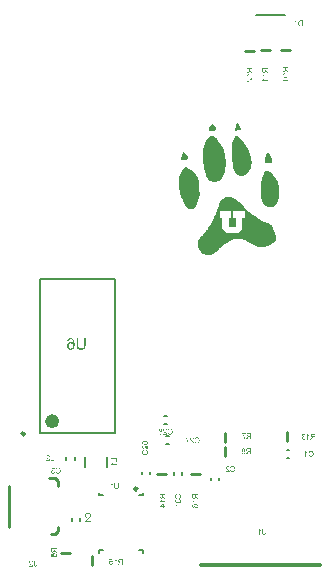
<source format=gbo>
%FSLAX25Y25*%
%MOIN*%
G70*
G01*
G75*
G04 Layer_Color=32896*
%ADD10O,0.02559X0.00984*%
%ADD11O,0.00984X0.02559*%
%ADD12R,0.13780X0.13780*%
%ADD13R,0.00984X0.02150*%
%ADD14R,0.02150X0.00984*%
%ADD15C,0.02953*%
%ADD16R,0.04331X0.05118*%
%ADD17R,0.03740X0.03543*%
%ADD18R,0.03543X0.03150*%
%ADD19R,0.03543X0.03740*%
%ADD20R,0.03150X0.03543*%
%ADD21O,0.02362X0.07284*%
%ADD22R,0.01378X0.03937*%
%ADD23O,0.03465X0.01102*%
%ADD24O,0.01102X0.03465*%
%ADD25R,0.20866X0.20866*%
%ADD26C,0.04700*%
%ADD27C,0.01000*%
%ADD28C,0.00600*%
%ADD29C,0.01640*%
%ADD30C,0.01200*%
%ADD31C,0.00800*%
%ADD32C,0.02000*%
%ADD33C,0.01100*%
%ADD34C,0.01500*%
%ADD35O,0.09843X0.10827*%
%ADD36C,0.12500*%
%ADD37C,0.10000*%
%ADD38C,0.02200*%
%ADD39C,0.02598*%
%ADD40C,0.05000*%
%ADD41C,0.09200*%
%ADD42C,0.06000*%
%ADD43C,0.14900*%
%ADD44C,0.12400*%
%ADD45C,0.03200*%
%ADD46C,0.04600*%
%ADD47R,0.03490X0.23475*%
%ADD48R,0.02800X0.02500*%
%ADD49R,0.02700X0.04700*%
%ADD50R,0.04600X0.05300*%
%ADD51R,0.05500X0.02400*%
%ADD52R,0.02400X0.05200*%
%ADD53R,0.05400X0.02500*%
%ADD54R,0.14173X0.14173*%
%ADD55C,0.09487*%
%ADD56C,0.03699*%
%ADD57C,0.05200*%
%ADD58R,0.05906X0.07480*%
%ADD59R,0.01181X0.06299*%
%ADD60O,0.01181X0.03150*%
%ADD61O,0.01181X0.04724*%
%ADD62O,0.03150X0.01181*%
%ADD63R,0.08661X0.12598*%
%ADD64O,0.08268X0.02362*%
%ADD65R,0.05118X0.03150*%
%ADD66R,0.11811X0.08268*%
%ADD67R,0.08268X0.03937*%
%ADD68R,0.03347X0.03543*%
%ADD69R,0.01772X0.01969*%
%ADD70C,0.02500*%
%ADD71C,0.00984*%
%ADD72C,0.02362*%
%ADD73C,0.00787*%
%ADD74O,0.02159X0.00584*%
%ADD75O,0.00584X0.02159*%
%ADD76R,0.09843X0.09843*%
%ADD77R,0.00684X0.01850*%
%ADD78R,0.01850X0.00684*%
%ADD79R,0.04131X0.04918*%
%ADD80R,0.03540X0.03343*%
%ADD81R,0.03343X0.02950*%
%ADD82R,0.03343X0.03540*%
%ADD83R,0.02950X0.03343*%
%ADD84O,0.02162X0.07084*%
%ADD85R,0.01178X0.03737*%
%ADD86O,0.03065X0.00702*%
%ADD87O,0.00702X0.03065*%
%ADD88R,0.10866X0.10866*%
%ADD89O,0.02959X0.01384*%
%ADD90O,0.01384X0.02959*%
%ADD91R,0.14379X0.14379*%
%ADD92R,0.01384X0.02550*%
%ADD93R,0.02550X0.01384*%
%ADD94R,0.04931X0.05718*%
%ADD95R,0.04340X0.04143*%
%ADD96R,0.04143X0.03750*%
%ADD97R,0.04143X0.04340*%
%ADD98R,0.03750X0.04143*%
%ADD99O,0.02962X0.07883*%
%ADD100R,0.01978X0.04537*%
%ADD101O,0.03865X0.01502*%
%ADD102O,0.01502X0.03865*%
%ADD103R,0.21466X0.21466*%
%ADD104C,0.09900*%
%ADD105O,0.10443X0.11427*%
%ADD106R,0.06506X0.08080*%
%ADD107R,0.01378X0.06496*%
%ADD108O,0.01381X0.03350*%
%ADD109O,0.01381X0.04924*%
%ADD110O,0.03350X0.01381*%
%ADD111R,0.08861X0.12798*%
%ADD112O,0.08868X0.02962*%
%ADD113R,0.05718X0.03750*%
%ADD114R,0.12411X0.08868*%
%ADD115R,0.08868X0.04537*%
%ADD116R,0.03947X0.04143*%
%ADD117R,0.02372X0.02569*%
%ADD118R,0.05706X0.07280*%
%ADD119R,0.00981X0.06099*%
%ADD120O,0.00781X0.02750*%
%ADD121O,0.00781X0.04324*%
%ADD122O,0.02750X0.00781*%
%ADD123R,0.04724X0.08661*%
%ADD124O,0.08068X0.02162*%
%ADD125R,0.04918X0.02950*%
%ADD126R,0.11611X0.08068*%
%ADD127R,0.08068X0.03737*%
%ADD128R,0.03147X0.03343*%
%ADD129R,0.01572X0.01769*%
%ADD130C,0.01181*%
G36*
X82500Y166245D02*
X81650D01*
Y165952D01*
Y165918D01*
X81652Y165888D01*
Y165866D01*
X81655Y165846D01*
X81658Y165832D01*
Y165821D01*
X81661Y165816D01*
Y165813D01*
X81674Y165769D01*
X81683Y165749D01*
X81691Y165733D01*
X81700Y165716D01*
X81705Y165705D01*
X81708Y165700D01*
X81711Y165697D01*
X81727Y165674D01*
X81747Y165652D01*
X81788Y165611D01*
X81808Y165591D01*
X81824Y165578D01*
X81835Y165569D01*
X81838Y165567D01*
X81877Y165539D01*
X81918Y165508D01*
X81963Y165478D01*
X82004Y165447D01*
X82043Y165422D01*
X82073Y165403D01*
X82085Y165395D01*
X82093Y165389D01*
X82098Y165384D01*
X82101D01*
X82500Y165132D01*
Y164816D01*
X81979Y165146D01*
X81924Y165184D01*
X81874Y165220D01*
X81832Y165256D01*
X81794Y165287D01*
X81766Y165314D01*
X81744Y165337D01*
X81730Y165350D01*
X81724Y165356D01*
X81708Y165378D01*
X81688Y165403D01*
X81658Y165453D01*
X81647Y165475D01*
X81636Y165492D01*
X81630Y165503D01*
X81627Y165508D01*
X81619Y165459D01*
X81611Y165411D01*
X81597Y165370D01*
X81586Y165328D01*
X81572Y165292D01*
X81555Y165259D01*
X81542Y165229D01*
X81528Y165201D01*
X81511Y165179D01*
X81497Y165156D01*
X81486Y165140D01*
X81475Y165126D01*
X81467Y165115D01*
X81458Y165107D01*
X81456Y165104D01*
X81453Y165101D01*
X81425Y165079D01*
X81397Y165057D01*
X81339Y165024D01*
X81281Y165001D01*
X81226Y164985D01*
X81179Y164974D01*
X81159Y164971D01*
X81140D01*
X81126Y164968D01*
X81107D01*
X81049Y164971D01*
X80996Y164979D01*
X80946Y164993D01*
X80905Y165007D01*
X80869Y165024D01*
X80841Y165035D01*
X80824Y165046D01*
X80821Y165049D01*
X80819D01*
X80774Y165082D01*
X80735Y165115D01*
X80702Y165151D01*
X80677Y165184D01*
X80658Y165215D01*
X80647Y165240D01*
X80639Y165256D01*
X80636Y165259D01*
Y165262D01*
X80628Y165287D01*
X80619Y165317D01*
X80605Y165378D01*
X80597Y165445D01*
X80589Y165506D01*
X80586Y165564D01*
Y165589D01*
X80583Y165611D01*
Y165627D01*
Y165641D01*
Y165650D01*
Y165652D01*
Y166500D01*
X82500D01*
Y166245D01*
D02*
G37*
G36*
X81267Y164445D02*
X81248Y164403D01*
X81229Y164362D01*
X81209Y164323D01*
X81193Y164289D01*
X81179Y164262D01*
X81168Y164245D01*
X81165Y164242D01*
Y164240D01*
X81134Y164190D01*
X81104Y164146D01*
X81076Y164107D01*
X81051Y164076D01*
X81032Y164049D01*
X81015Y164032D01*
X81004Y164018D01*
X81001Y164015D01*
X82500D01*
Y163780D01*
X80575D01*
Y163932D01*
X80622Y163960D01*
X80666Y163990D01*
X80711Y164026D01*
X80749Y164060D01*
X80783Y164093D01*
X80810Y164118D01*
X80819Y164129D01*
X80827Y164137D01*
X80830Y164140D01*
X80832Y164143D01*
X80879Y164201D01*
X80924Y164259D01*
X80963Y164314D01*
X80993Y164370D01*
X81021Y164417D01*
X81032Y164436D01*
X81040Y164453D01*
X81049Y164467D01*
X81051Y164478D01*
X81057Y164483D01*
Y164486D01*
X81284D01*
X81267Y164445D01*
D02*
G37*
G36*
X93652Y163473D02*
X93744Y163468D01*
X93827Y163459D01*
X93904Y163445D01*
X93976Y163432D01*
X94040Y163415D01*
X94098Y163398D01*
X94148Y163382D01*
X94192Y163365D01*
X94231Y163346D01*
X94265Y163332D01*
X94289Y163318D01*
X94312Y163304D01*
X94326Y163296D01*
X94334Y163290D01*
X94337Y163288D01*
X94370Y163257D01*
X94400Y163224D01*
X94428Y163188D01*
X94450Y163152D01*
X94469Y163116D01*
X94486Y163080D01*
X94497Y163044D01*
X94508Y163011D01*
X94517Y162977D01*
X94522Y162947D01*
X94528Y162919D01*
X94530Y162897D01*
X94533Y162878D01*
Y162861D01*
Y162853D01*
Y162850D01*
X94528Y162775D01*
X94517Y162706D01*
X94497Y162648D01*
X94478Y162598D01*
X94459Y162556D01*
X94447Y162542D01*
X94439Y162529D01*
X94433Y162518D01*
X94428Y162509D01*
X94422Y162506D01*
Y162504D01*
X94375Y162454D01*
X94326Y162412D01*
X94270Y162376D01*
X94220Y162349D01*
X94173Y162326D01*
X94154Y162315D01*
X94134Y162310D01*
X94121Y162304D01*
X94109Y162299D01*
X94104Y162296D01*
X94101D01*
X94060Y162282D01*
X94018Y162271D01*
X93929Y162254D01*
X93838Y162241D01*
X93749Y162232D01*
X93711Y162230D01*
X93674Y162227D01*
X93641D01*
X93611Y162224D01*
X93503D01*
X93453Y162227D01*
X93409D01*
X93364Y162230D01*
X93326Y162235D01*
X93287Y162238D01*
X93253Y162241D01*
X93223Y162246D01*
X93195Y162249D01*
X93170Y162254D01*
X93151Y162257D01*
X93134Y162260D01*
X93120Y162263D01*
X93112Y162266D01*
X93107Y162268D01*
X93104D01*
X93043Y162285D01*
X92988Y162304D01*
X92940Y162326D01*
X92899Y162343D01*
X92863Y162363D01*
X92838Y162373D01*
X92824Y162385D01*
X92819Y162387D01*
X92777Y162418D01*
X92741Y162448D01*
X92711Y162482D01*
X92683Y162512D01*
X92664Y162540D01*
X92650Y162562D01*
X92641Y162576D01*
X92639Y162578D01*
Y162581D01*
X92616Y162626D01*
X92602Y162673D01*
X92592Y162717D01*
X92583Y162759D01*
X92578Y162795D01*
X92575Y162825D01*
Y162836D01*
Y162844D01*
Y162847D01*
Y162850D01*
X92580Y162925D01*
X92592Y162994D01*
X92611Y163052D01*
X92630Y163102D01*
X92652Y163144D01*
X92661Y163160D01*
X92672Y163174D01*
X92677Y163185D01*
X92683Y163194D01*
X92688Y163196D01*
Y163199D01*
X92733Y163249D01*
X92785Y163290D01*
X92838Y163326D01*
X92888Y163354D01*
X92935Y163376D01*
X92954Y163387D01*
X92974Y163393D01*
X92988Y163398D01*
X92999Y163404D01*
X93004Y163407D01*
X93007D01*
X93049Y163418D01*
X93090Y163429D01*
X93182Y163445D01*
X93273Y163459D01*
X93359Y163468D01*
X93400Y163470D01*
X93436Y163473D01*
X93470D01*
X93500Y163476D01*
X93555D01*
X93652Y163473D01*
D02*
G37*
G36*
X94500Y166545D02*
X93650D01*
Y166252D01*
Y166218D01*
X93652Y166188D01*
Y166166D01*
X93655Y166146D01*
X93658Y166132D01*
Y166121D01*
X93661Y166116D01*
Y166113D01*
X93674Y166069D01*
X93683Y166049D01*
X93691Y166033D01*
X93700Y166016D01*
X93705Y166005D01*
X93708Y165999D01*
X93711Y165997D01*
X93727Y165974D01*
X93747Y165952D01*
X93788Y165911D01*
X93808Y165891D01*
X93824Y165878D01*
X93835Y165869D01*
X93838Y165866D01*
X93877Y165839D01*
X93918Y165808D01*
X93963Y165778D01*
X94004Y165747D01*
X94043Y165723D01*
X94073Y165703D01*
X94085Y165695D01*
X94093Y165689D01*
X94098Y165684D01*
X94101D01*
X94500Y165432D01*
Y165116D01*
X93979Y165445D01*
X93924Y165484D01*
X93874Y165520D01*
X93832Y165556D01*
X93794Y165587D01*
X93766Y165614D01*
X93744Y165637D01*
X93730Y165650D01*
X93724Y165656D01*
X93708Y165678D01*
X93688Y165703D01*
X93658Y165753D01*
X93647Y165775D01*
X93636Y165792D01*
X93630Y165803D01*
X93627Y165808D01*
X93619Y165759D01*
X93611Y165711D01*
X93597Y165670D01*
X93586Y165628D01*
X93572Y165592D01*
X93555Y165559D01*
X93542Y165529D01*
X93528Y165501D01*
X93511Y165479D01*
X93497Y165456D01*
X93486Y165440D01*
X93475Y165426D01*
X93467Y165415D01*
X93458Y165407D01*
X93456Y165404D01*
X93453Y165401D01*
X93425Y165379D01*
X93397Y165357D01*
X93339Y165324D01*
X93281Y165301D01*
X93226Y165285D01*
X93179Y165274D01*
X93159Y165271D01*
X93140D01*
X93126Y165268D01*
X93107D01*
X93049Y165271D01*
X92996Y165279D01*
X92946Y165293D01*
X92905Y165307D01*
X92869Y165324D01*
X92841Y165335D01*
X92824Y165346D01*
X92821Y165348D01*
X92819D01*
X92774Y165382D01*
X92735Y165415D01*
X92702Y165451D01*
X92677Y165484D01*
X92658Y165515D01*
X92647Y165540D01*
X92639Y165556D01*
X92636Y165559D01*
Y165562D01*
X92628Y165587D01*
X92619Y165617D01*
X92605Y165678D01*
X92597Y165745D01*
X92589Y165806D01*
X92586Y165864D01*
Y165889D01*
X92583Y165911D01*
Y165927D01*
Y165941D01*
Y165950D01*
Y165952D01*
Y166800D01*
X94500D01*
Y166545D01*
D02*
G37*
G36*
X93267Y164745D02*
X93248Y164703D01*
X93229Y164662D01*
X93209Y164623D01*
X93193Y164590D01*
X93179Y164562D01*
X93168Y164545D01*
X93165Y164542D01*
Y164540D01*
X93134Y164490D01*
X93104Y164445D01*
X93076Y164407D01*
X93051Y164376D01*
X93032Y164349D01*
X93015Y164332D01*
X93004Y164318D01*
X93001Y164315D01*
X94500D01*
Y164080D01*
X92575D01*
Y164232D01*
X92622Y164260D01*
X92666Y164290D01*
X92711Y164326D01*
X92749Y164360D01*
X92783Y164393D01*
X92810Y164418D01*
X92819Y164429D01*
X92827Y164437D01*
X92830Y164440D01*
X92832Y164443D01*
X92879Y164501D01*
X92924Y164559D01*
X92963Y164614D01*
X92993Y164670D01*
X93021Y164717D01*
X93032Y164736D01*
X93040Y164753D01*
X93049Y164767D01*
X93051Y164778D01*
X93057Y164783D01*
Y164786D01*
X93284D01*
X93267Y164745D01*
D02*
G37*
G36*
X100282Y38878D02*
X100313Y38834D01*
X100349Y38789D01*
X100382Y38751D01*
X100415Y38717D01*
X100440Y38690D01*
X100451Y38681D01*
X100460Y38673D01*
X100462Y38670D01*
X100465Y38668D01*
X100523Y38620D01*
X100582Y38576D01*
X100637Y38537D01*
X100692Y38507D01*
X100739Y38479D01*
X100759Y38468D01*
X100775Y38460D01*
X100789Y38451D01*
X100800Y38449D01*
X100806Y38443D01*
X100809D01*
Y38216D01*
X100767Y38233D01*
X100725Y38252D01*
X100684Y38271D01*
X100645Y38291D01*
X100612Y38307D01*
X100584Y38321D01*
X100568Y38332D01*
X100565Y38335D01*
X100562D01*
X100512Y38366D01*
X100468Y38396D01*
X100429Y38424D01*
X100399Y38449D01*
X100371Y38468D01*
X100354Y38485D01*
X100340Y38496D01*
X100338Y38499D01*
Y37000D01*
X100102D01*
Y38925D01*
X100255D01*
X100282Y38878D01*
D02*
G37*
G36*
X102088Y38945D02*
X102177Y38931D01*
X102255Y38914D01*
X102291Y38903D01*
X102324Y38892D01*
X102354Y38881D01*
X102382Y38870D01*
X102404Y38861D01*
X102426Y38853D01*
X102440Y38845D01*
X102451Y38839D01*
X102460Y38837D01*
X102462Y38834D01*
X102537Y38787D01*
X102601Y38731D01*
X102656Y38676D01*
X102703Y38620D01*
X102739Y38571D01*
X102753Y38548D01*
X102764Y38529D01*
X102775Y38515D01*
X102781Y38504D01*
X102784Y38496D01*
X102786Y38493D01*
X102825Y38407D01*
X102853Y38318D01*
X102872Y38230D01*
X102886Y38149D01*
X102892Y38113D01*
X102894Y38078D01*
X102897Y38050D01*
Y38022D01*
X102900Y38003D01*
Y37986D01*
Y37975D01*
Y37972D01*
X102894Y37873D01*
X102883Y37776D01*
X102869Y37690D01*
X102858Y37648D01*
X102850Y37612D01*
X102842Y37579D01*
X102831Y37549D01*
X102822Y37521D01*
X102817Y37499D01*
X102809Y37482D01*
X102806Y37468D01*
X102800Y37460D01*
Y37457D01*
X102759Y37374D01*
X102712Y37299D01*
X102662Y37235D01*
X102637Y37211D01*
X102615Y37186D01*
X102593Y37163D01*
X102570Y37144D01*
X102551Y37127D01*
X102534Y37116D01*
X102523Y37105D01*
X102512Y37097D01*
X102507Y37094D01*
X102504Y37091D01*
X102465Y37069D01*
X102426Y37050D01*
X102343Y37019D01*
X102260Y36997D01*
X102180Y36983D01*
X102141Y36978D01*
X102108Y36972D01*
X102077Y36970D01*
X102052D01*
X102030Y36967D01*
X102000D01*
X101944Y36970D01*
X101892Y36975D01*
X101842Y36981D01*
X101795Y36992D01*
X101751Y37005D01*
X101709Y37019D01*
X101670Y37033D01*
X101634Y37050D01*
X101604Y37064D01*
X101573Y37078D01*
X101551Y37091D01*
X101529Y37105D01*
X101515Y37116D01*
X101501Y37122D01*
X101496Y37127D01*
X101493Y37130D01*
X101454Y37163D01*
X101421Y37197D01*
X101390Y37235D01*
X101360Y37274D01*
X101310Y37352D01*
X101271Y37429D01*
X101255Y37465D01*
X101241Y37499D01*
X101230Y37529D01*
X101221Y37554D01*
X101213Y37576D01*
X101207Y37593D01*
X101205Y37604D01*
Y37607D01*
X101460Y37670D01*
X101471Y37626D01*
X101485Y37584D01*
X101498Y37546D01*
X101512Y37510D01*
X101529Y37476D01*
X101546Y37449D01*
X101565Y37421D01*
X101582Y37396D01*
X101595Y37374D01*
X101612Y37357D01*
X101626Y37341D01*
X101637Y37327D01*
X101648Y37319D01*
X101656Y37310D01*
X101659Y37308D01*
X101662Y37305D01*
X101690Y37282D01*
X101720Y37266D01*
X101781Y37235D01*
X101839Y37213D01*
X101897Y37199D01*
X101947Y37188D01*
X101967Y37186D01*
X101986D01*
X102003Y37183D01*
X102022D01*
X102086Y37186D01*
X102147Y37197D01*
X102202Y37211D01*
X102252Y37227D01*
X102291Y37244D01*
X102307Y37252D01*
X102321Y37258D01*
X102332Y37263D01*
X102340Y37269D01*
X102346Y37271D01*
X102349D01*
X102401Y37310D01*
X102446Y37352D01*
X102485Y37399D01*
X102515Y37443D01*
X102540Y37482D01*
X102557Y37515D01*
X102562Y37529D01*
X102568Y37537D01*
X102570Y37543D01*
Y37546D01*
X102593Y37618D01*
X102609Y37690D01*
X102623Y37762D01*
X102631Y37828D01*
X102634Y37859D01*
X102637Y37886D01*
Y37911D01*
X102640Y37931D01*
Y37947D01*
Y37961D01*
Y37969D01*
Y37972D01*
X102637Y38044D01*
X102631Y38111D01*
X102620Y38172D01*
X102609Y38227D01*
X102601Y38274D01*
X102595Y38294D01*
X102590Y38310D01*
X102587Y38324D01*
X102584Y38332D01*
X102581Y38338D01*
Y38341D01*
X102554Y38404D01*
X102523Y38463D01*
X102490Y38510D01*
X102454Y38551D01*
X102424Y38584D01*
X102399Y38607D01*
X102379Y38620D01*
X102376Y38626D01*
X102374D01*
X102315Y38662D01*
X102252Y38690D01*
X102191Y38709D01*
X102133Y38720D01*
X102080Y38728D01*
X102058Y38731D01*
X102039D01*
X102025Y38734D01*
X102003D01*
X101933Y38731D01*
X101870Y38720D01*
X101817Y38704D01*
X101770Y38687D01*
X101734Y38668D01*
X101706Y38654D01*
X101690Y38643D01*
X101684Y38637D01*
X101640Y38596D01*
X101598Y38548D01*
X101565Y38499D01*
X101537Y38449D01*
X101515Y38404D01*
X101507Y38382D01*
X101501Y38366D01*
X101496Y38352D01*
X101490Y38341D01*
X101487Y38335D01*
Y38332D01*
X101238Y38390D01*
X101255Y38440D01*
X101271Y38485D01*
X101293Y38526D01*
X101313Y38568D01*
X101335Y38604D01*
X101360Y38637D01*
X101382Y38670D01*
X101404Y38698D01*
X101426Y38720D01*
X101446Y38742D01*
X101465Y38762D01*
X101479Y38776D01*
X101493Y38789D01*
X101504Y38798D01*
X101509Y38800D01*
X101512Y38803D01*
X101551Y38828D01*
X101590Y38853D01*
X101629Y38873D01*
X101670Y38889D01*
X101753Y38914D01*
X101828Y38931D01*
X101864Y38939D01*
X101894Y38942D01*
X101925Y38945D01*
X101950Y38947D01*
X101969Y38950D01*
X101997D01*
X102088Y38945D01*
D02*
G37*
G36*
X28140Y15635D02*
X28600D01*
Y15400D01*
X28140D01*
Y15139D01*
X27924D01*
Y15400D01*
X26683D01*
Y15591D01*
X27924Y16469D01*
X28140D01*
Y15635D01*
D02*
G37*
G36*
X82500Y161938D02*
X82273D01*
Y162882D01*
X82226Y162849D01*
X82206Y162832D01*
X82187Y162819D01*
X82170Y162805D01*
X82159Y162794D01*
X82151Y162785D01*
X82148Y162783D01*
X82134Y162769D01*
X82121Y162752D01*
X82085Y162713D01*
X82043Y162669D01*
X82001Y162622D01*
X81965Y162578D01*
X81949Y162558D01*
X81932Y162542D01*
X81921Y162528D01*
X81913Y162517D01*
X81907Y162511D01*
X81904Y162508D01*
X81866Y162464D01*
X81830Y162420D01*
X81794Y162381D01*
X81763Y162345D01*
X81733Y162312D01*
X81705Y162284D01*
X81680Y162256D01*
X81658Y162234D01*
X81636Y162212D01*
X81619Y162195D01*
X81605Y162182D01*
X81591Y162168D01*
X81575Y162154D01*
X81569Y162148D01*
X81522Y162109D01*
X81481Y162076D01*
X81439Y162049D01*
X81406Y162026D01*
X81375Y162010D01*
X81353Y161999D01*
X81339Y161993D01*
X81334Y161990D01*
X81292Y161974D01*
X81251Y161963D01*
X81212Y161952D01*
X81179Y161946D01*
X81148Y161943D01*
X81126Y161941D01*
X81107D01*
X81065Y161943D01*
X81026Y161949D01*
X80988Y161954D01*
X80954Y161966D01*
X80888Y161993D01*
X80835Y162021D01*
X80810Y162038D01*
X80791Y162051D01*
X80771Y162065D01*
X80758Y162079D01*
X80747Y162090D01*
X80735Y162096D01*
X80733Y162101D01*
X80730Y162104D01*
X80702Y162135D01*
X80677Y162168D01*
X80658Y162204D01*
X80641Y162240D01*
X80614Y162312D01*
X80594Y162384D01*
X80589Y162414D01*
X80583Y162445D01*
X80580Y162472D01*
X80578Y162495D01*
X80575Y162514D01*
Y162531D01*
Y162539D01*
Y162542D01*
X80578Y162592D01*
X80580Y162639D01*
X80589Y162683D01*
X80597Y162724D01*
X80608Y162763D01*
X80619Y162799D01*
X80633Y162832D01*
X80647Y162863D01*
X80661Y162891D01*
X80675Y162913D01*
X80686Y162932D01*
X80697Y162949D01*
X80705Y162963D01*
X80713Y162971D01*
X80716Y162977D01*
X80719Y162979D01*
X80747Y163007D01*
X80777Y163032D01*
X80810Y163057D01*
X80844Y163076D01*
X80910Y163110D01*
X80976Y163132D01*
X81007Y163140D01*
X81037Y163148D01*
X81062Y163154D01*
X81085Y163159D01*
X81104Y163162D01*
X81118D01*
X81126Y163165D01*
X81129D01*
X81154Y162924D01*
X81090Y162918D01*
X81035Y162907D01*
X80985Y162891D01*
X80946Y162871D01*
X80913Y162855D01*
X80891Y162838D01*
X80877Y162827D01*
X80871Y162821D01*
X80838Y162780D01*
X80813Y162736D01*
X80794Y162689D01*
X80783Y162647D01*
X80774Y162608D01*
X80771Y162575D01*
X80769Y162564D01*
Y162556D01*
Y162550D01*
Y162547D01*
X80771Y162489D01*
X80783Y162436D01*
X80799Y162392D01*
X80816Y162353D01*
X80835Y162323D01*
X80849Y162303D01*
X80860Y162290D01*
X80866Y162284D01*
X80905Y162251D01*
X80943Y162226D01*
X80982Y162206D01*
X81021Y162195D01*
X81051Y162187D01*
X81079Y162184D01*
X81096Y162182D01*
X81101D01*
X81151Y162187D01*
X81204Y162198D01*
X81251Y162218D01*
X81295Y162237D01*
X81331Y162259D01*
X81362Y162278D01*
X81373Y162284D01*
X81381Y162290D01*
X81384Y162295D01*
X81387D01*
X81417Y162317D01*
X81447Y162345D01*
X81481Y162375D01*
X81514Y162409D01*
X81580Y162478D01*
X81647Y162547D01*
X81677Y162583D01*
X81705Y162614D01*
X81730Y162644D01*
X81752Y162669D01*
X81769Y162689D01*
X81783Y162705D01*
X81791Y162716D01*
X81794Y162719D01*
X81852Y162788D01*
X81907Y162852D01*
X81957Y162905D01*
X81999Y162946D01*
X82035Y162982D01*
X82060Y163007D01*
X82076Y163021D01*
X82079Y163026D01*
X82082D01*
X82129Y163065D01*
X82173Y163096D01*
X82218Y163123D01*
X82256Y163145D01*
X82289Y163162D01*
X82314Y163173D01*
X82331Y163179D01*
X82334Y163181D01*
X82337D01*
X82367Y163193D01*
X82395Y163198D01*
X82422Y163204D01*
X82447Y163207D01*
X82469Y163209D01*
X82500D01*
Y161938D01*
D02*
G37*
G36*
X27727Y18294D02*
X27824Y18283D01*
X27910Y18270D01*
X27952Y18258D01*
X27988Y18250D01*
X28021Y18242D01*
X28051Y18231D01*
X28079Y18222D01*
X28101Y18217D01*
X28118Y18209D01*
X28132Y18206D01*
X28140Y18200D01*
X28143D01*
X28226Y18159D01*
X28301Y18112D01*
X28365Y18062D01*
X28389Y18037D01*
X28414Y18015D01*
X28437Y17992D01*
X28456Y17970D01*
X28473Y17951D01*
X28484Y17934D01*
X28495Y17923D01*
X28503Y17912D01*
X28506Y17907D01*
X28509Y17904D01*
X28531Y17865D01*
X28550Y17826D01*
X28581Y17743D01*
X28603Y17660D01*
X28617Y17580D01*
X28622Y17541D01*
X28628Y17508D01*
X28631Y17477D01*
Y17452D01*
X28633Y17430D01*
Y17414D01*
Y17402D01*
Y17400D01*
X28631Y17344D01*
X28625Y17292D01*
X28619Y17242D01*
X28608Y17195D01*
X28594Y17151D01*
X28581Y17109D01*
X28567Y17070D01*
X28550Y17034D01*
X28536Y17004D01*
X28522Y16973D01*
X28509Y16951D01*
X28495Y16929D01*
X28484Y16915D01*
X28478Y16901D01*
X28473Y16896D01*
X28470Y16893D01*
X28437Y16854D01*
X28403Y16821D01*
X28365Y16790D01*
X28326Y16760D01*
X28248Y16710D01*
X28171Y16671D01*
X28135Y16655D01*
X28101Y16641D01*
X28071Y16630D01*
X28046Y16621D01*
X28024Y16613D01*
X28007Y16608D01*
X27996Y16605D01*
X27993D01*
X27930Y16860D01*
X27974Y16871D01*
X28016Y16884D01*
X28054Y16898D01*
X28090Y16912D01*
X28124Y16929D01*
X28151Y16946D01*
X28179Y16965D01*
X28204Y16982D01*
X28226Y16995D01*
X28243Y17012D01*
X28259Y17026D01*
X28273Y17037D01*
X28282Y17048D01*
X28290Y17056D01*
X28293Y17059D01*
X28295Y17062D01*
X28317Y17089D01*
X28334Y17120D01*
X28365Y17181D01*
X28387Y17239D01*
X28401Y17297D01*
X28412Y17347D01*
X28414Y17367D01*
Y17386D01*
X28417Y17402D01*
Y17414D01*
Y17419D01*
Y17422D01*
X28414Y17486D01*
X28403Y17547D01*
X28389Y17602D01*
X28373Y17652D01*
X28356Y17691D01*
X28348Y17707D01*
X28342Y17721D01*
X28337Y17732D01*
X28331Y17740D01*
X28328Y17746D01*
Y17749D01*
X28290Y17801D01*
X28248Y17846D01*
X28201Y17885D01*
X28157Y17915D01*
X28118Y17940D01*
X28085Y17956D01*
X28071Y17962D01*
X28063Y17968D01*
X28057Y17970D01*
X28054D01*
X27982Y17992D01*
X27910Y18009D01*
X27838Y18023D01*
X27772Y18031D01*
X27741Y18034D01*
X27714Y18037D01*
X27689D01*
X27669Y18040D01*
X27628D01*
X27556Y18037D01*
X27489Y18031D01*
X27428Y18020D01*
X27373Y18009D01*
X27326Y18001D01*
X27306Y17995D01*
X27290Y17990D01*
X27276Y17987D01*
X27268Y17984D01*
X27262Y17981D01*
X27259D01*
X27196Y17954D01*
X27137Y17923D01*
X27090Y17890D01*
X27049Y17854D01*
X27016Y17824D01*
X26993Y17799D01*
X26980Y17779D01*
X26974Y17776D01*
Y17774D01*
X26938Y17716D01*
X26910Y17652D01*
X26891Y17591D01*
X26880Y17533D01*
X26871Y17480D01*
X26869Y17458D01*
Y17438D01*
X26866Y17425D01*
Y17414D01*
Y17405D01*
Y17402D01*
X26869Y17333D01*
X26880Y17270D01*
X26896Y17217D01*
X26913Y17170D01*
X26932Y17134D01*
X26946Y17106D01*
X26957Y17089D01*
X26963Y17084D01*
X27005Y17040D01*
X27052Y16998D01*
X27101Y16965D01*
X27151Y16937D01*
X27196Y16915D01*
X27218Y16907D01*
X27234Y16901D01*
X27248Y16896D01*
X27259Y16890D01*
X27265Y16887D01*
X27268D01*
X27209Y16638D01*
X27160Y16655D01*
X27115Y16671D01*
X27074Y16693D01*
X27032Y16713D01*
X26996Y16735D01*
X26963Y16760D01*
X26930Y16782D01*
X26902Y16804D01*
X26880Y16826D01*
X26858Y16846D01*
X26838Y16865D01*
X26824Y16879D01*
X26811Y16893D01*
X26802Y16904D01*
X26799Y16909D01*
X26797Y16912D01*
X26772Y16951D01*
X26747Y16990D01*
X26728Y17029D01*
X26711Y17070D01*
X26686Y17153D01*
X26669Y17228D01*
X26661Y17264D01*
X26658Y17294D01*
X26656Y17325D01*
X26653Y17350D01*
X26650Y17369D01*
Y17383D01*
Y17394D01*
Y17397D01*
X26656Y17488D01*
X26669Y17577D01*
X26686Y17655D01*
X26697Y17691D01*
X26708Y17724D01*
X26719Y17754D01*
X26730Y17782D01*
X26739Y17804D01*
X26747Y17826D01*
X26755Y17840D01*
X26761Y17851D01*
X26763Y17860D01*
X26766Y17862D01*
X26813Y17937D01*
X26869Y18001D01*
X26924Y18056D01*
X26980Y18103D01*
X27029Y18139D01*
X27052Y18153D01*
X27071Y18164D01*
X27085Y18175D01*
X27096Y18181D01*
X27104Y18184D01*
X27107Y18186D01*
X27193Y18225D01*
X27281Y18253D01*
X27370Y18272D01*
X27450Y18286D01*
X27487Y18292D01*
X27523Y18294D01*
X27550Y18297D01*
X27578D01*
X27597Y18300D01*
X27628D01*
X27727Y18294D01*
D02*
G37*
G36*
X99655Y44620D02*
X99730Y44606D01*
X99794Y44584D01*
X99849Y44561D01*
X99874Y44548D01*
X99893Y44537D01*
X99913Y44525D01*
X99927Y44514D01*
X99938Y44506D01*
X99946Y44500D01*
X99952Y44498D01*
X99954Y44495D01*
X100007Y44442D01*
X100049Y44384D01*
X100082Y44323D01*
X100110Y44262D01*
X100126Y44210D01*
X100135Y44188D01*
X100140Y44168D01*
X100143Y44151D01*
X100145Y44140D01*
X100148Y44132D01*
Y44129D01*
X99913Y44088D01*
X99902Y44149D01*
X99885Y44201D01*
X99866Y44246D01*
X99846Y44282D01*
X99827Y44309D01*
X99810Y44329D01*
X99799Y44343D01*
X99796Y44345D01*
X99761Y44373D01*
X99722Y44395D01*
X99686Y44409D01*
X99650Y44420D01*
X99616Y44426D01*
X99591Y44431D01*
X99569D01*
X99519Y44429D01*
X99475Y44417D01*
X99436Y44404D01*
X99403Y44390D01*
X99378Y44373D01*
X99359Y44359D01*
X99345Y44348D01*
X99342Y44345D01*
X99312Y44312D01*
X99290Y44276D01*
X99276Y44240D01*
X99265Y44207D01*
X99259Y44176D01*
X99254Y44154D01*
Y44138D01*
Y44135D01*
Y44132D01*
Y44102D01*
X99259Y44074D01*
X99273Y44027D01*
X99292Y43985D01*
X99314Y43949D01*
X99337Y43924D01*
X99356Y43905D01*
X99370Y43894D01*
X99373Y43891D01*
X99375D01*
X99423Y43866D01*
X99467Y43847D01*
X99514Y43833D01*
X99555Y43825D01*
X99591Y43819D01*
X99622Y43813D01*
X99658D01*
X99669Y43816D01*
X99683D01*
X99711Y43609D01*
X99675Y43617D01*
X99641Y43622D01*
X99614Y43628D01*
X99589Y43631D01*
X99569Y43633D01*
X99544D01*
X99486Y43628D01*
X99434Y43617D01*
X99387Y43600D01*
X99348Y43581D01*
X99317Y43562D01*
X99295Y43545D01*
X99281Y43534D01*
X99276Y43528D01*
X99240Y43487D01*
X99212Y43442D01*
X99193Y43398D01*
X99182Y43354D01*
X99173Y43318D01*
X99171Y43287D01*
X99168Y43276D01*
Y43268D01*
Y43262D01*
Y43260D01*
X99173Y43199D01*
X99187Y43143D01*
X99204Y43096D01*
X99226Y43055D01*
X99248Y43021D01*
X99265Y42996D01*
X99278Y42980D01*
X99284Y42974D01*
X99328Y42935D01*
X99375Y42908D01*
X99423Y42888D01*
X99467Y42875D01*
X99506Y42866D01*
X99536Y42863D01*
X99547Y42861D01*
X99564D01*
X99614Y42863D01*
X99661Y42875D01*
X99702Y42888D01*
X99736Y42905D01*
X99763Y42919D01*
X99785Y42933D01*
X99796Y42944D01*
X99802Y42946D01*
X99835Y42985D01*
X99863Y43030D01*
X99888Y43077D01*
X99907Y43127D01*
X99921Y43168D01*
X99927Y43187D01*
X99929Y43204D01*
X99932Y43218D01*
X99935Y43229D01*
X99938Y43235D01*
Y43237D01*
X100173Y43207D01*
X100168Y43163D01*
X100159Y43121D01*
X100135Y43044D01*
X100104Y42977D01*
X100087Y42949D01*
X100071Y42922D01*
X100054Y42897D01*
X100038Y42877D01*
X100024Y42858D01*
X100010Y42844D01*
X100002Y42833D01*
X99993Y42825D01*
X99988Y42819D01*
X99985Y42816D01*
X99952Y42791D01*
X99918Y42766D01*
X99885Y42747D01*
X99849Y42731D01*
X99780Y42703D01*
X99713Y42686D01*
X99683Y42681D01*
X99655Y42675D01*
X99630Y42672D01*
X99608Y42669D01*
X99591Y42667D01*
X99567D01*
X99514Y42669D01*
X99467Y42675D01*
X99420Y42683D01*
X99375Y42695D01*
X99334Y42708D01*
X99298Y42722D01*
X99262Y42739D01*
X99231Y42755D01*
X99201Y42769D01*
X99176Y42786D01*
X99154Y42800D01*
X99137Y42814D01*
X99123Y42825D01*
X99112Y42833D01*
X99107Y42838D01*
X99104Y42841D01*
X99071Y42875D01*
X99043Y42911D01*
X99018Y42946D01*
X98996Y42983D01*
X98979Y43016D01*
X98963Y43052D01*
X98941Y43118D01*
X98935Y43149D01*
X98930Y43176D01*
X98924Y43201D01*
X98921Y43224D01*
X98918Y43240D01*
Y43254D01*
Y43262D01*
Y43265D01*
X98921Y43332D01*
X98932Y43393D01*
X98949Y43445D01*
X98966Y43489D01*
X98982Y43525D01*
X98999Y43553D01*
X99010Y43570D01*
X99013Y43575D01*
X99051Y43617D01*
X99093Y43653D01*
X99137Y43681D01*
X99182Y43703D01*
X99220Y43719D01*
X99251Y43730D01*
X99262Y43733D01*
X99270Y43736D01*
X99276Y43739D01*
X99278D01*
X99231Y43764D01*
X99193Y43789D01*
X99159Y43816D01*
X99132Y43841D01*
X99110Y43863D01*
X99093Y43883D01*
X99085Y43894D01*
X99082Y43899D01*
X99060Y43938D01*
X99043Y43977D01*
X99029Y44016D01*
X99021Y44052D01*
X99015Y44082D01*
X99013Y44104D01*
Y44121D01*
Y44126D01*
X99015Y44174D01*
X99024Y44221D01*
X99035Y44262D01*
X99049Y44298D01*
X99063Y44329D01*
X99073Y44354D01*
X99082Y44368D01*
X99085Y44373D01*
X99112Y44415D01*
X99146Y44451D01*
X99179Y44481D01*
X99212Y44509D01*
X99240Y44528D01*
X99265Y44545D01*
X99281Y44553D01*
X99284Y44556D01*
X99287D01*
X99337Y44578D01*
X99387Y44595D01*
X99436Y44609D01*
X99481Y44617D01*
X99517Y44622D01*
X99547Y44625D01*
X99616D01*
X99655Y44620D01*
D02*
G37*
G36*
X100960Y44578D02*
X100990Y44534D01*
X101026Y44489D01*
X101060Y44451D01*
X101093Y44417D01*
X101118Y44390D01*
X101129Y44381D01*
X101137Y44373D01*
X101140Y44370D01*
X101143Y44368D01*
X101201Y44320D01*
X101259Y44276D01*
X101314Y44237D01*
X101370Y44207D01*
X101417Y44179D01*
X101436Y44168D01*
X101453Y44160D01*
X101467Y44151D01*
X101478Y44149D01*
X101483Y44143D01*
X101486D01*
Y43916D01*
X101445Y43933D01*
X101403Y43952D01*
X101362Y43971D01*
X101323Y43991D01*
X101289Y44007D01*
X101262Y44021D01*
X101245Y44032D01*
X101242Y44035D01*
X101240D01*
X101190Y44066D01*
X101146Y44096D01*
X101107Y44124D01*
X101076Y44149D01*
X101049Y44168D01*
X101032Y44185D01*
X101018Y44196D01*
X101015Y44199D01*
Y42700D01*
X100780D01*
Y44625D01*
X100932D01*
X100960Y44578D01*
D02*
G37*
G36*
X39300Y1000D02*
X39045D01*
Y1850D01*
X38718D01*
X38688Y1848D01*
X38666D01*
X38646Y1845D01*
X38632Y1842D01*
X38621D01*
X38616Y1839D01*
X38613D01*
X38569Y1825D01*
X38549Y1817D01*
X38533Y1809D01*
X38516Y1801D01*
X38505Y1795D01*
X38500Y1792D01*
X38497Y1790D01*
X38475Y1773D01*
X38452Y1753D01*
X38411Y1712D01*
X38391Y1692D01*
X38378Y1676D01*
X38369Y1665D01*
X38366Y1662D01*
X38339Y1623D01*
X38308Y1582D01*
X38278Y1537D01*
X38247Y1496D01*
X38223Y1457D01*
X38203Y1427D01*
X38195Y1416D01*
X38189Y1407D01*
X38184Y1402D01*
Y1399D01*
X37932Y1000D01*
X37616D01*
X37946Y1521D01*
X37984Y1576D01*
X38020Y1626D01*
X38056Y1668D01*
X38087Y1706D01*
X38114Y1734D01*
X38137Y1756D01*
X38151Y1770D01*
X38156Y1776D01*
X38178Y1792D01*
X38203Y1812D01*
X38253Y1842D01*
X38275Y1853D01*
X38292Y1864D01*
X38303Y1870D01*
X38308Y1873D01*
X38258Y1881D01*
X38211Y1889D01*
X38170Y1903D01*
X38128Y1914D01*
X38092Y1928D01*
X38059Y1945D01*
X38029Y1958D01*
X38001Y1972D01*
X37979Y1989D01*
X37957Y2003D01*
X37940Y2014D01*
X37926Y2025D01*
X37915Y2033D01*
X37907Y2042D01*
X37904Y2044D01*
X37901Y2047D01*
X37879Y2075D01*
X37857Y2103D01*
X37824Y2161D01*
X37801Y2219D01*
X37785Y2274D01*
X37774Y2321D01*
X37771Y2341D01*
Y2360D01*
X37768Y2374D01*
Y2385D01*
Y2390D01*
Y2393D01*
X37771Y2451D01*
X37779Y2504D01*
X37793Y2554D01*
X37807Y2596D01*
X37824Y2631D01*
X37835Y2659D01*
X37846Y2676D01*
X37848Y2679D01*
Y2681D01*
X37882Y2726D01*
X37915Y2764D01*
X37951Y2798D01*
X37984Y2823D01*
X38015Y2842D01*
X38040Y2853D01*
X38056Y2861D01*
X38059Y2864D01*
X38062D01*
X38087Y2873D01*
X38117Y2881D01*
X38178Y2895D01*
X38245Y2903D01*
X38306Y2911D01*
X38364Y2914D01*
X38389D01*
X38411Y2917D01*
X39300D01*
Y1000D01*
D02*
G37*
G36*
X36760Y2878D02*
X36790Y2834D01*
X36826Y2789D01*
X36860Y2751D01*
X36893Y2717D01*
X36918Y2690D01*
X36929Y2681D01*
X36937Y2673D01*
X36940Y2670D01*
X36943Y2668D01*
X37001Y2620D01*
X37059Y2576D01*
X37115Y2537D01*
X37170Y2507D01*
X37217Y2479D01*
X37236Y2468D01*
X37253Y2460D01*
X37267Y2451D01*
X37278Y2449D01*
X37283Y2443D01*
X37286D01*
Y2216D01*
X37245Y2233D01*
X37203Y2252D01*
X37162Y2271D01*
X37123Y2291D01*
X37089Y2307D01*
X37062Y2321D01*
X37045Y2332D01*
X37042Y2335D01*
X37040D01*
X36990Y2366D01*
X36946Y2396D01*
X36907Y2424D01*
X36876Y2449D01*
X36849Y2468D01*
X36832Y2485D01*
X36818Y2496D01*
X36815Y2499D01*
Y1000D01*
X36580D01*
Y2925D01*
X36732D01*
X36760Y2878D01*
D02*
G37*
G36*
X35934Y1906D02*
X35713Y1875D01*
X35693Y1906D01*
X35669Y1931D01*
X35646Y1956D01*
X35624Y1975D01*
X35602Y1989D01*
X35585Y2003D01*
X35574Y2008D01*
X35572Y2011D01*
X35536Y2028D01*
X35500Y2042D01*
X35466Y2050D01*
X35433Y2058D01*
X35405Y2061D01*
X35383Y2064D01*
X35331D01*
X35297Y2058D01*
X35239Y2044D01*
X35189Y2025D01*
X35145Y2005D01*
X35112Y1983D01*
X35087Y1964D01*
X35073Y1950D01*
X35067Y1947D01*
Y1945D01*
X35029Y1898D01*
X35001Y1848D01*
X34982Y1795D01*
X34968Y1742D01*
X34959Y1698D01*
X34957Y1679D01*
Y1662D01*
X34954Y1648D01*
Y1637D01*
Y1632D01*
Y1629D01*
Y1590D01*
X34959Y1554D01*
X34973Y1485D01*
X34993Y1427D01*
X35012Y1379D01*
X35034Y1341D01*
X35054Y1310D01*
X35062Y1302D01*
X35067Y1294D01*
X35070Y1291D01*
X35073Y1288D01*
X35095Y1266D01*
X35117Y1247D01*
X35167Y1213D01*
X35214Y1191D01*
X35261Y1177D01*
X35300Y1166D01*
X35333Y1163D01*
X35344Y1161D01*
X35361D01*
X35414Y1163D01*
X35461Y1175D01*
X35502Y1188D01*
X35536Y1205D01*
X35566Y1222D01*
X35588Y1235D01*
X35599Y1247D01*
X35605Y1249D01*
X35638Y1288D01*
X35666Y1330D01*
X35688Y1377D01*
X35704Y1418D01*
X35716Y1460D01*
X35724Y1490D01*
X35727Y1504D01*
X35730Y1512D01*
Y1518D01*
Y1521D01*
X35976Y1501D01*
X35971Y1457D01*
X35962Y1416D01*
X35937Y1338D01*
X35907Y1271D01*
X35890Y1241D01*
X35873Y1216D01*
X35860Y1191D01*
X35843Y1169D01*
X35829Y1152D01*
X35815Y1139D01*
X35804Y1127D01*
X35799Y1116D01*
X35793Y1114D01*
X35790Y1111D01*
X35757Y1086D01*
X35724Y1064D01*
X35688Y1044D01*
X35652Y1028D01*
X35583Y1003D01*
X35513Y986D01*
X35483Y978D01*
X35452Y975D01*
X35427Y972D01*
X35405Y970D01*
X35386Y967D01*
X35361D01*
X35303Y970D01*
X35247Y978D01*
X35195Y989D01*
X35148Y1003D01*
X35103Y1022D01*
X35062Y1041D01*
X35023Y1061D01*
X34990Y1083D01*
X34959Y1105D01*
X34932Y1125D01*
X34910Y1147D01*
X34890Y1163D01*
X34876Y1177D01*
X34865Y1188D01*
X34860Y1197D01*
X34857Y1199D01*
X34829Y1235D01*
X34807Y1274D01*
X34785Y1310D01*
X34768Y1349D01*
X34741Y1424D01*
X34724Y1496D01*
X34718Y1526D01*
X34713Y1557D01*
X34710Y1582D01*
X34707Y1604D01*
X34705Y1623D01*
Y1637D01*
Y1645D01*
Y1648D01*
X34707Y1698D01*
X34713Y1745D01*
X34721Y1792D01*
X34732Y1834D01*
X34746Y1873D01*
X34760Y1911D01*
X34777Y1945D01*
X34790Y1975D01*
X34807Y2003D01*
X34824Y2028D01*
X34837Y2047D01*
X34851Y2066D01*
X34863Y2080D01*
X34871Y2089D01*
X34876Y2094D01*
X34879Y2097D01*
X34912Y2127D01*
X34946Y2155D01*
X34982Y2177D01*
X35018Y2197D01*
X35054Y2216D01*
X35090Y2230D01*
X35156Y2249D01*
X35186Y2258D01*
X35214Y2263D01*
X35239Y2266D01*
X35261Y2269D01*
X35278Y2271D01*
X35339D01*
X35372Y2266D01*
X35439Y2252D01*
X35500Y2233D01*
X35555Y2211D01*
X35599Y2188D01*
X35619Y2177D01*
X35635Y2169D01*
X35649Y2161D01*
X35658Y2155D01*
X35663Y2152D01*
X35666Y2149D01*
X35563Y2668D01*
X34796D01*
Y2892D01*
X35749D01*
X35934Y1906D01*
D02*
G37*
G36*
X96757Y182378D02*
X96788Y182334D01*
X96824Y182289D01*
X96857Y182251D01*
X96890Y182217D01*
X96915Y182190D01*
X96926Y182181D01*
X96934Y182173D01*
X96937Y182170D01*
X96940Y182167D01*
X96998Y182121D01*
X97056Y182076D01*
X97112Y182037D01*
X97167Y182007D01*
X97214Y181979D01*
X97234Y181968D01*
X97250Y181960D01*
X97264Y181951D01*
X97275Y181949D01*
X97281Y181943D01*
X97283D01*
Y181716D01*
X97242Y181733D01*
X97200Y181752D01*
X97159Y181771D01*
X97120Y181791D01*
X97087Y181807D01*
X97059Y181821D01*
X97042Y181832D01*
X97040Y181835D01*
X97037D01*
X96987Y181866D01*
X96943Y181896D01*
X96904Y181924D01*
X96873Y181949D01*
X96846Y181968D01*
X96829Y181985D01*
X96815Y181996D01*
X96812Y181999D01*
Y180500D01*
X96577D01*
Y182425D01*
X96729D01*
X96757Y182378D01*
D02*
G37*
G36*
X99300Y180500D02*
X98610D01*
X98547Y180503D01*
X98488Y180506D01*
X98436Y180511D01*
X98391Y180517D01*
X98353Y180522D01*
X98325Y180525D01*
X98317Y180528D01*
X98308Y180531D01*
X98303D01*
X98253Y180544D01*
X98209Y180561D01*
X98170Y180575D01*
X98137Y180591D01*
X98109Y180605D01*
X98089Y180616D01*
X98078Y180625D01*
X98073Y180627D01*
X98037Y180652D01*
X98006Y180683D01*
X97976Y180710D01*
X97951Y180738D01*
X97929Y180763D01*
X97912Y180782D01*
X97901Y180796D01*
X97898Y180802D01*
X97871Y180846D01*
X97843Y180893D01*
X97821Y180938D01*
X97804Y180982D01*
X97788Y181021D01*
X97777Y181051D01*
X97774Y181062D01*
X97771Y181071D01*
X97768Y181076D01*
Y181079D01*
X97752Y181145D01*
X97738Y181212D01*
X97729Y181276D01*
X97721Y181336D01*
X97718Y181389D01*
Y181411D01*
X97716Y181431D01*
Y181445D01*
Y181458D01*
Y181464D01*
Y181467D01*
X97718Y181561D01*
X97727Y181647D01*
X97741Y181724D01*
X97746Y181760D01*
X97754Y181791D01*
X97763Y181821D01*
X97768Y181846D01*
X97774Y181868D01*
X97782Y181888D01*
X97785Y181904D01*
X97790Y181915D01*
X97793Y181921D01*
Y181924D01*
X97824Y181996D01*
X97860Y182060D01*
X97898Y182115D01*
X97934Y182162D01*
X97968Y182201D01*
X97995Y182229D01*
X98006Y182237D01*
X98015Y182245D01*
X98018Y182248D01*
X98020Y182251D01*
X98065Y182287D01*
X98112Y182314D01*
X98159Y182339D01*
X98203Y182359D01*
X98242Y182372D01*
X98272Y182381D01*
X98283Y182386D01*
X98292D01*
X98297Y182389D01*
X98300D01*
X98347Y182397D01*
X98403Y182406D01*
X98458Y182411D01*
X98513Y182414D01*
X98563Y182417D01*
X99300D01*
Y180500D01*
D02*
G37*
G36*
X38000Y27109D02*
Y27053D01*
X37997Y27001D01*
X37995Y26951D01*
X37989Y26904D01*
X37983Y26862D01*
X37978Y26823D01*
X37969Y26787D01*
X37964Y26754D01*
X37958Y26724D01*
X37950Y26699D01*
X37945Y26677D01*
X37939Y26660D01*
X37933Y26646D01*
X37931Y26635D01*
X37928Y26630D01*
Y26627D01*
X37898Y26566D01*
X37859Y26511D01*
X37820Y26466D01*
X37778Y26427D01*
X37742Y26397D01*
X37712Y26375D01*
X37701Y26369D01*
X37692Y26364D01*
X37687Y26358D01*
X37684D01*
X37615Y26328D01*
X37543Y26305D01*
X37468Y26289D01*
X37399Y26278D01*
X37368Y26275D01*
X37338Y26272D01*
X37310Y26270D01*
X37288D01*
X37269Y26267D01*
X37244D01*
X37144Y26272D01*
X37100Y26278D01*
X37058Y26283D01*
X37017Y26292D01*
X36981Y26300D01*
X36947Y26308D01*
X36917Y26319D01*
X36889Y26331D01*
X36867Y26339D01*
X36845Y26347D01*
X36828Y26355D01*
X36814Y26364D01*
X36806Y26366D01*
X36801Y26372D01*
X36798D01*
X36737Y26414D01*
X36687Y26461D01*
X36648Y26505D01*
X36615Y26549D01*
X36590Y26588D01*
X36573Y26618D01*
X36568Y26630D01*
X36562Y26638D01*
X36560Y26643D01*
Y26646D01*
X36549Y26680D01*
X36537Y26715D01*
X36521Y26790D01*
X36510Y26868D01*
X36501Y26943D01*
X36499Y26976D01*
X36496Y27009D01*
Y27037D01*
X36493Y27062D01*
Y27081D01*
Y27095D01*
Y27106D01*
Y27109D01*
Y28217D01*
X36748D01*
Y27109D01*
Y27045D01*
X36753Y26984D01*
X36759Y26932D01*
X36767Y26882D01*
X36776Y26837D01*
X36787Y26796D01*
X36795Y26760D01*
X36806Y26729D01*
X36817Y26704D01*
X36828Y26680D01*
X36839Y26663D01*
X36848Y26646D01*
X36856Y26635D01*
X36862Y26627D01*
X36864Y26624D01*
X36867Y26621D01*
X36892Y26599D01*
X36920Y26580D01*
X36981Y26549D01*
X37044Y26527D01*
X37111Y26513D01*
X37172Y26502D01*
X37197Y26499D01*
X37222D01*
X37238Y26497D01*
X37266D01*
X37324Y26499D01*
X37377Y26508D01*
X37427Y26516D01*
X37465Y26530D01*
X37499Y26541D01*
X37524Y26549D01*
X37537Y26558D01*
X37543Y26560D01*
X37582Y26585D01*
X37615Y26616D01*
X37643Y26646D01*
X37662Y26674D01*
X37679Y26702D01*
X37692Y26721D01*
X37698Y26735D01*
X37701Y26740D01*
X37709Y26765D01*
X37715Y26790D01*
X37726Y26849D01*
X37734Y26909D01*
X37740Y26970D01*
X37742Y27023D01*
Y27048D01*
X37745Y27067D01*
Y27084D01*
Y27098D01*
Y27106D01*
Y27109D01*
Y28217D01*
X38000D01*
Y27109D01*
D02*
G37*
G36*
X103500Y42700D02*
X103245D01*
Y43550D01*
X102918D01*
X102888Y43548D01*
X102866D01*
X102846Y43545D01*
X102832Y43542D01*
X102821D01*
X102816Y43539D01*
X102813D01*
X102769Y43525D01*
X102749Y43517D01*
X102733Y43509D01*
X102716Y43501D01*
X102705Y43495D01*
X102699Y43492D01*
X102697Y43489D01*
X102674Y43473D01*
X102652Y43453D01*
X102611Y43412D01*
X102591Y43393D01*
X102578Y43376D01*
X102569Y43365D01*
X102567Y43362D01*
X102539Y43323D01*
X102508Y43282D01*
X102478Y43237D01*
X102447Y43196D01*
X102422Y43157D01*
X102403Y43127D01*
X102395Y43115D01*
X102389Y43107D01*
X102384Y43102D01*
Y43099D01*
X102132Y42700D01*
X101816D01*
X102146Y43221D01*
X102184Y43276D01*
X102220Y43326D01*
X102256Y43368D01*
X102287Y43406D01*
X102314Y43434D01*
X102337Y43456D01*
X102350Y43470D01*
X102356Y43476D01*
X102378Y43492D01*
X102403Y43512D01*
X102453Y43542D01*
X102475Y43553D01*
X102492Y43564D01*
X102503Y43570D01*
X102508Y43573D01*
X102459Y43581D01*
X102411Y43589D01*
X102370Y43603D01*
X102328Y43614D01*
X102292Y43628D01*
X102259Y43645D01*
X102229Y43658D01*
X102201Y43672D01*
X102179Y43689D01*
X102157Y43703D01*
X102140Y43714D01*
X102126Y43725D01*
X102115Y43733D01*
X102107Y43742D01*
X102104Y43744D01*
X102101Y43747D01*
X102079Y43775D01*
X102057Y43802D01*
X102024Y43861D01*
X102001Y43919D01*
X101985Y43974D01*
X101974Y44021D01*
X101971Y44041D01*
Y44060D01*
X101968Y44074D01*
Y44085D01*
Y44091D01*
Y44093D01*
X101971Y44151D01*
X101979Y44204D01*
X101993Y44254D01*
X102007Y44295D01*
X102024Y44331D01*
X102035Y44359D01*
X102046Y44376D01*
X102049Y44379D01*
Y44381D01*
X102082Y44426D01*
X102115Y44464D01*
X102151Y44498D01*
X102184Y44523D01*
X102215Y44542D01*
X102240Y44553D01*
X102256Y44561D01*
X102259Y44564D01*
X102262D01*
X102287Y44572D01*
X102317Y44581D01*
X102378Y44595D01*
X102445Y44603D01*
X102506Y44611D01*
X102564Y44614D01*
X102589D01*
X102611Y44617D01*
X103500D01*
Y42700D01*
D02*
G37*
G36*
X35460Y28178D02*
X35490Y28134D01*
X35526Y28089D01*
X35560Y28051D01*
X35593Y28017D01*
X35618Y27990D01*
X35629Y27981D01*
X35637Y27973D01*
X35640Y27970D01*
X35643Y27968D01*
X35701Y27920D01*
X35759Y27876D01*
X35814Y27837D01*
X35870Y27807D01*
X35917Y27779D01*
X35936Y27768D01*
X35953Y27760D01*
X35967Y27751D01*
X35978Y27749D01*
X35983Y27743D01*
X35986D01*
Y27516D01*
X35945Y27533D01*
X35903Y27552D01*
X35862Y27571D01*
X35823Y27591D01*
X35789Y27607D01*
X35762Y27621D01*
X35745Y27632D01*
X35743Y27635D01*
X35740D01*
X35690Y27666D01*
X35645Y27696D01*
X35607Y27724D01*
X35576Y27749D01*
X35549Y27768D01*
X35532Y27785D01*
X35518Y27796D01*
X35515Y27799D01*
Y26300D01*
X35280D01*
Y28225D01*
X35432D01*
X35460Y28178D01*
D02*
G37*
G36*
X84814Y12878D02*
X84845Y12834D01*
X84881Y12789D01*
X84914Y12751D01*
X84947Y12717D01*
X84972Y12690D01*
X84983Y12681D01*
X84992Y12673D01*
X84994Y12670D01*
X84997Y12667D01*
X85055Y12620D01*
X85113Y12576D01*
X85169Y12537D01*
X85224Y12507D01*
X85271Y12479D01*
X85291Y12468D01*
X85307Y12460D01*
X85321Y12451D01*
X85332Y12449D01*
X85338Y12443D01*
X85340D01*
Y12216D01*
X85299Y12233D01*
X85257Y12252D01*
X85216Y12271D01*
X85177Y12291D01*
X85144Y12307D01*
X85116Y12321D01*
X85100Y12332D01*
X85097Y12335D01*
X85094D01*
X85044Y12366D01*
X85000Y12396D01*
X84961Y12424D01*
X84930Y12449D01*
X84903Y12468D01*
X84886Y12485D01*
X84872Y12496D01*
X84870Y12499D01*
Y11000D01*
X84634D01*
Y12925D01*
X84786D01*
X84814Y12878D01*
D02*
G37*
G36*
X59713Y138582D02*
X59991Y138258D01*
X60268Y137934D01*
X60638Y137425D01*
X60870Y137008D01*
X61009Y136731D01*
X61055Y136499D01*
Y136314D01*
X61009Y136268D01*
Y136221D01*
X60824Y136129D01*
X60592Y136036D01*
X60407Y135990D01*
X60361Y135944D01*
X60315D01*
X59991Y135851D01*
X59666Y135805D01*
X59342D01*
X59018Y135897D01*
X58833Y135990D01*
X58787Y136129D01*
X58741Y136175D01*
Y136314D01*
Y136499D01*
X58787Y136684D01*
Y136731D01*
X58880Y137101D01*
X59018Y137425D01*
X59065Y137656D01*
X59111Y137703D01*
Y137749D01*
X59250Y138073D01*
X59296Y138304D01*
X59342Y138397D01*
Y138443D01*
X59435Y138906D01*
X59713Y138582D01*
D02*
G37*
G36*
X87626Y138351D02*
X87811Y138212D01*
X87950Y138119D01*
X87996Y138073D01*
X88274Y137749D01*
X88505Y137379D01*
X88644Y137101D01*
X88690Y137008D01*
Y136962D01*
X88875Y136453D01*
X88968Y136036D01*
X89014Y135712D01*
Y135666D01*
Y135620D01*
X88968Y135249D01*
X88829Y135018D01*
X88644Y134879D01*
X88598Y134833D01*
X88366Y134786D01*
X88135D01*
X87950Y134833D01*
X87857D01*
X87672Y134879D01*
X87487D01*
X87394Y134833D01*
X87348D01*
X87163Y134786D01*
X87024D01*
X86931Y134833D01*
X86885D01*
X86746Y134972D01*
X86654Y135157D01*
X86607Y135296D01*
Y135342D01*
Y135897D01*
X86654Y136453D01*
X86700Y136684D01*
X86746Y136869D01*
X86792Y136962D01*
Y137008D01*
X86885Y137332D01*
X87024Y137610D01*
X87070Y137841D01*
X87163Y137980D01*
X87209Y138212D01*
X87255Y138258D01*
X87348Y138351D01*
X87394Y138397D01*
X87487D01*
X87626Y138351D01*
D02*
G37*
G36*
X69434Y147979D02*
X69804Y147562D01*
X70035Y147146D01*
X70128Y147007D01*
X70174Y146868D01*
X70221Y146775D01*
Y146729D01*
X70267Y146359D01*
X70221Y146081D01*
X70174Y145850D01*
X70128Y145803D01*
X69943Y145618D01*
X69665Y145479D01*
X69434Y145433D01*
X69063D01*
X68832Y145479D01*
X68647D01*
X68415Y145572D01*
X68276Y145665D01*
X68138Y145757D01*
X68045Y145803D01*
X67999Y145942D01*
Y145989D01*
X68045Y146266D01*
X68138Y146590D01*
X68415Y147099D01*
X68554Y147331D01*
X68693Y147516D01*
X68786Y147609D01*
X68832Y147655D01*
X69295Y148072D01*
X69434Y147979D01*
D02*
G37*
G36*
X51920Y46322D02*
X51964Y46320D01*
X52041Y46303D01*
X52077Y46292D01*
X52111Y46281D01*
X52141Y46267D01*
X52169Y46253D01*
X52191Y46239D01*
X52213Y46225D01*
X52232Y46214D01*
X52246Y46203D01*
X52257Y46195D01*
X52266Y46187D01*
X52271Y46184D01*
X52274Y46181D01*
X52299Y46153D01*
X52324Y46126D01*
X52343Y46095D01*
X52360Y46065D01*
X52388Y46007D01*
X52404Y45951D01*
X52415Y45904D01*
X52418Y45882D01*
X52421Y45865D01*
X52424Y45849D01*
Y45838D01*
Y45832D01*
Y45829D01*
X52421Y45779D01*
X52413Y45732D01*
X52402Y45691D01*
X52388Y45655D01*
X52377Y45627D01*
X52365Y45605D01*
X52357Y45594D01*
X52354Y45588D01*
X52324Y45555D01*
X52291Y45525D01*
X52255Y45497D01*
X52219Y45475D01*
X52185Y45458D01*
X52161Y45447D01*
X52149Y45441D01*
X52141Y45439D01*
X52138Y45436D01*
X52136D01*
X52199Y45417D01*
X52252Y45392D01*
X52299Y45361D01*
X52338Y45333D01*
X52368Y45306D01*
X52390Y45284D01*
X52402Y45270D01*
X52407Y45267D01*
Y45264D01*
X52438Y45214D01*
X52462Y45162D01*
X52479Y45112D01*
X52490Y45062D01*
X52496Y45018D01*
X52498Y44998D01*
Y44982D01*
X52501Y44971D01*
Y44960D01*
Y44954D01*
Y44951D01*
X52498Y44907D01*
X52493Y44863D01*
X52485Y44821D01*
X52473Y44780D01*
X52446Y44710D01*
X52432Y44677D01*
X52415Y44649D01*
X52399Y44622D01*
X52385Y44599D01*
X52368Y44580D01*
X52357Y44563D01*
X52346Y44550D01*
X52338Y44541D01*
X52332Y44536D01*
X52329Y44533D01*
X52296Y44502D01*
X52260Y44478D01*
X52221Y44455D01*
X52183Y44436D01*
X52147Y44422D01*
X52108Y44408D01*
X52033Y44389D01*
X52000Y44381D01*
X51969Y44375D01*
X51942Y44372D01*
X51917Y44370D01*
X51897Y44367D01*
X51870D01*
X51817Y44370D01*
X51770Y44375D01*
X51723Y44383D01*
X51679Y44392D01*
X51640Y44405D01*
X51601Y44419D01*
X51565Y44433D01*
X51534Y44450D01*
X51507Y44467D01*
X51482Y44480D01*
X51463Y44494D01*
X51443Y44508D01*
X51429Y44516D01*
X51421Y44525D01*
X51415Y44530D01*
X51413Y44533D01*
X51382Y44566D01*
X51354Y44599D01*
X51332Y44633D01*
X51313Y44669D01*
X51293Y44702D01*
X51280Y44738D01*
X51260Y44802D01*
X51252Y44832D01*
X51246Y44860D01*
X51244Y44885D01*
X51241Y44904D01*
X51238Y44921D01*
Y44935D01*
Y44943D01*
Y44946D01*
X51241Y45009D01*
X51252Y45068D01*
X51269Y45120D01*
X51285Y45164D01*
X51302Y45200D01*
X51318Y45228D01*
X51329Y45245D01*
X51332Y45248D01*
Y45250D01*
X51371Y45295D01*
X51413Y45333D01*
X51457Y45364D01*
X51499Y45392D01*
X51537Y45411D01*
X51570Y45425D01*
X51582Y45430D01*
X51590Y45433D01*
X51595Y45436D01*
X51598D01*
X51548Y45458D01*
X51507Y45483D01*
X51471Y45508D01*
X51440Y45533D01*
X51418Y45555D01*
X51402Y45572D01*
X51390Y45583D01*
X51388Y45588D01*
X51363Y45627D01*
X51346Y45666D01*
X51332Y45705D01*
X51324Y45744D01*
X51318Y45774D01*
X51316Y45799D01*
Y45816D01*
Y45818D01*
Y45821D01*
X51318Y45860D01*
X51321Y45896D01*
X51341Y45965D01*
X51366Y46026D01*
X51393Y46079D01*
X51421Y46120D01*
X51435Y46137D01*
X51446Y46153D01*
X51457Y46165D01*
X51465Y46173D01*
X51468Y46176D01*
X51471Y46178D01*
X51501Y46203D01*
X51532Y46228D01*
X51565Y46248D01*
X51598Y46264D01*
X51665Y46289D01*
X51731Y46306D01*
X51759Y46314D01*
X51787Y46317D01*
X51811Y46320D01*
X51834Y46322D01*
X51850Y46325D01*
X51875D01*
X51920Y46322D01*
D02*
G37*
G36*
X77395Y148442D02*
X77442Y148396D01*
X77534Y148349D01*
Y148303D01*
X77812Y148025D01*
X77858Y147887D01*
X77905Y147840D01*
X78044Y147655D01*
X78182Y147470D01*
X78229Y147331D01*
X78275Y147285D01*
X78368Y147099D01*
X78414Y147053D01*
Y147007D01*
X78599Y146683D01*
X78692Y146405D01*
Y146220D01*
Y146081D01*
X78599Y145942D01*
X78553Y145896D01*
X78275Y145850D01*
X78136Y145803D01*
X77534D01*
X77442Y145757D01*
X77395Y145711D01*
X77349Y145665D01*
X77118Y145526D01*
X77071Y145479D01*
X76794D01*
X76748Y145665D01*
Y145711D01*
Y145757D01*
X76794Y146035D01*
Y146127D01*
Y146174D01*
X76840Y146359D01*
Y146544D01*
X76886Y146637D01*
Y146683D01*
X76933Y146914D01*
X76979Y147099D01*
X77025Y147285D01*
Y147331D01*
X77118Y147609D01*
X77164Y147794D01*
X77210Y147933D01*
Y147979D01*
X77257Y148257D01*
X77303Y148396D01*
X77349Y148488D01*
X77395Y148442D01*
D02*
G37*
G36*
X60685Y133444D02*
X60824Y133398D01*
X60870Y133351D01*
X61379Y133074D01*
X61796Y132842D01*
X62166Y132611D01*
X62444Y132426D01*
X62675Y132240D01*
X62814Y132102D01*
X62861Y132055D01*
X62907Y132009D01*
X63277Y131685D01*
X63555Y131407D01*
X63740Y131130D01*
X63786Y131083D01*
Y131037D01*
X64018Y130620D01*
X64203Y130296D01*
X64295Y130065D01*
X64342Y130018D01*
Y129972D01*
X64481Y129556D01*
X64573Y129139D01*
X64619Y128954D01*
X64666Y128769D01*
Y128676D01*
Y128630D01*
X64758Y128074D01*
X64805Y127704D01*
Y127519D01*
Y127426D01*
Y127241D01*
X64851Y127056D01*
Y126547D01*
Y126315D01*
Y126130D01*
Y125991D01*
Y125945D01*
Y125575D01*
X64897Y125297D01*
Y125066D01*
Y124927D01*
Y124834D01*
Y124741D01*
Y124695D01*
Y124371D01*
X64851Y124047D01*
X64805Y123769D01*
X64758Y123723D01*
Y123677D01*
X64666Y123307D01*
X64619Y123029D01*
X64573Y122844D01*
X64527Y122797D01*
X64434Y122520D01*
X64295Y122195D01*
X64203Y121964D01*
X64157Y121918D01*
Y121871D01*
X64064Y121547D01*
X63971Y121316D01*
X63925Y121223D01*
Y121177D01*
X63740Y120714D01*
X63508Y120344D01*
X63277Y120066D01*
X62999Y119881D01*
X62814Y119696D01*
X62629Y119603D01*
X62490Y119557D01*
X62444D01*
X62073Y119511D01*
X61703Y119603D01*
X61379Y119742D01*
X61055Y119881D01*
X60824Y120066D01*
X60638Y120251D01*
X60546Y120344D01*
X60500Y120390D01*
X59805Y121455D01*
X59250Y122566D01*
X58787Y123723D01*
X58509Y124788D01*
X58370Y125297D01*
X58278Y125760D01*
X58185Y126176D01*
X58139Y126547D01*
X58093Y126824D01*
X58046Y127056D01*
Y127195D01*
Y127241D01*
X57954Y128306D01*
X58046Y129000D01*
X58185Y130018D01*
X58417Y130852D01*
X58648Y131546D01*
X58926Y132102D01*
X59157Y132564D01*
X59342Y132842D01*
X59481Y133027D01*
X59528Y133074D01*
X59852Y133305D01*
X60083Y133444D01*
X60268Y133490D01*
X60546D01*
X60685Y133444D01*
D02*
G37*
G36*
X75359Y123492D02*
X75637Y123445D01*
X75683Y123399D01*
X75729D01*
X76285Y123214D01*
X76794Y122936D01*
X77257Y122658D01*
X77719Y122334D01*
X78090Y122057D01*
X78368Y121871D01*
X78553Y121686D01*
X78599Y121640D01*
X78969Y121270D01*
X79293Y120853D01*
X79432Y120668D01*
X79525Y120529D01*
X79617Y120437D01*
Y120390D01*
X79895Y120020D01*
X80219Y119650D01*
X80589Y119279D01*
X80960Y119001D01*
X81330Y118724D01*
X81608Y118539D01*
X81793Y118400D01*
X81839Y118353D01*
X82395Y118029D01*
X82811Y117705D01*
X83135Y117474D01*
X83413Y117289D01*
X83598Y117150D01*
X83691Y117057D01*
X83784Y116965D01*
X84246Y116548D01*
X84709Y116178D01*
X85219Y115900D01*
X85681Y115622D01*
X86052Y115437D01*
X86422Y115298D01*
X86607Y115206D01*
X86700Y115159D01*
X86839D01*
X87024Y115113D01*
X87163Y115067D01*
X87255D01*
X87626Y115021D01*
X87903Y114928D01*
X88089Y114835D01*
X88135Y114789D01*
X88505Y114558D01*
X88737Y114373D01*
X88829Y114234D01*
X88875Y114187D01*
X89014Y113956D01*
X89107Y113724D01*
X89200Y113539D01*
Y113493D01*
X89292Y113261D01*
X89338Y113123D01*
X89385Y113030D01*
Y112984D01*
X89616Y112567D01*
X89801Y112151D01*
X89986Y111780D01*
X90079Y111410D01*
X90172Y111132D01*
X90218Y110854D01*
X90264Y110716D01*
Y110669D01*
X90310Y110345D01*
X90357Y110067D01*
Y109651D01*
X90310Y109420D01*
Y109327D01*
X90172Y109049D01*
X89986Y108771D01*
X89847Y108586D01*
X89755Y108494D01*
X89292Y108123D01*
X88737Y107799D01*
X88227Y107568D01*
X87672Y107336D01*
X87209Y107151D01*
X86839Y107012D01*
X86561Y106966D01*
X86515Y106920D01*
X86468D01*
X85959Y106827D01*
X85450Y106781D01*
X84293D01*
X83089Y107522D01*
X82302Y108031D01*
X81932Y108216D01*
X81654Y108401D01*
X81376Y108494D01*
X81191Y108586D01*
X81099Y108679D01*
X81052D01*
X80543Y108910D01*
X80080Y109142D01*
X79664Y109281D01*
X79293Y109420D01*
X78969Y109466D01*
X78738Y109512D01*
X78599Y109558D01*
X78553D01*
X77858Y109651D01*
X77303D01*
X77118Y109605D01*
X76979D01*
X76886Y109558D01*
X76840D01*
X76285Y109420D01*
X75729Y109188D01*
X75498Y109095D01*
X75313Y109049D01*
X75174Y108957D01*
X75127D01*
X74711Y108771D01*
X74340Y108586D01*
X74016Y108401D01*
X73785Y108216D01*
X73553Y108077D01*
X73415Y107984D01*
X73322Y107938D01*
X73276Y107892D01*
X72628Y107429D01*
X72072Y106920D01*
X71841Y106688D01*
X71656Y106550D01*
X71517Y106411D01*
X71470Y106364D01*
X71146Y106040D01*
X70869Y105763D01*
X70637Y105531D01*
X70452Y105392D01*
X70221Y105161D01*
X70128Y105114D01*
X69711Y104837D01*
X69295Y104605D01*
X68924Y104466D01*
X68647Y104328D01*
X68369Y104281D01*
X68184Y104235D01*
X68091Y104189D01*
X67489D01*
X66980Y104281D01*
X66749Y104374D01*
X66610Y104420D01*
X66517Y104466D01*
X66471D01*
X66101Y104698D01*
X65730Y105022D01*
X65453Y105300D01*
X65221Y105624D01*
X64990Y105901D01*
X64851Y106133D01*
X64805Y106318D01*
X64758Y106364D01*
X64481Y106966D01*
X64342Y107522D01*
X64295Y107753D01*
X64249Y107938D01*
Y108031D01*
Y108077D01*
Y108401D01*
X64295Y108725D01*
X64388Y108957D01*
X64434Y109142D01*
X64573Y109373D01*
X64619Y109466D01*
X64758Y109697D01*
X64943Y109929D01*
X65082Y110114D01*
X65129Y110206D01*
X65360Y110438D01*
X65638Y110669D01*
X65869Y110901D01*
X65916Y110993D01*
X65962D01*
X66425Y111503D01*
X66888Y112012D01*
X67073Y112243D01*
X67165Y112428D01*
X67258Y112521D01*
X67304Y112567D01*
X67582Y112984D01*
X67860Y113400D01*
X68138Y113817D01*
X68369Y114234D01*
X68554Y114558D01*
X68739Y114882D01*
X68832Y115067D01*
X68878Y115113D01*
X69295Y115946D01*
X69665Y116733D01*
X69943Y117428D01*
X70221Y118029D01*
X70406Y118492D01*
X70545Y118863D01*
X70637Y119094D01*
X70683Y119187D01*
X70915Y119788D01*
X71100Y120298D01*
X71239Y120714D01*
X71332Y121038D01*
X71424Y121270D01*
X71470Y121409D01*
X71517Y121501D01*
Y121547D01*
X71702Y121964D01*
X71841Y122288D01*
X71980Y122473D01*
X72026Y122520D01*
X72535Y122936D01*
X72998Y123214D01*
X73137Y123307D01*
X73276Y123399D01*
X73368Y123445D01*
X73415D01*
X73739Y123492D01*
X74063Y123538D01*
X74942D01*
X75359Y123492D01*
D02*
G37*
G36*
X87765Y132333D02*
X88089Y132194D01*
X88412Y131963D01*
X88690Y131778D01*
X88875Y131546D01*
X89061Y131361D01*
X89153Y131222D01*
X89200Y131176D01*
X89385Y130944D01*
X89524Y130805D01*
X89570Y130713D01*
X89616D01*
X89801Y130528D01*
X89940Y130296D01*
X90264Y129833D01*
X90403Y129602D01*
X90496Y129417D01*
X90542Y129278D01*
X90588Y129232D01*
X90866Y128630D01*
X91051Y128028D01*
X91236Y127426D01*
X91329Y126871D01*
X91421Y126362D01*
Y125991D01*
X91468Y125760D01*
Y125714D01*
Y125667D01*
Y124973D01*
X91421Y124279D01*
X91329Y123677D01*
X91236Y123168D01*
X91144Y122705D01*
X91051Y122381D01*
X91005Y122195D01*
X90958Y122103D01*
X90727Y121594D01*
X90496Y121177D01*
X90310Y120899D01*
X90264Y120853D01*
X90218Y120807D01*
X89847Y120483D01*
X89524Y120298D01*
X89292Y120251D01*
X89246Y120205D01*
X88089D01*
X87672Y120298D01*
X87394Y120390D01*
X87209Y120437D01*
X87163Y120483D01*
X86792Y120807D01*
X86422Y121131D01*
X86144Y121547D01*
X85959Y121964D01*
X85774Y122334D01*
X85635Y122612D01*
X85589Y122797D01*
X85543Y122890D01*
X85450Y123399D01*
X85357Y123954D01*
X85311Y124510D01*
X85265Y125019D01*
X85219Y125482D01*
Y125852D01*
Y126084D01*
Y126176D01*
X85265Y127056D01*
X85357Y127843D01*
X85450Y128584D01*
X85589Y129278D01*
X85728Y129833D01*
X85820Y130250D01*
X85867Y130528D01*
X85913Y130620D01*
X86052Y131037D01*
X86237Y131361D01*
X86376Y131592D01*
X86515Y131824D01*
X86607Y131963D01*
X86700Y132055D01*
X86792Y132148D01*
X87024Y132287D01*
X87209Y132333D01*
X87348Y132379D01*
X87394D01*
X87765Y132333D01*
D02*
G37*
G36*
X77395Y143905D02*
X77581Y143859D01*
X77673Y143813D01*
X77719Y143767D01*
X78044Y143581D01*
X78414Y143257D01*
X78738Y142887D01*
X79108Y142517D01*
X79386Y142100D01*
X79617Y141823D01*
X79803Y141591D01*
X79849Y141498D01*
X80451Y140526D01*
X80960Y139601D01*
X81330Y138767D01*
X81608Y138027D01*
X81839Y137425D01*
X81978Y136962D01*
X82025Y136777D01*
X82071Y136638D01*
Y136592D01*
Y136545D01*
X82163Y136036D01*
X82210Y135527D01*
Y135064D01*
X82163Y134648D01*
Y134324D01*
X82117Y134092D01*
X82071Y133907D01*
Y133861D01*
X81886Y133351D01*
X81700Y132888D01*
X81469Y132518D01*
X81284Y132148D01*
X81052Y131870D01*
X80867Y131685D01*
X80775Y131546D01*
X80728Y131500D01*
X80451Y131268D01*
X80219Y131083D01*
X79988Y130944D01*
X79803Y130852D01*
X79479Y130713D01*
X78460D01*
X78182Y130759D01*
X78136Y130805D01*
X78090D01*
X77766Y130944D01*
X77442Y131130D01*
X76979Y131592D01*
X76794Y131824D01*
X76655Y132009D01*
X76609Y132148D01*
X76562Y132194D01*
X76331Y132703D01*
X76146Y133305D01*
X75868Y134509D01*
X75683Y135758D01*
X75590Y137008D01*
X75544Y137564D01*
Y138073D01*
Y138582D01*
Y138999D01*
Y139323D01*
Y139554D01*
Y139739D01*
Y139786D01*
X75637Y140665D01*
X75775Y141452D01*
X75960Y142100D01*
X76146Y142656D01*
X76331Y143072D01*
X76516Y143350D01*
X76609Y143535D01*
X76655Y143581D01*
X76840Y143813D01*
X77025Y143905D01*
X77210Y143952D01*
X77257D01*
X77395Y143905D01*
D02*
G37*
G36*
X69156Y143952D02*
X69480Y143859D01*
X70035Y143581D01*
X70221Y143396D01*
X70406Y143257D01*
X70498Y143165D01*
X70545Y143119D01*
X70683Y142933D01*
X70869Y142702D01*
X71193Y142239D01*
X71332Y142008D01*
X71470Y141869D01*
X71517Y141730D01*
X71563Y141684D01*
X72026Y140989D01*
X72211Y140711D01*
X72350Y140480D01*
X72443Y140295D01*
X72535Y140156D01*
X72581Y140063D01*
Y140017D01*
X72905Y139323D01*
X73137Y138582D01*
X73322Y137841D01*
X73461Y137194D01*
X73507Y136592D01*
X73553Y136129D01*
X73600Y135944D01*
Y135805D01*
Y135758D01*
Y135712D01*
Y134833D01*
X73553Y134000D01*
X73461Y133259D01*
X73368Y132611D01*
X73229Y132055D01*
X73090Y131639D01*
X73044Y131361D01*
X72998Y131315D01*
Y131268D01*
X72859Y130852D01*
X72674Y130481D01*
X72350Y129880D01*
X71980Y129463D01*
X71656Y129139D01*
X71378Y128954D01*
X71146Y128815D01*
X71008Y128769D01*
X70961D01*
X70406Y128676D01*
X69434D01*
X68924Y128769D01*
X68462Y128954D01*
X68276Y129046D01*
X68138Y129139D01*
X68091Y129232D01*
X68045D01*
X67813Y129463D01*
X67628Y129741D01*
X67304Y130250D01*
X67165Y130481D01*
X67119Y130667D01*
X67027Y130805D01*
Y130852D01*
X66703Y132102D01*
X66425Y133259D01*
X66240Y134324D01*
X66147Y135249D01*
X66101Y135666D01*
Y136036D01*
X66054Y136360D01*
Y136638D01*
Y136869D01*
Y137008D01*
Y137101D01*
Y137147D01*
Y137656D01*
X66101Y138166D01*
Y138582D01*
X66147Y138953D01*
X66193Y139601D01*
X66240Y140110D01*
X66286Y140434D01*
X66332Y140665D01*
X66378Y140758D01*
Y140804D01*
X66564Y141360D01*
X66749Y141869D01*
X66934Y142285D01*
X67119Y142656D01*
X67351Y142933D01*
X67536Y143211D01*
X67952Y143581D01*
X68276Y143813D01*
X68554Y143952D01*
X68786Y143998D01*
X68832D01*
X69156Y143952D01*
D02*
G37*
G36*
X21977Y76552D02*
X22083Y76541D01*
X22183Y76518D01*
X22277Y76491D01*
X22360Y76452D01*
X22443Y76419D01*
X22515Y76374D01*
X22582Y76335D01*
X22638Y76296D01*
X22693Y76252D01*
X22738Y76219D01*
X22771Y76185D01*
X22799Y76152D01*
X22821Y76130D01*
X22832Y76119D01*
X22837Y76113D01*
X22909Y76013D01*
X22971Y75897D01*
X23026Y75775D01*
X23076Y75647D01*
X23115Y75514D01*
X23148Y75381D01*
X23176Y75242D01*
X23198Y75114D01*
X23215Y74987D01*
X23226Y74870D01*
X23237Y74765D01*
X23243Y74676D01*
Y74598D01*
X23248Y74543D01*
Y74520D01*
Y74504D01*
Y74498D01*
Y74493D01*
X23243Y74315D01*
X23232Y74149D01*
X23215Y73993D01*
X23187Y73849D01*
X23159Y73721D01*
X23132Y73605D01*
X23098Y73499D01*
X23059Y73405D01*
X23026Y73327D01*
X22993Y73255D01*
X22965Y73199D01*
X22932Y73150D01*
X22909Y73111D01*
X22893Y73089D01*
X22882Y73072D01*
X22876Y73066D01*
X22804Y72989D01*
X22726Y72922D01*
X22649Y72866D01*
X22571Y72816D01*
X22488Y72772D01*
X22410Y72739D01*
X22332Y72711D01*
X22255Y72689D01*
X22188Y72672D01*
X22121Y72656D01*
X22066Y72645D01*
X22016Y72639D01*
X21972D01*
X21944Y72633D01*
X21916D01*
X21789Y72639D01*
X21672Y72661D01*
X21566Y72683D01*
X21472Y72717D01*
X21400Y72744D01*
X21344Y72772D01*
X21322Y72778D01*
X21306Y72789D01*
X21300Y72794D01*
X21294D01*
X21200Y72861D01*
X21111Y72939D01*
X21039Y73016D01*
X20978Y73094D01*
X20928Y73166D01*
X20895Y73222D01*
X20884Y73244D01*
X20873Y73261D01*
X20867Y73266D01*
Y73272D01*
X20812Y73388D01*
X20773Y73510D01*
X20745Y73621D01*
X20728Y73727D01*
X20712Y73816D01*
Y73849D01*
X20706Y73882D01*
Y73910D01*
Y73927D01*
Y73938D01*
Y73943D01*
X20712Y74043D01*
X20723Y74138D01*
X20740Y74232D01*
X20756Y74315D01*
X20784Y74393D01*
X20812Y74471D01*
X20839Y74537D01*
X20873Y74598D01*
X20906Y74654D01*
X20934Y74704D01*
X20962Y74742D01*
X20989Y74781D01*
X21006Y74809D01*
X21023Y74826D01*
X21034Y74837D01*
X21039Y74842D01*
X21100Y74903D01*
X21167Y74959D01*
X21239Y75003D01*
X21306Y75042D01*
X21372Y75081D01*
X21439Y75109D01*
X21566Y75148D01*
X21622Y75164D01*
X21677Y75175D01*
X21722Y75181D01*
X21766Y75186D01*
X21800Y75192D01*
X21844D01*
X21944Y75186D01*
X22038Y75170D01*
X22127Y75153D01*
X22205Y75131D01*
X22271Y75103D01*
X22321Y75086D01*
X22355Y75070D01*
X22360Y75064D01*
X22366D01*
X22454Y75009D01*
X22532Y74948D01*
X22604Y74887D01*
X22660Y74820D01*
X22710Y74765D01*
X22749Y74720D01*
X22771Y74687D01*
X22776Y74681D01*
Y74781D01*
X22771Y74881D01*
X22765Y74970D01*
X22754Y75059D01*
X22749Y75137D01*
X22738Y75209D01*
X22726Y75275D01*
X22710Y75336D01*
X22699Y75392D01*
X22688Y75436D01*
X22676Y75475D01*
X22671Y75508D01*
X22660Y75530D01*
X22654Y75547D01*
X22649Y75558D01*
Y75564D01*
X22593Y75675D01*
X22538Y75775D01*
X22477Y75852D01*
X22421Y75919D01*
X22371Y75975D01*
X22332Y76013D01*
X22305Y76036D01*
X22294Y76041D01*
X22227Y76086D01*
X22160Y76113D01*
X22094Y76135D01*
X22027Y76152D01*
X21977Y76163D01*
X21933Y76169D01*
X21894D01*
X21794Y76158D01*
X21700Y76135D01*
X21622Y76102D01*
X21550Y76069D01*
X21494Y76030D01*
X21455Y75997D01*
X21433Y75975D01*
X21422Y75963D01*
X21383Y75914D01*
X21344Y75852D01*
X21311Y75786D01*
X21289Y75719D01*
X21267Y75658D01*
X21250Y75608D01*
X21245Y75575D01*
X21239Y75569D01*
Y75564D01*
X20767Y75603D01*
X20801Y75758D01*
X20851Y75897D01*
X20906Y76019D01*
X20967Y76119D01*
X21028Y76196D01*
X21050Y76230D01*
X21078Y76258D01*
X21095Y76274D01*
X21111Y76291D01*
X21117Y76296D01*
X21123Y76302D01*
X21178Y76346D01*
X21239Y76385D01*
X21361Y76452D01*
X21483Y76496D01*
X21600Y76524D01*
X21705Y76546D01*
X21750Y76552D01*
X21789D01*
X21822Y76557D01*
X21866D01*
X21977Y76552D01*
D02*
G37*
G36*
X26900Y74321D02*
Y74210D01*
X26895Y74104D01*
X26889Y74004D01*
X26878Y73910D01*
X26867Y73827D01*
X26856Y73749D01*
X26839Y73677D01*
X26828Y73610D01*
X26817Y73549D01*
X26800Y73499D01*
X26789Y73455D01*
X26778Y73422D01*
X26767Y73394D01*
X26761Y73372D01*
X26756Y73361D01*
Y73355D01*
X26695Y73233D01*
X26617Y73122D01*
X26539Y73033D01*
X26456Y72955D01*
X26384Y72894D01*
X26323Y72850D01*
X26301Y72839D01*
X26284Y72828D01*
X26273Y72816D01*
X26267D01*
X26129Y72755D01*
X25984Y72711D01*
X25834Y72678D01*
X25696Y72656D01*
X25635Y72650D01*
X25574Y72645D01*
X25518Y72639D01*
X25474D01*
X25435Y72633D01*
X25385D01*
X25185Y72645D01*
X25096Y72656D01*
X25013Y72667D01*
X24930Y72683D01*
X24858Y72700D01*
X24791Y72717D01*
X24730Y72739D01*
X24674Y72761D01*
X24630Y72778D01*
X24586Y72794D01*
X24552Y72811D01*
X24525Y72828D01*
X24508Y72833D01*
X24497Y72844D01*
X24491D01*
X24369Y72927D01*
X24269Y73022D01*
X24192Y73111D01*
X24125Y73199D01*
X24075Y73277D01*
X24042Y73338D01*
X24031Y73361D01*
X24020Y73377D01*
X24014Y73388D01*
Y73394D01*
X23992Y73460D01*
X23970Y73532D01*
X23936Y73682D01*
X23914Y73838D01*
X23898Y73988D01*
X23892Y74054D01*
X23886Y74121D01*
Y74176D01*
X23881Y74226D01*
Y74265D01*
Y74293D01*
Y74315D01*
Y74321D01*
Y76541D01*
X24391D01*
Y74321D01*
Y74193D01*
X24403Y74071D01*
X24414Y73965D01*
X24430Y73865D01*
X24447Y73777D01*
X24469Y73693D01*
X24486Y73621D01*
X24508Y73560D01*
X24530Y73510D01*
X24552Y73460D01*
X24575Y73427D01*
X24591Y73394D01*
X24608Y73372D01*
X24619Y73355D01*
X24624Y73349D01*
X24630Y73344D01*
X24680Y73299D01*
X24735Y73261D01*
X24858Y73199D01*
X24985Y73155D01*
X25118Y73127D01*
X25240Y73105D01*
X25291Y73100D01*
X25341D01*
X25374Y73094D01*
X25429D01*
X25546Y73100D01*
X25651Y73116D01*
X25751Y73133D01*
X25829Y73161D01*
X25895Y73183D01*
X25945Y73199D01*
X25973Y73216D01*
X25984Y73222D01*
X26062Y73272D01*
X26129Y73333D01*
X26184Y73394D01*
X26223Y73449D01*
X26256Y73505D01*
X26284Y73544D01*
X26295Y73571D01*
X26301Y73582D01*
X26317Y73632D01*
X26328Y73682D01*
X26351Y73799D01*
X26367Y73921D01*
X26378Y74043D01*
X26384Y74149D01*
Y74199D01*
X26389Y74237D01*
Y74271D01*
Y74298D01*
Y74315D01*
Y74321D01*
Y76541D01*
X26900D01*
Y74321D01*
D02*
G37*
G36*
X9894Y996D02*
Y937D01*
X9900Y888D01*
X9902Y846D01*
X9908Y813D01*
X9913Y788D01*
X9916Y768D01*
X9922Y757D01*
Y755D01*
X9933Y727D01*
X9947Y705D01*
X9963Y685D01*
X9977Y666D01*
X9994Y655D01*
X10005Y644D01*
X10013Y638D01*
X10016Y635D01*
X10044Y622D01*
X10071Y611D01*
X10099Y605D01*
X10124Y599D01*
X10149Y597D01*
X10165Y594D01*
X10182D01*
X10226Y597D01*
X10268Y608D01*
X10301Y619D01*
X10332Y635D01*
X10354Y649D01*
X10370Y663D01*
X10381Y672D01*
X10384Y674D01*
X10398Y691D01*
X10409Y710D01*
X10426Y755D01*
X10442Y804D01*
X10451Y854D01*
X10459Y901D01*
Y921D01*
X10462Y937D01*
X10464Y954D01*
Y965D01*
Y971D01*
Y973D01*
X10695Y940D01*
Y888D01*
X10692Y840D01*
X10683Y793D01*
X10678Y752D01*
X10667Y713D01*
X10656Y680D01*
X10645Y647D01*
X10633Y619D01*
X10620Y594D01*
X10609Y572D01*
X10598Y552D01*
X10586Y538D01*
X10578Y527D01*
X10573Y516D01*
X10570Y514D01*
X10567Y511D01*
X10539Y486D01*
X10512Y464D01*
X10481Y444D01*
X10448Y428D01*
X10384Y403D01*
X10323Y386D01*
X10265Y375D01*
X10243Y372D01*
X10221Y369D01*
X10204Y367D01*
X10179D01*
X10118Y369D01*
X10063Y378D01*
X10013Y389D01*
X9969Y403D01*
X9933Y414D01*
X9908Y425D01*
X9891Y433D01*
X9886Y436D01*
X9841Y464D01*
X9803Y497D01*
X9772Y530D01*
X9744Y561D01*
X9725Y591D01*
X9711Y613D01*
X9703Y630D01*
X9700Y633D01*
Y635D01*
X9681Y691D01*
X9664Y749D01*
X9653Y813D01*
X9647Y874D01*
X9642Y926D01*
Y948D01*
X9639Y971D01*
Y987D01*
Y998D01*
Y1007D01*
Y1009D01*
Y2317D01*
X9894D01*
Y996D01*
D02*
G37*
G36*
X86094Y11596D02*
Y11537D01*
X86099Y11488D01*
X86102Y11446D01*
X86108Y11413D01*
X86113Y11388D01*
X86116Y11368D01*
X86122Y11357D01*
Y11355D01*
X86133Y11327D01*
X86147Y11305D01*
X86163Y11285D01*
X86177Y11266D01*
X86194Y11255D01*
X86205Y11244D01*
X86213Y11238D01*
X86216Y11236D01*
X86243Y11222D01*
X86271Y11210D01*
X86299Y11205D01*
X86324Y11199D01*
X86349Y11197D01*
X86365Y11194D01*
X86382D01*
X86426Y11197D01*
X86468Y11208D01*
X86501Y11219D01*
X86532Y11236D01*
X86554Y11249D01*
X86570Y11263D01*
X86581Y11271D01*
X86584Y11274D01*
X86598Y11291D01*
X86609Y11310D01*
X86626Y11355D01*
X86642Y11404D01*
X86651Y11454D01*
X86659Y11501D01*
Y11521D01*
X86662Y11537D01*
X86664Y11554D01*
Y11565D01*
Y11571D01*
Y11573D01*
X86895Y11540D01*
Y11488D01*
X86892Y11440D01*
X86883Y11393D01*
X86878Y11352D01*
X86867Y11313D01*
X86856Y11280D01*
X86845Y11247D01*
X86834Y11219D01*
X86820Y11194D01*
X86809Y11172D01*
X86797Y11152D01*
X86786Y11139D01*
X86778Y11127D01*
X86773Y11116D01*
X86770Y11114D01*
X86767Y11111D01*
X86739Y11086D01*
X86712Y11064D01*
X86681Y11044D01*
X86648Y11028D01*
X86584Y11003D01*
X86523Y10986D01*
X86465Y10975D01*
X86443Y10972D01*
X86421Y10970D01*
X86404Y10967D01*
X86379D01*
X86318Y10970D01*
X86263Y10978D01*
X86213Y10989D01*
X86169Y11003D01*
X86133Y11014D01*
X86108Y11025D01*
X86091Y11033D01*
X86086Y11036D01*
X86041Y11064D01*
X86002Y11097D01*
X85972Y11130D01*
X85944Y11161D01*
X85925Y11191D01*
X85911Y11213D01*
X85903Y11230D01*
X85900Y11233D01*
Y11236D01*
X85881Y11291D01*
X85864Y11349D01*
X85853Y11413D01*
X85847Y11474D01*
X85842Y11526D01*
Y11548D01*
X85839Y11571D01*
Y11587D01*
Y11598D01*
Y11607D01*
Y11609D01*
Y12917D01*
X86094D01*
Y11596D01*
D02*
G37*
G36*
X8736Y2322D02*
X8783Y2320D01*
X8828Y2311D01*
X8869Y2303D01*
X8908Y2292D01*
X8944Y2281D01*
X8977Y2267D01*
X9008Y2253D01*
X9035Y2239D01*
X9057Y2225D01*
X9077Y2214D01*
X9093Y2203D01*
X9107Y2195D01*
X9116Y2187D01*
X9121Y2184D01*
X9124Y2181D01*
X9152Y2153D01*
X9177Y2123D01*
X9201Y2090D01*
X9221Y2056D01*
X9254Y1990D01*
X9276Y1924D01*
X9285Y1893D01*
X9293Y1863D01*
X9298Y1838D01*
X9304Y1815D01*
X9307Y1796D01*
Y1782D01*
X9309Y1774D01*
Y1771D01*
X9069Y1746D01*
X9063Y1810D01*
X9052Y1865D01*
X9035Y1915D01*
X9016Y1954D01*
X8999Y1987D01*
X8983Y2009D01*
X8971Y2023D01*
X8966Y2029D01*
X8924Y2062D01*
X8880Y2087D01*
X8833Y2106D01*
X8792Y2117D01*
X8753Y2126D01*
X8720Y2128D01*
X8708Y2131D01*
X8692D01*
X8634Y2128D01*
X8581Y2117D01*
X8537Y2101D01*
X8498Y2084D01*
X8467Y2065D01*
X8448Y2051D01*
X8434Y2040D01*
X8429Y2034D01*
X8395Y1995D01*
X8370Y1957D01*
X8351Y1918D01*
X8340Y1879D01*
X8332Y1849D01*
X8329Y1821D01*
X8326Y1804D01*
Y1802D01*
Y1799D01*
X8332Y1749D01*
X8343Y1696D01*
X8362Y1649D01*
X8382Y1605D01*
X8404Y1569D01*
X8423Y1539D01*
X8429Y1527D01*
X8434Y1519D01*
X8440Y1516D01*
Y1514D01*
X8462Y1483D01*
X8489Y1453D01*
X8520Y1419D01*
X8553Y1386D01*
X8623Y1320D01*
X8692Y1253D01*
X8728Y1223D01*
X8758Y1195D01*
X8789Y1170D01*
X8814Y1148D01*
X8833Y1131D01*
X8850Y1117D01*
X8861Y1109D01*
X8863Y1106D01*
X8933Y1048D01*
X8997Y993D01*
X9049Y943D01*
X9091Y901D01*
X9127Y865D01*
X9152Y840D01*
X9165Y824D01*
X9171Y821D01*
Y818D01*
X9210Y771D01*
X9240Y727D01*
X9268Y683D01*
X9290Y644D01*
X9307Y611D01*
X9318Y586D01*
X9323Y569D01*
X9326Y566D01*
Y563D01*
X9337Y533D01*
X9343Y505D01*
X9348Y478D01*
X9351Y453D01*
X9354Y430D01*
Y414D01*
Y403D01*
Y400D01*
X8082D01*
Y627D01*
X9027D01*
X8994Y674D01*
X8977Y694D01*
X8963Y713D01*
X8949Y730D01*
X8938Y741D01*
X8930Y749D01*
X8927Y752D01*
X8913Y766D01*
X8897Y779D01*
X8858Y816D01*
X8814Y857D01*
X8766Y899D01*
X8722Y935D01*
X8703Y951D01*
X8686Y968D01*
X8672Y979D01*
X8661Y987D01*
X8656Y993D01*
X8653Y996D01*
X8609Y1034D01*
X8564Y1070D01*
X8525Y1106D01*
X8489Y1137D01*
X8456Y1167D01*
X8429Y1195D01*
X8401Y1220D01*
X8379Y1242D01*
X8357Y1264D01*
X8340Y1281D01*
X8326Y1295D01*
X8312Y1309D01*
X8298Y1325D01*
X8293Y1331D01*
X8254Y1378D01*
X8221Y1419D01*
X8193Y1461D01*
X8171Y1494D01*
X8154Y1525D01*
X8143Y1547D01*
X8138Y1561D01*
X8135Y1566D01*
X8118Y1608D01*
X8107Y1649D01*
X8096Y1688D01*
X8091Y1721D01*
X8088Y1752D01*
X8085Y1774D01*
Y1788D01*
Y1793D01*
X8088Y1835D01*
X8093Y1874D01*
X8099Y1912D01*
X8110Y1946D01*
X8138Y2012D01*
X8165Y2065D01*
X8182Y2090D01*
X8196Y2109D01*
X8210Y2128D01*
X8224Y2142D01*
X8235Y2153D01*
X8240Y2165D01*
X8246Y2167D01*
X8249Y2170D01*
X8279Y2198D01*
X8312Y2223D01*
X8348Y2242D01*
X8384Y2259D01*
X8456Y2286D01*
X8528Y2306D01*
X8559Y2311D01*
X8589Y2317D01*
X8617Y2320D01*
X8639Y2322D01*
X8659Y2325D01*
X8686D01*
X8736Y2322D01*
D02*
G37*
G36*
X53404Y46322D02*
X53451Y46320D01*
X53496Y46311D01*
X53537Y46303D01*
X53576Y46292D01*
X53612Y46281D01*
X53645Y46267D01*
X53676Y46253D01*
X53703Y46239D01*
X53725Y46225D01*
X53745Y46214D01*
X53762Y46203D01*
X53775Y46195D01*
X53784Y46187D01*
X53789Y46184D01*
X53792Y46181D01*
X53820Y46153D01*
X53845Y46123D01*
X53870Y46090D01*
X53889Y46057D01*
X53922Y45990D01*
X53944Y45924D01*
X53953Y45893D01*
X53961Y45863D01*
X53966Y45838D01*
X53972Y45816D01*
X53975Y45796D01*
Y45782D01*
X53978Y45774D01*
Y45771D01*
X53737Y45746D01*
X53731Y45810D01*
X53720Y45865D01*
X53703Y45915D01*
X53684Y45954D01*
X53667Y45987D01*
X53651Y46009D01*
X53640Y46023D01*
X53634Y46029D01*
X53593Y46062D01*
X53548Y46087D01*
X53501Y46106D01*
X53460Y46117D01*
X53421Y46126D01*
X53388Y46128D01*
X53377Y46131D01*
X53360D01*
X53302Y46128D01*
X53249Y46117D01*
X53205Y46101D01*
X53166Y46084D01*
X53136Y46065D01*
X53116Y46051D01*
X53102Y46040D01*
X53097Y46034D01*
X53063Y45996D01*
X53039Y45957D01*
X53019Y45918D01*
X53008Y45879D01*
X53000Y45849D01*
X52997Y45821D01*
X52994Y45804D01*
Y45802D01*
Y45799D01*
X53000Y45749D01*
X53011Y45696D01*
X53030Y45649D01*
X53050Y45605D01*
X53072Y45569D01*
X53091Y45538D01*
X53097Y45527D01*
X53102Y45519D01*
X53108Y45516D01*
Y45513D01*
X53130Y45483D01*
X53158Y45453D01*
X53188Y45419D01*
X53221Y45386D01*
X53291Y45320D01*
X53360Y45253D01*
X53396Y45223D01*
X53426Y45195D01*
X53457Y45170D01*
X53482Y45148D01*
X53501Y45131D01*
X53518Y45117D01*
X53529Y45109D01*
X53532Y45106D01*
X53601Y45048D01*
X53665Y44993D01*
X53717Y44943D01*
X53759Y44901D01*
X53795Y44865D01*
X53820Y44840D01*
X53834Y44824D01*
X53839Y44821D01*
Y44818D01*
X53878Y44771D01*
X53908Y44727D01*
X53936Y44682D01*
X53958Y44644D01*
X53975Y44611D01*
X53986Y44586D01*
X53992Y44569D01*
X53994Y44566D01*
Y44563D01*
X54005Y44533D01*
X54011Y44505D01*
X54016Y44478D01*
X54019Y44453D01*
X54022Y44431D01*
Y44414D01*
Y44403D01*
Y44400D01*
X52750D01*
Y44627D01*
X53695D01*
X53662Y44674D01*
X53645Y44694D01*
X53631Y44713D01*
X53618Y44730D01*
X53606Y44741D01*
X53598Y44749D01*
X53595Y44752D01*
X53582Y44766D01*
X53565Y44780D01*
X53526Y44815D01*
X53482Y44857D01*
X53435Y44899D01*
X53390Y44935D01*
X53371Y44951D01*
X53354Y44968D01*
X53341Y44979D01*
X53329Y44987D01*
X53324Y44993D01*
X53321Y44995D01*
X53277Y45034D01*
X53233Y45070D01*
X53194Y45106D01*
X53158Y45137D01*
X53124Y45167D01*
X53097Y45195D01*
X53069Y45220D01*
X53047Y45242D01*
X53025Y45264D01*
X53008Y45281D01*
X52994Y45295D01*
X52980Y45309D01*
X52967Y45325D01*
X52961Y45331D01*
X52922Y45378D01*
X52889Y45419D01*
X52861Y45461D01*
X52839Y45494D01*
X52823Y45525D01*
X52811Y45547D01*
X52806Y45561D01*
X52803Y45566D01*
X52786Y45608D01*
X52775Y45649D01*
X52764Y45688D01*
X52759Y45721D01*
X52756Y45752D01*
X52753Y45774D01*
Y45788D01*
Y45793D01*
X52756Y45835D01*
X52762Y45874D01*
X52767Y45912D01*
X52778Y45946D01*
X52806Y46012D01*
X52834Y46065D01*
X52850Y46090D01*
X52864Y46109D01*
X52878Y46128D01*
X52892Y46142D01*
X52903Y46153D01*
X52908Y46165D01*
X52914Y46167D01*
X52917Y46170D01*
X52947Y46198D01*
X52980Y46223D01*
X53016Y46242D01*
X53052Y46259D01*
X53124Y46286D01*
X53197Y46306D01*
X53227Y46311D01*
X53257Y46317D01*
X53285Y46320D01*
X53307Y46322D01*
X53327Y46325D01*
X53354D01*
X53404Y46322D01*
D02*
G37*
G36*
X55088Y46345D02*
X55177Y46331D01*
X55255Y46314D01*
X55291Y46303D01*
X55324Y46292D01*
X55354Y46281D01*
X55382Y46270D01*
X55404Y46261D01*
X55426Y46253D01*
X55440Y46245D01*
X55451Y46239D01*
X55460Y46237D01*
X55462Y46234D01*
X55537Y46187D01*
X55601Y46131D01*
X55656Y46076D01*
X55703Y46020D01*
X55739Y45971D01*
X55753Y45948D01*
X55764Y45929D01*
X55775Y45915D01*
X55781Y45904D01*
X55784Y45896D01*
X55786Y45893D01*
X55825Y45807D01*
X55853Y45719D01*
X55872Y45630D01*
X55886Y45549D01*
X55892Y45513D01*
X55895Y45478D01*
X55897Y45450D01*
Y45422D01*
X55900Y45403D01*
Y45386D01*
Y45375D01*
Y45372D01*
X55895Y45273D01*
X55883Y45176D01*
X55870Y45090D01*
X55858Y45048D01*
X55850Y45012D01*
X55842Y44979D01*
X55831Y44949D01*
X55822Y44921D01*
X55817Y44899D01*
X55809Y44882D01*
X55806Y44868D01*
X55800Y44860D01*
Y44857D01*
X55759Y44774D01*
X55712Y44699D01*
X55662Y44635D01*
X55637Y44611D01*
X55615Y44586D01*
X55593Y44563D01*
X55570Y44544D01*
X55551Y44527D01*
X55534Y44516D01*
X55523Y44505D01*
X55512Y44497D01*
X55507Y44494D01*
X55504Y44491D01*
X55465Y44469D01*
X55426Y44450D01*
X55343Y44419D01*
X55260Y44397D01*
X55180Y44383D01*
X55141Y44378D01*
X55108Y44372D01*
X55077Y44370D01*
X55052D01*
X55030Y44367D01*
X55000D01*
X54944Y44370D01*
X54892Y44375D01*
X54842Y44381D01*
X54795Y44392D01*
X54751Y44405D01*
X54709Y44419D01*
X54670Y44433D01*
X54634Y44450D01*
X54604Y44464D01*
X54573Y44478D01*
X54551Y44491D01*
X54529Y44505D01*
X54515Y44516D01*
X54501Y44522D01*
X54496Y44527D01*
X54493Y44530D01*
X54454Y44563D01*
X54421Y44597D01*
X54390Y44635D01*
X54360Y44674D01*
X54310Y44752D01*
X54271Y44829D01*
X54255Y44865D01*
X54241Y44899D01*
X54230Y44929D01*
X54221Y44954D01*
X54213Y44976D01*
X54207Y44993D01*
X54205Y45004D01*
Y45007D01*
X54460Y45070D01*
X54471Y45026D01*
X54484Y44984D01*
X54498Y44946D01*
X54512Y44910D01*
X54529Y44876D01*
X54545Y44849D01*
X54565Y44821D01*
X54581Y44796D01*
X54595Y44774D01*
X54612Y44757D01*
X54626Y44741D01*
X54637Y44727D01*
X54648Y44719D01*
X54656Y44710D01*
X54659Y44708D01*
X54662Y44705D01*
X54690Y44682D01*
X54720Y44666D01*
X54781Y44635D01*
X54839Y44613D01*
X54897Y44599D01*
X54947Y44588D01*
X54966Y44586D01*
X54986D01*
X55002Y44583D01*
X55022D01*
X55086Y44586D01*
X55147Y44597D01*
X55202Y44611D01*
X55252Y44627D01*
X55291Y44644D01*
X55307Y44652D01*
X55321Y44658D01*
X55332Y44663D01*
X55340Y44669D01*
X55346Y44671D01*
X55349D01*
X55401Y44710D01*
X55446Y44752D01*
X55484Y44799D01*
X55515Y44843D01*
X55540Y44882D01*
X55556Y44915D01*
X55562Y44929D01*
X55568Y44937D01*
X55570Y44943D01*
Y44946D01*
X55593Y45018D01*
X55609Y45090D01*
X55623Y45162D01*
X55631Y45228D01*
X55634Y45259D01*
X55637Y45286D01*
Y45311D01*
X55640Y45331D01*
Y45347D01*
Y45361D01*
Y45369D01*
Y45372D01*
X55637Y45444D01*
X55631Y45511D01*
X55620Y45572D01*
X55609Y45627D01*
X55601Y45674D01*
X55595Y45694D01*
X55590Y45710D01*
X55587Y45724D01*
X55584Y45732D01*
X55581Y45738D01*
Y45741D01*
X55554Y45804D01*
X55523Y45863D01*
X55490Y45910D01*
X55454Y45951D01*
X55424Y45984D01*
X55399Y46007D01*
X55379Y46020D01*
X55376Y46026D01*
X55374D01*
X55316Y46062D01*
X55252Y46090D01*
X55191Y46109D01*
X55133Y46120D01*
X55080Y46128D01*
X55058Y46131D01*
X55038D01*
X55025Y46134D01*
X55002D01*
X54933Y46131D01*
X54870Y46120D01*
X54817Y46104D01*
X54770Y46087D01*
X54734Y46068D01*
X54706Y46054D01*
X54690Y46043D01*
X54684Y46037D01*
X54640Y45996D01*
X54598Y45948D01*
X54565Y45899D01*
X54537Y45849D01*
X54515Y45804D01*
X54507Y45782D01*
X54501Y45766D01*
X54496Y45752D01*
X54490Y45741D01*
X54487Y45735D01*
Y45732D01*
X54238Y45790D01*
X54255Y45840D01*
X54271Y45885D01*
X54293Y45926D01*
X54313Y45968D01*
X54335Y46004D01*
X54360Y46037D01*
X54382Y46070D01*
X54404Y46098D01*
X54426Y46120D01*
X54446Y46142D01*
X54465Y46162D01*
X54479Y46176D01*
X54493Y46189D01*
X54504Y46198D01*
X54510Y46200D01*
X54512Y46203D01*
X54551Y46228D01*
X54590Y46253D01*
X54629Y46273D01*
X54670Y46289D01*
X54753Y46314D01*
X54828Y46331D01*
X54864Y46339D01*
X54895Y46342D01*
X54925Y46345D01*
X54950Y46347D01*
X54969Y46350D01*
X54997D01*
X55088Y46345D01*
D02*
G37*
G36*
X61482Y43165D02*
X60543D01*
X60609Y43084D01*
X60673Y42999D01*
X60728Y42915D01*
X60781Y42835D01*
X60803Y42799D01*
X60823Y42766D01*
X60842Y42735D01*
X60856Y42711D01*
X60867Y42688D01*
X60875Y42674D01*
X60881Y42663D01*
X60883Y42661D01*
X60939Y42550D01*
X60989Y42439D01*
X61030Y42334D01*
X61047Y42287D01*
X61063Y42240D01*
X61080Y42198D01*
X61091Y42159D01*
X61102Y42126D01*
X61111Y42098D01*
X61119Y42073D01*
X61124Y42057D01*
X61127Y42046D01*
Y42043D01*
X61155Y41929D01*
X61166Y41874D01*
X61174Y41824D01*
X61183Y41777D01*
X61191Y41730D01*
X61197Y41691D01*
X61202Y41652D01*
X61205Y41619D01*
X61208Y41589D01*
X61210Y41561D01*
Y41539D01*
X61213Y41522D01*
Y41511D01*
Y41503D01*
Y41500D01*
X60972D01*
X60964Y41605D01*
X60950Y41702D01*
X60936Y41791D01*
X60928Y41832D01*
X60919Y41871D01*
X60914Y41904D01*
X60906Y41935D01*
X60900Y41963D01*
X60895Y41985D01*
X60889Y42001D01*
X60886Y42015D01*
X60883Y42024D01*
Y42026D01*
X60842Y42154D01*
X60798Y42273D01*
X60776Y42331D01*
X60753Y42386D01*
X60728Y42436D01*
X60706Y42486D01*
X60687Y42530D01*
X60667Y42569D01*
X60651Y42603D01*
X60637Y42633D01*
X60623Y42658D01*
X60615Y42674D01*
X60609Y42686D01*
X60606Y42688D01*
X60573Y42746D01*
X60540Y42805D01*
X60507Y42857D01*
X60474Y42907D01*
X60443Y42952D01*
X60413Y42996D01*
X60382Y43035D01*
X60357Y43068D01*
X60332Y43101D01*
X60310Y43129D01*
X60288Y43151D01*
X60271Y43170D01*
X60260Y43187D01*
X60249Y43198D01*
X60244Y43204D01*
X60241Y43206D01*
Y43392D01*
X61482D01*
Y43165D01*
D02*
G37*
G36*
X62404Y43422D02*
X62451Y43420D01*
X62496Y43411D01*
X62537Y43403D01*
X62576Y43392D01*
X62612Y43381D01*
X62645Y43367D01*
X62676Y43353D01*
X62703Y43339D01*
X62726Y43325D01*
X62745Y43314D01*
X62762Y43303D01*
X62775Y43295D01*
X62784Y43287D01*
X62789Y43284D01*
X62792Y43281D01*
X62820Y43253D01*
X62845Y43223D01*
X62870Y43190D01*
X62889Y43156D01*
X62922Y43090D01*
X62944Y43023D01*
X62953Y42993D01*
X62961Y42963D01*
X62967Y42938D01*
X62972Y42915D01*
X62975Y42896D01*
Y42882D01*
X62978Y42874D01*
Y42871D01*
X62737Y42846D01*
X62731Y42910D01*
X62720Y42965D01*
X62703Y43015D01*
X62684Y43054D01*
X62667Y43087D01*
X62651Y43109D01*
X62640Y43123D01*
X62634Y43129D01*
X62593Y43162D01*
X62548Y43187D01*
X62501Y43206D01*
X62460Y43217D01*
X62421Y43226D01*
X62388Y43229D01*
X62376Y43231D01*
X62360D01*
X62302Y43229D01*
X62249Y43217D01*
X62205Y43201D01*
X62166Y43184D01*
X62135Y43165D01*
X62116Y43151D01*
X62102Y43140D01*
X62097Y43134D01*
X62063Y43095D01*
X62039Y43057D01*
X62019Y43018D01*
X62008Y42979D01*
X62000Y42949D01*
X61997Y42921D01*
X61994Y42904D01*
Y42902D01*
Y42899D01*
X62000Y42849D01*
X62011Y42796D01*
X62030Y42749D01*
X62050Y42705D01*
X62072Y42669D01*
X62091Y42638D01*
X62097Y42627D01*
X62102Y42619D01*
X62108Y42616D01*
Y42614D01*
X62130Y42583D01*
X62158Y42553D01*
X62188Y42519D01*
X62221Y42486D01*
X62291Y42420D01*
X62360Y42353D01*
X62396Y42323D01*
X62426Y42295D01*
X62457Y42270D01*
X62482Y42248D01*
X62501Y42231D01*
X62518Y42217D01*
X62529Y42209D01*
X62532Y42206D01*
X62601Y42148D01*
X62665Y42093D01*
X62717Y42043D01*
X62759Y42001D01*
X62795Y41965D01*
X62820Y41940D01*
X62834Y41924D01*
X62839Y41921D01*
Y41918D01*
X62878Y41871D01*
X62908Y41827D01*
X62936Y41783D01*
X62958Y41744D01*
X62975Y41710D01*
X62986Y41686D01*
X62991Y41669D01*
X62994Y41666D01*
Y41663D01*
X63005Y41633D01*
X63011Y41605D01*
X63016Y41578D01*
X63019Y41553D01*
X63022Y41530D01*
Y41514D01*
Y41503D01*
Y41500D01*
X61751D01*
Y41727D01*
X62695D01*
X62662Y41774D01*
X62645Y41794D01*
X62631Y41813D01*
X62617Y41830D01*
X62606Y41841D01*
X62598Y41849D01*
X62595Y41852D01*
X62581Y41866D01*
X62565Y41879D01*
X62526Y41916D01*
X62482Y41957D01*
X62435Y41999D01*
X62390Y42035D01*
X62371Y42051D01*
X62354Y42068D01*
X62340Y42079D01*
X62329Y42087D01*
X62324Y42093D01*
X62321Y42096D01*
X62277Y42134D01*
X62233Y42170D01*
X62194Y42206D01*
X62158Y42237D01*
X62125Y42267D01*
X62097Y42295D01*
X62069Y42320D01*
X62047Y42342D01*
X62025Y42364D01*
X62008Y42381D01*
X61994Y42395D01*
X61980Y42409D01*
X61967Y42425D01*
X61961Y42431D01*
X61922Y42478D01*
X61889Y42519D01*
X61861Y42561D01*
X61839Y42594D01*
X61822Y42625D01*
X61812Y42647D01*
X61806Y42661D01*
X61803Y42666D01*
X61787Y42708D01*
X61775Y42749D01*
X61764Y42788D01*
X61759Y42821D01*
X61756Y42852D01*
X61753Y42874D01*
Y42888D01*
Y42893D01*
X61756Y42935D01*
X61762Y42974D01*
X61767Y43012D01*
X61778Y43046D01*
X61806Y43112D01*
X61834Y43165D01*
X61850Y43190D01*
X61864Y43209D01*
X61878Y43229D01*
X61892Y43242D01*
X61903Y43253D01*
X61908Y43264D01*
X61914Y43267D01*
X61917Y43270D01*
X61947Y43298D01*
X61980Y43323D01*
X62016Y43342D01*
X62052Y43359D01*
X62125Y43386D01*
X62196Y43406D01*
X62227Y43411D01*
X62257Y43417D01*
X62285Y43420D01*
X62307Y43422D01*
X62327Y43425D01*
X62354D01*
X62404Y43422D01*
D02*
G37*
G36*
X64088Y43444D02*
X64177Y43431D01*
X64255Y43414D01*
X64291Y43403D01*
X64324Y43392D01*
X64354Y43381D01*
X64382Y43370D01*
X64404Y43361D01*
X64426Y43353D01*
X64440Y43345D01*
X64451Y43339D01*
X64460Y43336D01*
X64462Y43334D01*
X64537Y43287D01*
X64601Y43231D01*
X64656Y43176D01*
X64703Y43120D01*
X64739Y43071D01*
X64753Y43048D01*
X64764Y43029D01*
X64775Y43015D01*
X64781Y43004D01*
X64784Y42996D01*
X64786Y42993D01*
X64825Y42907D01*
X64853Y42818D01*
X64872Y42730D01*
X64886Y42649D01*
X64892Y42614D01*
X64894Y42577D01*
X64897Y42550D01*
Y42522D01*
X64900Y42503D01*
Y42486D01*
Y42475D01*
Y42472D01*
X64894Y42373D01*
X64883Y42276D01*
X64869Y42190D01*
X64859Y42148D01*
X64850Y42112D01*
X64842Y42079D01*
X64831Y42048D01*
X64822Y42021D01*
X64817Y41999D01*
X64809Y41982D01*
X64806Y41968D01*
X64800Y41960D01*
Y41957D01*
X64759Y41874D01*
X64712Y41799D01*
X64662Y41735D01*
X64637Y41710D01*
X64615Y41686D01*
X64592Y41663D01*
X64570Y41644D01*
X64551Y41627D01*
X64534Y41616D01*
X64523Y41605D01*
X64512Y41597D01*
X64507Y41594D01*
X64504Y41591D01*
X64465Y41569D01*
X64426Y41550D01*
X64343Y41519D01*
X64260Y41497D01*
X64180Y41483D01*
X64141Y41478D01*
X64108Y41472D01*
X64077Y41469D01*
X64052D01*
X64030Y41467D01*
X64000D01*
X63944Y41469D01*
X63892Y41475D01*
X63842Y41481D01*
X63795Y41492D01*
X63750Y41506D01*
X63709Y41519D01*
X63670Y41533D01*
X63634Y41550D01*
X63604Y41564D01*
X63573Y41578D01*
X63551Y41591D01*
X63529Y41605D01*
X63515Y41616D01*
X63501Y41622D01*
X63496Y41627D01*
X63493Y41630D01*
X63454Y41663D01*
X63421Y41697D01*
X63390Y41735D01*
X63360Y41774D01*
X63310Y41852D01*
X63271Y41929D01*
X63255Y41965D01*
X63241Y41999D01*
X63230Y42029D01*
X63221Y42054D01*
X63213Y42076D01*
X63208Y42093D01*
X63205Y42104D01*
Y42107D01*
X63460Y42170D01*
X63471Y42126D01*
X63485Y42085D01*
X63498Y42046D01*
X63512Y42010D01*
X63529Y41976D01*
X63546Y41949D01*
X63565Y41921D01*
X63582Y41896D01*
X63595Y41874D01*
X63612Y41857D01*
X63626Y41841D01*
X63637Y41827D01*
X63648Y41818D01*
X63656Y41810D01*
X63659Y41807D01*
X63662Y41805D01*
X63690Y41783D01*
X63720Y41766D01*
X63781Y41735D01*
X63839Y41713D01*
X63897Y41699D01*
X63947Y41688D01*
X63967Y41686D01*
X63986D01*
X64003Y41683D01*
X64022D01*
X64086Y41686D01*
X64147Y41697D01*
X64202Y41710D01*
X64252Y41727D01*
X64291Y41744D01*
X64307Y41752D01*
X64321Y41758D01*
X64332Y41763D01*
X64341Y41769D01*
X64346Y41772D01*
X64349D01*
X64401Y41810D01*
X64446Y41852D01*
X64485Y41899D01*
X64515Y41943D01*
X64540Y41982D01*
X64556Y42015D01*
X64562Y42029D01*
X64568Y42037D01*
X64570Y42043D01*
Y42046D01*
X64592Y42118D01*
X64609Y42190D01*
X64623Y42262D01*
X64631Y42328D01*
X64634Y42359D01*
X64637Y42386D01*
Y42411D01*
X64640Y42431D01*
Y42447D01*
Y42461D01*
Y42469D01*
Y42472D01*
X64637Y42544D01*
X64631Y42611D01*
X64620Y42672D01*
X64609Y42727D01*
X64601Y42774D01*
X64595Y42794D01*
X64590Y42810D01*
X64587Y42824D01*
X64584Y42832D01*
X64581Y42838D01*
Y42841D01*
X64554Y42904D01*
X64523Y42963D01*
X64490Y43010D01*
X64454Y43051D01*
X64424Y43084D01*
X64399Y43107D01*
X64379Y43120D01*
X64376Y43126D01*
X64374D01*
X64315Y43162D01*
X64252Y43190D01*
X64191Y43209D01*
X64133Y43220D01*
X64080Y43229D01*
X64058Y43231D01*
X64038D01*
X64025Y43234D01*
X64003D01*
X63933Y43231D01*
X63870Y43220D01*
X63817Y43204D01*
X63770Y43187D01*
X63734Y43167D01*
X63706Y43154D01*
X63690Y43143D01*
X63684Y43137D01*
X63640Y43095D01*
X63598Y43048D01*
X63565Y42999D01*
X63537Y42949D01*
X63515Y42904D01*
X63507Y42882D01*
X63501Y42866D01*
X63496Y42852D01*
X63490Y42841D01*
X63487Y42835D01*
Y42832D01*
X63238Y42891D01*
X63255Y42940D01*
X63271Y42985D01*
X63293Y43026D01*
X63313Y43068D01*
X63335Y43104D01*
X63360Y43137D01*
X63382Y43170D01*
X63404Y43198D01*
X63426Y43220D01*
X63446Y43242D01*
X63465Y43262D01*
X63479Y43276D01*
X63493Y43289D01*
X63504Y43298D01*
X63510Y43301D01*
X63512Y43303D01*
X63551Y43328D01*
X63590Y43353D01*
X63629Y43372D01*
X63670Y43389D01*
X63753Y43414D01*
X63828Y43431D01*
X63864Y43439D01*
X63894Y43442D01*
X63925Y43444D01*
X63950Y43447D01*
X63969Y43450D01*
X63997D01*
X64088Y43444D01*
D02*
G37*
G36*
X74304Y33822D02*
X74351Y33820D01*
X74396Y33811D01*
X74437Y33803D01*
X74476Y33792D01*
X74512Y33781D01*
X74545Y33767D01*
X74576Y33753D01*
X74603Y33739D01*
X74625Y33725D01*
X74645Y33714D01*
X74662Y33703D01*
X74675Y33695D01*
X74684Y33687D01*
X74689Y33684D01*
X74692Y33681D01*
X74720Y33653D01*
X74745Y33623D01*
X74770Y33590D01*
X74789Y33557D01*
X74822Y33490D01*
X74844Y33424D01*
X74853Y33393D01*
X74861Y33363D01*
X74866Y33338D01*
X74872Y33316D01*
X74875Y33296D01*
Y33282D01*
X74878Y33274D01*
Y33271D01*
X74637Y33246D01*
X74631Y33310D01*
X74620Y33365D01*
X74603Y33415D01*
X74584Y33454D01*
X74567Y33487D01*
X74551Y33509D01*
X74540Y33523D01*
X74534Y33529D01*
X74493Y33562D01*
X74448Y33587D01*
X74401Y33606D01*
X74360Y33617D01*
X74321Y33626D01*
X74288Y33628D01*
X74277Y33631D01*
X74260D01*
X74202Y33628D01*
X74149Y33617D01*
X74105Y33601D01*
X74066Y33584D01*
X74036Y33565D01*
X74016Y33551D01*
X74002Y33540D01*
X73997Y33534D01*
X73963Y33496D01*
X73939Y33457D01*
X73919Y33418D01*
X73908Y33379D01*
X73900Y33349D01*
X73897Y33321D01*
X73894Y33304D01*
Y33302D01*
Y33299D01*
X73900Y33249D01*
X73911Y33196D01*
X73930Y33149D01*
X73950Y33105D01*
X73972Y33069D01*
X73991Y33038D01*
X73997Y33027D01*
X74002Y33019D01*
X74008Y33016D01*
Y33013D01*
X74030Y32983D01*
X74058Y32953D01*
X74088Y32919D01*
X74121Y32886D01*
X74191Y32820D01*
X74260Y32753D01*
X74296Y32723D01*
X74326Y32695D01*
X74357Y32670D01*
X74382Y32648D01*
X74401Y32631D01*
X74418Y32617D01*
X74429Y32609D01*
X74432Y32606D01*
X74501Y32548D01*
X74565Y32493D01*
X74617Y32443D01*
X74659Y32401D01*
X74695Y32365D01*
X74720Y32340D01*
X74734Y32324D01*
X74739Y32321D01*
Y32318D01*
X74778Y32271D01*
X74808Y32227D01*
X74836Y32182D01*
X74858Y32144D01*
X74875Y32111D01*
X74886Y32086D01*
X74892Y32069D01*
X74894Y32066D01*
Y32063D01*
X74905Y32033D01*
X74911Y32005D01*
X74916Y31978D01*
X74919Y31953D01*
X74922Y31931D01*
Y31914D01*
Y31903D01*
Y31900D01*
X73650D01*
Y32127D01*
X74595D01*
X74562Y32174D01*
X74545Y32194D01*
X74531Y32213D01*
X74518Y32230D01*
X74506Y32241D01*
X74498Y32249D01*
X74495Y32252D01*
X74481Y32266D01*
X74465Y32280D01*
X74426Y32315D01*
X74382Y32357D01*
X74335Y32399D01*
X74290Y32435D01*
X74271Y32451D01*
X74254Y32468D01*
X74240Y32479D01*
X74229Y32487D01*
X74224Y32493D01*
X74221Y32495D01*
X74177Y32534D01*
X74133Y32570D01*
X74094Y32606D01*
X74058Y32637D01*
X74024Y32667D01*
X73997Y32695D01*
X73969Y32720D01*
X73947Y32742D01*
X73925Y32764D01*
X73908Y32781D01*
X73894Y32795D01*
X73880Y32809D01*
X73867Y32825D01*
X73861Y32831D01*
X73822Y32878D01*
X73789Y32919D01*
X73761Y32961D01*
X73739Y32994D01*
X73722Y33025D01*
X73712Y33047D01*
X73706Y33061D01*
X73703Y33066D01*
X73686Y33108D01*
X73675Y33149D01*
X73664Y33188D01*
X73659Y33221D01*
X73656Y33252D01*
X73653Y33274D01*
Y33288D01*
Y33293D01*
X73656Y33335D01*
X73662Y33374D01*
X73667Y33412D01*
X73678Y33446D01*
X73706Y33512D01*
X73734Y33565D01*
X73750Y33590D01*
X73764Y33609D01*
X73778Y33628D01*
X73792Y33642D01*
X73803Y33653D01*
X73808Y33665D01*
X73814Y33667D01*
X73817Y33670D01*
X73847Y33698D01*
X73880Y33723D01*
X73916Y33742D01*
X73952Y33759D01*
X74024Y33786D01*
X74097Y33806D01*
X74127Y33811D01*
X74157Y33817D01*
X74185Y33820D01*
X74207Y33822D01*
X74227Y33825D01*
X74254D01*
X74304Y33822D01*
D02*
G37*
G36*
X75988Y33845D02*
X76077Y33831D01*
X76155Y33814D01*
X76191Y33803D01*
X76224Y33792D01*
X76254Y33781D01*
X76282Y33770D01*
X76304Y33761D01*
X76326Y33753D01*
X76340Y33745D01*
X76351Y33739D01*
X76360Y33737D01*
X76362Y33734D01*
X76437Y33687D01*
X76501Y33631D01*
X76556Y33576D01*
X76603Y33520D01*
X76639Y33471D01*
X76653Y33448D01*
X76664Y33429D01*
X76675Y33415D01*
X76681Y33404D01*
X76684Y33396D01*
X76686Y33393D01*
X76725Y33307D01*
X76753Y33219D01*
X76772Y33130D01*
X76786Y33049D01*
X76792Y33013D01*
X76794Y32978D01*
X76797Y32950D01*
Y32922D01*
X76800Y32903D01*
Y32886D01*
Y32875D01*
Y32872D01*
X76794Y32773D01*
X76783Y32676D01*
X76770Y32590D01*
X76758Y32548D01*
X76750Y32512D01*
X76742Y32479D01*
X76731Y32449D01*
X76722Y32421D01*
X76717Y32399D01*
X76709Y32382D01*
X76706Y32368D01*
X76700Y32360D01*
Y32357D01*
X76659Y32274D01*
X76612Y32199D01*
X76562Y32135D01*
X76537Y32111D01*
X76515Y32086D01*
X76493Y32063D01*
X76470Y32044D01*
X76451Y32027D01*
X76434Y32016D01*
X76423Y32005D01*
X76412Y31997D01*
X76407Y31994D01*
X76404Y31991D01*
X76365Y31969D01*
X76326Y31950D01*
X76243Y31919D01*
X76160Y31897D01*
X76080Y31883D01*
X76041Y31878D01*
X76008Y31872D01*
X75977Y31870D01*
X75952D01*
X75930Y31867D01*
X75900D01*
X75844Y31870D01*
X75792Y31875D01*
X75742Y31881D01*
X75695Y31892D01*
X75651Y31905D01*
X75609Y31919D01*
X75570Y31933D01*
X75534Y31950D01*
X75504Y31964D01*
X75473Y31978D01*
X75451Y31991D01*
X75429Y32005D01*
X75415Y32016D01*
X75401Y32022D01*
X75396Y32027D01*
X75393Y32030D01*
X75354Y32063D01*
X75321Y32097D01*
X75290Y32135D01*
X75260Y32174D01*
X75210Y32252D01*
X75171Y32329D01*
X75155Y32365D01*
X75141Y32399D01*
X75130Y32429D01*
X75121Y32454D01*
X75113Y32476D01*
X75108Y32493D01*
X75105Y32504D01*
Y32507D01*
X75360Y32570D01*
X75371Y32526D01*
X75384Y32484D01*
X75398Y32446D01*
X75412Y32410D01*
X75429Y32376D01*
X75445Y32349D01*
X75465Y32321D01*
X75481Y32296D01*
X75495Y32274D01*
X75512Y32257D01*
X75526Y32241D01*
X75537Y32227D01*
X75548Y32219D01*
X75556Y32210D01*
X75559Y32208D01*
X75562Y32205D01*
X75590Y32182D01*
X75620Y32166D01*
X75681Y32135D01*
X75739Y32113D01*
X75797Y32099D01*
X75847Y32088D01*
X75867Y32086D01*
X75886D01*
X75902Y32083D01*
X75922D01*
X75986Y32086D01*
X76047Y32097D01*
X76102Y32111D01*
X76152Y32127D01*
X76191Y32144D01*
X76207Y32152D01*
X76221Y32158D01*
X76232Y32163D01*
X76240Y32169D01*
X76246Y32171D01*
X76249D01*
X76301Y32210D01*
X76346Y32252D01*
X76385Y32299D01*
X76415Y32343D01*
X76440Y32382D01*
X76456Y32415D01*
X76462Y32429D01*
X76468Y32437D01*
X76470Y32443D01*
Y32446D01*
X76493Y32518D01*
X76509Y32590D01*
X76523Y32662D01*
X76531Y32728D01*
X76534Y32759D01*
X76537Y32786D01*
Y32811D01*
X76540Y32831D01*
Y32847D01*
Y32861D01*
Y32869D01*
Y32872D01*
X76537Y32944D01*
X76531Y33011D01*
X76520Y33072D01*
X76509Y33127D01*
X76501Y33174D01*
X76495Y33194D01*
X76490Y33210D01*
X76487Y33224D01*
X76484Y33232D01*
X76481Y33238D01*
Y33241D01*
X76454Y33304D01*
X76423Y33363D01*
X76390Y33410D01*
X76354Y33451D01*
X76324Y33484D01*
X76299Y33507D01*
X76279Y33520D01*
X76276Y33526D01*
X76274D01*
X76215Y33562D01*
X76152Y33590D01*
X76091Y33609D01*
X76033Y33620D01*
X75980Y33628D01*
X75958Y33631D01*
X75938D01*
X75925Y33634D01*
X75902D01*
X75833Y33631D01*
X75770Y33620D01*
X75717Y33604D01*
X75670Y33587D01*
X75634Y33568D01*
X75606Y33554D01*
X75590Y33543D01*
X75584Y33537D01*
X75540Y33496D01*
X75498Y33448D01*
X75465Y33399D01*
X75437Y33349D01*
X75415Y33304D01*
X75407Y33282D01*
X75401Y33266D01*
X75396Y33252D01*
X75390Y33241D01*
X75387Y33235D01*
Y33232D01*
X75138Y33290D01*
X75155Y33340D01*
X75171Y33385D01*
X75193Y33426D01*
X75213Y33468D01*
X75235Y33504D01*
X75260Y33537D01*
X75282Y33570D01*
X75304Y33598D01*
X75326Y33620D01*
X75346Y33642D01*
X75365Y33662D01*
X75379Y33676D01*
X75393Y33689D01*
X75404Y33698D01*
X75410Y33700D01*
X75412Y33703D01*
X75451Y33728D01*
X75490Y33753D01*
X75529Y33773D01*
X75570Y33789D01*
X75653Y33814D01*
X75728Y33831D01*
X75764Y33839D01*
X75795Y33842D01*
X75825Y33845D01*
X75850Y33847D01*
X75869Y33850D01*
X75897D01*
X75988Y33845D01*
D02*
G37*
G36*
X17300Y6345D02*
X16450D01*
Y6052D01*
Y6018D01*
X16452Y5988D01*
Y5966D01*
X16455Y5946D01*
X16458Y5932D01*
Y5921D01*
X16461Y5916D01*
Y5913D01*
X16475Y5869D01*
X16483Y5849D01*
X16491Y5833D01*
X16499Y5816D01*
X16505Y5805D01*
X16508Y5799D01*
X16511Y5797D01*
X16527Y5774D01*
X16547Y5752D01*
X16588Y5711D01*
X16608Y5691D01*
X16624Y5678D01*
X16635Y5669D01*
X16638Y5666D01*
X16677Y5639D01*
X16718Y5608D01*
X16763Y5578D01*
X16804Y5547D01*
X16843Y5522D01*
X16873Y5503D01*
X16884Y5495D01*
X16893Y5489D01*
X16898Y5484D01*
X16901D01*
X17300Y5232D01*
Y4916D01*
X16779Y5246D01*
X16724Y5284D01*
X16674Y5320D01*
X16632Y5356D01*
X16594Y5387D01*
X16566Y5414D01*
X16544Y5437D01*
X16530Y5451D01*
X16524Y5456D01*
X16508Y5478D01*
X16488Y5503D01*
X16458Y5553D01*
X16447Y5575D01*
X16436Y5592D01*
X16430Y5603D01*
X16427Y5608D01*
X16419Y5559D01*
X16411Y5511D01*
X16397Y5470D01*
X16386Y5428D01*
X16372Y5392D01*
X16355Y5359D01*
X16342Y5329D01*
X16328Y5301D01*
X16311Y5279D01*
X16297Y5257D01*
X16286Y5240D01*
X16275Y5226D01*
X16267Y5215D01*
X16259Y5207D01*
X16256Y5204D01*
X16253Y5201D01*
X16225Y5179D01*
X16197Y5157D01*
X16139Y5124D01*
X16081Y5101D01*
X16026Y5085D01*
X15979Y5074D01*
X15959Y5071D01*
X15940D01*
X15926Y5068D01*
X15907D01*
X15848Y5071D01*
X15796Y5079D01*
X15746Y5093D01*
X15705Y5107D01*
X15668Y5124D01*
X15641Y5135D01*
X15624Y5146D01*
X15621Y5148D01*
X15619D01*
X15574Y5182D01*
X15536Y5215D01*
X15502Y5251D01*
X15477Y5284D01*
X15458Y5315D01*
X15447Y5340D01*
X15439Y5356D01*
X15436Y5359D01*
Y5362D01*
X15428Y5387D01*
X15419Y5417D01*
X15405Y5478D01*
X15397Y5545D01*
X15389Y5606D01*
X15386Y5664D01*
Y5689D01*
X15383Y5711D01*
Y5728D01*
Y5741D01*
Y5750D01*
Y5752D01*
Y6600D01*
X17300D01*
Y6345D01*
D02*
G37*
G36*
X16494Y4775D02*
X16577Y4769D01*
X16655Y4761D01*
X16727Y4747D01*
X16790Y4733D01*
X16849Y4719D01*
X16901Y4703D01*
X16948Y4683D01*
X16987Y4667D01*
X17023Y4650D01*
X17051Y4636D01*
X17076Y4619D01*
X17095Y4608D01*
X17106Y4600D01*
X17114Y4594D01*
X17117Y4592D01*
X17156Y4556D01*
X17189Y4517D01*
X17217Y4478D01*
X17242Y4439D01*
X17264Y4398D01*
X17281Y4359D01*
X17294Y4320D01*
X17305Y4281D01*
X17314Y4248D01*
X17322Y4215D01*
X17328Y4187D01*
X17331Y4162D01*
Y4140D01*
X17333Y4126D01*
Y4115D01*
Y4112D01*
X17331Y4049D01*
X17319Y3991D01*
X17308Y3938D01*
X17292Y3891D01*
X17278Y3855D01*
X17264Y3827D01*
X17261Y3816D01*
X17256Y3808D01*
X17253Y3805D01*
Y3802D01*
X17220Y3755D01*
X17181Y3711D01*
X17142Y3675D01*
X17103Y3644D01*
X17067Y3619D01*
X17040Y3603D01*
X17029Y3597D01*
X17020Y3592D01*
X17018Y3589D01*
X17015D01*
X16957Y3561D01*
X16896Y3542D01*
X16840Y3528D01*
X16788Y3520D01*
X16743Y3511D01*
X16727D01*
X16710Y3509D01*
X16680D01*
X16630Y3511D01*
X16583Y3517D01*
X16535Y3525D01*
X16494Y3534D01*
X16455Y3548D01*
X16416Y3561D01*
X16383Y3575D01*
X16353Y3592D01*
X16325Y3608D01*
X16300Y3622D01*
X16281Y3636D01*
X16261Y3650D01*
X16247Y3658D01*
X16239Y3667D01*
X16233Y3672D01*
X16231Y3675D01*
X16200Y3705D01*
X16173Y3739D01*
X16150Y3775D01*
X16131Y3808D01*
X16112Y3841D01*
X16098Y3874D01*
X16078Y3938D01*
X16070Y3966D01*
X16065Y3993D01*
X16062Y4016D01*
X16059Y4038D01*
X16056Y4054D01*
Y4065D01*
Y4074D01*
Y4076D01*
X16059Y4126D01*
X16067Y4174D01*
X16076Y4218D01*
X16087Y4257D01*
X16101Y4290D01*
X16109Y4315D01*
X16117Y4331D01*
X16120Y4334D01*
Y4337D01*
X16148Y4381D01*
X16178Y4420D01*
X16209Y4456D01*
X16242Y4484D01*
X16270Y4509D01*
X16292Y4528D01*
X16308Y4539D01*
X16311Y4542D01*
X16261D01*
X16211Y4539D01*
X16167Y4536D01*
X16123Y4531D01*
X16084Y4528D01*
X16048Y4522D01*
X16015Y4517D01*
X15984Y4509D01*
X15957Y4503D01*
X15934Y4498D01*
X15915Y4492D01*
X15898Y4489D01*
X15887Y4484D01*
X15879Y4481D01*
X15873Y4478D01*
X15871D01*
X15815Y4451D01*
X15765Y4423D01*
X15727Y4392D01*
X15693Y4365D01*
X15666Y4340D01*
X15646Y4320D01*
X15635Y4306D01*
X15632Y4301D01*
X15610Y4268D01*
X15596Y4234D01*
X15585Y4201D01*
X15577Y4168D01*
X15572Y4143D01*
X15569Y4121D01*
Y4107D01*
Y4101D01*
X15574Y4052D01*
X15585Y4005D01*
X15602Y3966D01*
X15619Y3930D01*
X15638Y3902D01*
X15655Y3883D01*
X15666Y3872D01*
X15671Y3866D01*
X15696Y3847D01*
X15727Y3827D01*
X15760Y3811D01*
X15793Y3799D01*
X15824Y3788D01*
X15848Y3780D01*
X15865Y3777D01*
X15868Y3775D01*
X15871D01*
X15851Y3539D01*
X15774Y3556D01*
X15705Y3581D01*
X15643Y3608D01*
X15594Y3639D01*
X15555Y3669D01*
X15538Y3680D01*
X15524Y3694D01*
X15516Y3703D01*
X15508Y3711D01*
X15505Y3714D01*
X15502Y3716D01*
X15480Y3744D01*
X15461Y3775D01*
X15428Y3836D01*
X15405Y3897D01*
X15392Y3955D01*
X15380Y4007D01*
X15378Y4029D01*
Y4049D01*
X15375Y4065D01*
Y4076D01*
Y4085D01*
Y4088D01*
X15378Y4143D01*
X15383Y4196D01*
X15394Y4245D01*
X15408Y4293D01*
X15428Y4334D01*
X15444Y4376D01*
X15466Y4412D01*
X15486Y4445D01*
X15505Y4473D01*
X15527Y4500D01*
X15544Y4522D01*
X15560Y4539D01*
X15577Y4553D01*
X15588Y4564D01*
X15594Y4570D01*
X15596Y4572D01*
X15646Y4608D01*
X15705Y4639D01*
X15765Y4667D01*
X15829Y4691D01*
X15896Y4711D01*
X15962Y4727D01*
X16031Y4741D01*
X16095Y4752D01*
X16159Y4761D01*
X16217Y4766D01*
X16270Y4772D01*
X16314Y4775D01*
X16353D01*
X16380Y4777D01*
X16405D01*
X16494Y4775D01*
D02*
G37*
G36*
X14511Y37522D02*
X14558Y37520D01*
X14603Y37511D01*
X14644Y37503D01*
X14683Y37492D01*
X14719Y37481D01*
X14752Y37467D01*
X14783Y37453D01*
X14810Y37439D01*
X14832Y37425D01*
X14852Y37414D01*
X14868Y37403D01*
X14882Y37395D01*
X14891Y37387D01*
X14896Y37384D01*
X14899Y37381D01*
X14927Y37353D01*
X14952Y37323D01*
X14976Y37290D01*
X14996Y37257D01*
X15029Y37190D01*
X15051Y37124D01*
X15060Y37093D01*
X15068Y37063D01*
X15073Y37038D01*
X15079Y37016D01*
X15082Y36996D01*
Y36982D01*
X15085Y36974D01*
Y36971D01*
X14843Y36946D01*
X14838Y37010D01*
X14827Y37065D01*
X14810Y37115D01*
X14791Y37154D01*
X14774Y37187D01*
X14758Y37209D01*
X14747Y37223D01*
X14741Y37229D01*
X14699Y37262D01*
X14655Y37287D01*
X14608Y37306D01*
X14567Y37317D01*
X14528Y37326D01*
X14494Y37328D01*
X14483Y37331D01*
X14467D01*
X14409Y37328D01*
X14356Y37317D01*
X14312Y37301D01*
X14273Y37284D01*
X14242Y37265D01*
X14223Y37251D01*
X14209Y37240D01*
X14204Y37234D01*
X14170Y37196D01*
X14145Y37157D01*
X14126Y37118D01*
X14115Y37079D01*
X14107Y37049D01*
X14104Y37021D01*
X14101Y37004D01*
Y37002D01*
Y36999D01*
X14107Y36949D01*
X14118Y36896D01*
X14137Y36849D01*
X14157Y36805D01*
X14179Y36769D01*
X14198Y36738D01*
X14204Y36727D01*
X14209Y36719D01*
X14215Y36716D01*
Y36713D01*
X14237Y36683D01*
X14265Y36653D01*
X14295Y36619D01*
X14328Y36586D01*
X14398Y36520D01*
X14467Y36453D01*
X14503Y36423D01*
X14533Y36395D01*
X14564Y36370D01*
X14589Y36348D01*
X14608Y36331D01*
X14625Y36317D01*
X14636Y36309D01*
X14639Y36306D01*
X14708Y36248D01*
X14772Y36193D01*
X14824Y36143D01*
X14866Y36101D01*
X14902Y36065D01*
X14927Y36040D01*
X14941Y36024D01*
X14946Y36021D01*
Y36018D01*
X14985Y35971D01*
X15015Y35927D01*
X15043Y35882D01*
X15065Y35844D01*
X15082Y35811D01*
X15093Y35786D01*
X15098Y35769D01*
X15101Y35766D01*
Y35763D01*
X15112Y35733D01*
X15118Y35705D01*
X15123Y35678D01*
X15126Y35653D01*
X15129Y35631D01*
Y35614D01*
Y35603D01*
Y35600D01*
X13857D01*
Y35827D01*
X14802D01*
X14769Y35874D01*
X14752Y35894D01*
X14738Y35913D01*
X14724Y35930D01*
X14713Y35941D01*
X14705Y35949D01*
X14702Y35952D01*
X14688Y35966D01*
X14672Y35980D01*
X14633Y36015D01*
X14589Y36057D01*
X14542Y36099D01*
X14497Y36135D01*
X14478Y36151D01*
X14461Y36168D01*
X14447Y36179D01*
X14436Y36187D01*
X14431Y36193D01*
X14428Y36195D01*
X14384Y36234D01*
X14339Y36270D01*
X14301Y36306D01*
X14265Y36337D01*
X14231Y36367D01*
X14204Y36395D01*
X14176Y36420D01*
X14154Y36442D01*
X14132Y36464D01*
X14115Y36481D01*
X14101Y36495D01*
X14087Y36509D01*
X14074Y36525D01*
X14068Y36531D01*
X14029Y36578D01*
X13996Y36619D01*
X13968Y36661D01*
X13946Y36694D01*
X13929Y36725D01*
X13918Y36747D01*
X13913Y36761D01*
X13910Y36766D01*
X13893Y36808D01*
X13882Y36849D01*
X13871Y36888D01*
X13866Y36921D01*
X13863Y36952D01*
X13860Y36974D01*
Y36988D01*
Y36993D01*
X13863Y37035D01*
X13869Y37074D01*
X13874Y37112D01*
X13885Y37146D01*
X13913Y37212D01*
X13940Y37265D01*
X13957Y37290D01*
X13971Y37309D01*
X13985Y37328D01*
X13999Y37342D01*
X14010Y37353D01*
X14015Y37365D01*
X14021Y37367D01*
X14024Y37370D01*
X14054Y37398D01*
X14087Y37423D01*
X14123Y37442D01*
X14159Y37459D01*
X14231Y37486D01*
X14303Y37506D01*
X14334Y37511D01*
X14364Y37517D01*
X14392Y37520D01*
X14414Y37522D01*
X14434Y37525D01*
X14461D01*
X14511Y37522D01*
D02*
G37*
G36*
X58237Y22780D02*
X58279Y22772D01*
X58356Y22747D01*
X58423Y22717D01*
X58451Y22700D01*
X58478Y22683D01*
X58503Y22667D01*
X58523Y22650D01*
X58542Y22636D01*
X58556Y22623D01*
X58567Y22614D01*
X58575Y22606D01*
X58581Y22600D01*
X58584Y22598D01*
X58609Y22564D01*
X58634Y22531D01*
X58653Y22498D01*
X58670Y22462D01*
X58697Y22393D01*
X58714Y22326D01*
X58719Y22296D01*
X58725Y22268D01*
X58728Y22243D01*
X58731Y22221D01*
X58733Y22204D01*
Y22190D01*
Y22182D01*
Y22179D01*
X58731Y22127D01*
X58725Y22080D01*
X58717Y22032D01*
X58706Y21988D01*
X58692Y21947D01*
X58678Y21911D01*
X58661Y21875D01*
X58645Y21844D01*
X58631Y21814D01*
X58614Y21789D01*
X58600Y21767D01*
X58586Y21750D01*
X58575Y21736D01*
X58567Y21725D01*
X58561Y21720D01*
X58559Y21717D01*
X58526Y21684D01*
X58490Y21656D01*
X58454Y21631D01*
X58417Y21609D01*
X58384Y21592D01*
X58348Y21575D01*
X58282Y21553D01*
X58251Y21548D01*
X58224Y21542D01*
X58199Y21537D01*
X58176Y21534D01*
X58160Y21531D01*
X58135D01*
X58068Y21534D01*
X58008Y21545D01*
X57955Y21562D01*
X57911Y21578D01*
X57875Y21595D01*
X57847Y21611D01*
X57830Y21622D01*
X57825Y21625D01*
X57783Y21664D01*
X57747Y21706D01*
X57719Y21750D01*
X57697Y21794D01*
X57681Y21833D01*
X57670Y21863D01*
X57667Y21875D01*
X57664Y21883D01*
X57661Y21889D01*
Y21891D01*
X57636Y21844D01*
X57611Y21805D01*
X57584Y21772D01*
X57559Y21744D01*
X57537Y21722D01*
X57517Y21706D01*
X57506Y21697D01*
X57501Y21695D01*
X57462Y21672D01*
X57423Y21656D01*
X57384Y21642D01*
X57348Y21634D01*
X57318Y21628D01*
X57296Y21625D01*
X57274D01*
X57226Y21628D01*
X57179Y21636D01*
X57138Y21647D01*
X57102Y21661D01*
X57071Y21675D01*
X57046Y21686D01*
X57033Y21695D01*
X57027Y21697D01*
X56985Y21725D01*
X56949Y21758D01*
X56919Y21791D01*
X56891Y21825D01*
X56872Y21852D01*
X56855Y21877D01*
X56847Y21894D01*
X56844Y21897D01*
Y21900D01*
X56822Y21949D01*
X56805Y21999D01*
X56792Y22049D01*
X56783Y22093D01*
X56778Y22129D01*
X56775Y22160D01*
Y22171D01*
Y22179D01*
Y22185D01*
Y22188D01*
Y22229D01*
X56780Y22268D01*
X56794Y22343D01*
X56816Y22406D01*
X56839Y22462D01*
X56852Y22487D01*
X56863Y22506D01*
X56875Y22526D01*
X56886Y22539D01*
X56894Y22550D01*
X56899Y22559D01*
X56902Y22564D01*
X56905Y22567D01*
X56958Y22620D01*
X57016Y22661D01*
X57077Y22694D01*
X57138Y22722D01*
X57190Y22739D01*
X57213Y22747D01*
X57232Y22753D01*
X57249Y22756D01*
X57260Y22758D01*
X57268Y22761D01*
X57271D01*
X57312Y22526D01*
X57251Y22514D01*
X57199Y22498D01*
X57154Y22479D01*
X57118Y22459D01*
X57091Y22440D01*
X57071Y22423D01*
X57057Y22412D01*
X57055Y22409D01*
X57027Y22373D01*
X57005Y22334D01*
X56991Y22298D01*
X56980Y22262D01*
X56974Y22229D01*
X56969Y22204D01*
Y22188D01*
Y22185D01*
Y22182D01*
X56972Y22132D01*
X56983Y22088D01*
X56997Y22049D01*
X57010Y22016D01*
X57027Y21991D01*
X57041Y21971D01*
X57052Y21958D01*
X57055Y21955D01*
X57088Y21925D01*
X57124Y21902D01*
X57160Y21889D01*
X57193Y21877D01*
X57224Y21872D01*
X57246Y21866D01*
X57298D01*
X57326Y21872D01*
X57373Y21886D01*
X57415Y21905D01*
X57451Y21927D01*
X57476Y21949D01*
X57495Y21969D01*
X57506Y21983D01*
X57509Y21985D01*
Y21988D01*
X57534Y22035D01*
X57553Y22080D01*
X57567Y22127D01*
X57575Y22168D01*
X57581Y22204D01*
X57586Y22235D01*
Y22246D01*
Y22254D01*
Y22257D01*
Y22260D01*
Y22271D01*
X57584Y22282D01*
Y22293D01*
Y22296D01*
X57791Y22323D01*
X57783Y22287D01*
X57778Y22254D01*
X57772Y22226D01*
X57769Y22201D01*
X57766Y22182D01*
Y22168D01*
Y22160D01*
Y22157D01*
X57772Y22099D01*
X57783Y22046D01*
X57800Y21999D01*
X57819Y21960D01*
X57838Y21930D01*
X57855Y21908D01*
X57866Y21894D01*
X57872Y21889D01*
X57913Y21852D01*
X57958Y21825D01*
X58002Y21805D01*
X58046Y21794D01*
X58082Y21786D01*
X58113Y21783D01*
X58124Y21780D01*
X58140D01*
X58201Y21786D01*
X58257Y21800D01*
X58304Y21816D01*
X58345Y21839D01*
X58379Y21861D01*
X58404Y21877D01*
X58420Y21891D01*
X58426Y21897D01*
X58464Y21941D01*
X58492Y21988D01*
X58512Y22035D01*
X58526Y22080D01*
X58534Y22118D01*
X58537Y22149D01*
X58539Y22160D01*
Y22168D01*
Y22174D01*
Y22176D01*
X58537Y22226D01*
X58526Y22274D01*
X58512Y22315D01*
X58495Y22348D01*
X58481Y22376D01*
X58467Y22398D01*
X58456Y22409D01*
X58454Y22415D01*
X58415Y22448D01*
X58370Y22476D01*
X58323Y22501D01*
X58273Y22520D01*
X58232Y22534D01*
X58213Y22539D01*
X58196Y22542D01*
X58182Y22545D01*
X58171Y22548D01*
X58165Y22550D01*
X58163D01*
X58193Y22786D01*
X58237Y22780D01*
D02*
G37*
G36*
X57467Y21077D02*
X57448Y21035D01*
X57429Y20994D01*
X57409Y20955D01*
X57393Y20922D01*
X57379Y20894D01*
X57368Y20877D01*
X57365Y20875D01*
Y20872D01*
X57334Y20822D01*
X57304Y20778D01*
X57276Y20739D01*
X57251Y20708D01*
X57232Y20681D01*
X57215Y20664D01*
X57204Y20650D01*
X57201Y20648D01*
X58700D01*
Y20412D01*
X56775D01*
Y20564D01*
X56822Y20592D01*
X56866Y20623D01*
X56911Y20659D01*
X56949Y20692D01*
X56983Y20725D01*
X57010Y20750D01*
X57019Y20761D01*
X57027Y20769D01*
X57030Y20772D01*
X57033Y20775D01*
X57079Y20833D01*
X57124Y20891D01*
X57163Y20947D01*
X57193Y21002D01*
X57221Y21049D01*
X57232Y21068D01*
X57240Y21085D01*
X57249Y21099D01*
X57251Y21110D01*
X57257Y21116D01*
Y21118D01*
X57484D01*
X57467Y21077D01*
D02*
G37*
G36*
X16500Y35600D02*
X15301D01*
Y35827D01*
X16245D01*
Y37517D01*
X16500D01*
Y35600D01*
D02*
G37*
G36*
X57827Y24694D02*
X57924Y24683D01*
X58010Y24669D01*
X58052Y24658D01*
X58088Y24650D01*
X58121Y24642D01*
X58152Y24631D01*
X58179Y24622D01*
X58201Y24617D01*
X58218Y24609D01*
X58232Y24606D01*
X58240Y24600D01*
X58243D01*
X58326Y24559D01*
X58401Y24512D01*
X58464Y24462D01*
X58490Y24437D01*
X58514Y24415D01*
X58537Y24393D01*
X58556Y24370D01*
X58573Y24351D01*
X58584Y24334D01*
X58595Y24323D01*
X58603Y24312D01*
X58606Y24307D01*
X58609Y24304D01*
X58631Y24265D01*
X58650Y24226D01*
X58681Y24143D01*
X58703Y24060D01*
X58717Y23980D01*
X58722Y23941D01*
X58728Y23908D01*
X58731Y23877D01*
Y23852D01*
X58733Y23830D01*
Y23814D01*
Y23802D01*
Y23800D01*
X58731Y23744D01*
X58725Y23692D01*
X58719Y23642D01*
X58708Y23595D01*
X58694Y23550D01*
X58681Y23509D01*
X58667Y23470D01*
X58650Y23434D01*
X58636Y23404D01*
X58622Y23373D01*
X58609Y23351D01*
X58595Y23329D01*
X58584Y23315D01*
X58578Y23301D01*
X58573Y23296D01*
X58570Y23293D01*
X58537Y23254D01*
X58503Y23221D01*
X58464Y23190D01*
X58426Y23160D01*
X58348Y23110D01*
X58271Y23071D01*
X58235Y23055D01*
X58201Y23041D01*
X58171Y23030D01*
X58146Y23021D01*
X58124Y23013D01*
X58107Y23008D01*
X58096Y23005D01*
X58093D01*
X58030Y23260D01*
X58074Y23271D01*
X58116Y23284D01*
X58154Y23298D01*
X58190Y23312D01*
X58224Y23329D01*
X58251Y23346D01*
X58279Y23365D01*
X58304Y23381D01*
X58326Y23395D01*
X58343Y23412D01*
X58359Y23426D01*
X58373Y23437D01*
X58381Y23448D01*
X58390Y23456D01*
X58393Y23459D01*
X58395Y23462D01*
X58417Y23490D01*
X58434Y23520D01*
X58464Y23581D01*
X58487Y23639D01*
X58501Y23697D01*
X58512Y23747D01*
X58514Y23766D01*
Y23786D01*
X58517Y23802D01*
Y23814D01*
Y23819D01*
Y23822D01*
X58514Y23886D01*
X58503Y23947D01*
X58490Y24002D01*
X58473Y24052D01*
X58456Y24091D01*
X58448Y24107D01*
X58442Y24121D01*
X58437Y24132D01*
X58431Y24140D01*
X58429Y24146D01*
Y24149D01*
X58390Y24201D01*
X58348Y24246D01*
X58301Y24284D01*
X58257Y24315D01*
X58218Y24340D01*
X58185Y24356D01*
X58171Y24362D01*
X58163Y24368D01*
X58157Y24370D01*
X58154D01*
X58082Y24393D01*
X58010Y24409D01*
X57938Y24423D01*
X57872Y24431D01*
X57841Y24434D01*
X57814Y24437D01*
X57789D01*
X57769Y24440D01*
X57728D01*
X57656Y24437D01*
X57589Y24431D01*
X57528Y24420D01*
X57473Y24409D01*
X57426Y24401D01*
X57406Y24395D01*
X57390Y24390D01*
X57376Y24387D01*
X57368Y24384D01*
X57362Y24382D01*
X57359D01*
X57296Y24354D01*
X57237Y24323D01*
X57190Y24290D01*
X57149Y24254D01*
X57116Y24224D01*
X57093Y24199D01*
X57079Y24179D01*
X57074Y24177D01*
Y24174D01*
X57038Y24115D01*
X57010Y24052D01*
X56991Y23991D01*
X56980Y23933D01*
X56972Y23880D01*
X56969Y23858D01*
Y23839D01*
X56966Y23825D01*
Y23814D01*
Y23805D01*
Y23802D01*
X56969Y23733D01*
X56980Y23670D01*
X56997Y23617D01*
X57013Y23570D01*
X57033Y23534D01*
X57046Y23506D01*
X57057Y23490D01*
X57063Y23484D01*
X57104Y23440D01*
X57152Y23398D01*
X57201Y23365D01*
X57251Y23337D01*
X57296Y23315D01*
X57318Y23307D01*
X57334Y23301D01*
X57348Y23296D01*
X57359Y23290D01*
X57365Y23287D01*
X57368D01*
X57310Y23038D01*
X57260Y23055D01*
X57215Y23071D01*
X57174Y23093D01*
X57132Y23113D01*
X57096Y23135D01*
X57063Y23160D01*
X57030Y23182D01*
X57002Y23204D01*
X56980Y23226D01*
X56958Y23246D01*
X56938Y23265D01*
X56924Y23279D01*
X56911Y23293D01*
X56902Y23304D01*
X56899Y23310D01*
X56897Y23312D01*
X56872Y23351D01*
X56847Y23390D01*
X56827Y23429D01*
X56811Y23470D01*
X56786Y23553D01*
X56769Y23628D01*
X56761Y23664D01*
X56758Y23695D01*
X56756Y23725D01*
X56753Y23750D01*
X56750Y23769D01*
Y23783D01*
Y23794D01*
Y23797D01*
X56756Y23888D01*
X56769Y23977D01*
X56786Y24055D01*
X56797Y24091D01*
X56808Y24124D01*
X56819Y24154D01*
X56830Y24182D01*
X56839Y24204D01*
X56847Y24226D01*
X56855Y24240D01*
X56861Y24251D01*
X56863Y24260D01*
X56866Y24262D01*
X56913Y24337D01*
X56969Y24401D01*
X57024Y24456D01*
X57079Y24503D01*
X57129Y24539D01*
X57152Y24553D01*
X57171Y24564D01*
X57185Y24575D01*
X57196Y24581D01*
X57204Y24584D01*
X57207Y24586D01*
X57293Y24625D01*
X57381Y24653D01*
X57470Y24672D01*
X57551Y24686D01*
X57586Y24692D01*
X57622Y24694D01*
X57650Y24697D01*
X57678D01*
X57697Y24700D01*
X57728D01*
X57827Y24694D01*
D02*
G37*
G36*
X80250Y44665D02*
X79311D01*
X79377Y44584D01*
X79441Y44499D01*
X79496Y44416D01*
X79549Y44335D01*
X79571Y44299D01*
X79590Y44266D01*
X79610Y44235D01*
X79624Y44210D01*
X79635Y44188D01*
X79643Y44175D01*
X79649Y44163D01*
X79651Y44161D01*
X79707Y44050D01*
X79757Y43939D01*
X79798Y43834D01*
X79815Y43787D01*
X79831Y43740D01*
X79848Y43698D01*
X79859Y43659D01*
X79870Y43626D01*
X79878Y43598D01*
X79887Y43573D01*
X79892Y43557D01*
X79895Y43546D01*
Y43543D01*
X79923Y43429D01*
X79934Y43374D01*
X79942Y43324D01*
X79950Y43277D01*
X79959Y43230D01*
X79964Y43191D01*
X79970Y43152D01*
X79973Y43119D01*
X79975Y43089D01*
X79978Y43061D01*
Y43039D01*
X79981Y43022D01*
Y43011D01*
Y43003D01*
Y43000D01*
X79740D01*
X79732Y43105D01*
X79718Y43202D01*
X79704Y43291D01*
X79696Y43332D01*
X79687Y43371D01*
X79682Y43404D01*
X79673Y43435D01*
X79668Y43463D01*
X79662Y43485D01*
X79657Y43501D01*
X79654Y43515D01*
X79651Y43523D01*
Y43526D01*
X79610Y43654D01*
X79565Y43773D01*
X79543Y43831D01*
X79521Y43886D01*
X79496Y43936D01*
X79474Y43986D01*
X79455Y44030D01*
X79435Y44069D01*
X79419Y44102D01*
X79405Y44133D01*
X79391Y44158D01*
X79383Y44175D01*
X79377Y44186D01*
X79374Y44188D01*
X79341Y44247D01*
X79308Y44305D01*
X79275Y44357D01*
X79241Y44407D01*
X79211Y44451D01*
X79180Y44496D01*
X79150Y44535D01*
X79125Y44568D01*
X79100Y44601D01*
X79078Y44629D01*
X79056Y44651D01*
X79039Y44670D01*
X79028Y44687D01*
X79017Y44698D01*
X79011Y44704D01*
X79009Y44706D01*
Y44892D01*
X80250D01*
Y44665D01*
D02*
G37*
G36*
X63594Y21184D02*
X63677Y21179D01*
X63755Y21170D01*
X63827Y21157D01*
X63890Y21143D01*
X63949Y21129D01*
X64001Y21112D01*
X64048Y21093D01*
X64087Y21076D01*
X64123Y21060D01*
X64151Y21046D01*
X64176Y21029D01*
X64195Y21018D01*
X64206Y21010D01*
X64214Y21004D01*
X64217Y21001D01*
X64256Y20966D01*
X64289Y20927D01*
X64317Y20888D01*
X64342Y20849D01*
X64364Y20808D01*
X64381Y20769D01*
X64394Y20730D01*
X64406Y20691D01*
X64414Y20658D01*
X64422Y20625D01*
X64428Y20597D01*
X64430Y20572D01*
Y20550D01*
X64433Y20536D01*
Y20525D01*
Y20522D01*
X64430Y20459D01*
X64419Y20400D01*
X64408Y20348D01*
X64392Y20301D01*
X64378Y20265D01*
X64364Y20237D01*
X64361Y20226D01*
X64356Y20218D01*
X64353Y20215D01*
Y20212D01*
X64320Y20165D01*
X64281Y20121D01*
X64242Y20085D01*
X64203Y20054D01*
X64167Y20029D01*
X64140Y20013D01*
X64129Y20007D01*
X64120Y20001D01*
X64117Y19999D01*
X64115D01*
X64056Y19971D01*
X63996Y19952D01*
X63940Y19938D01*
X63888Y19929D01*
X63843Y19921D01*
X63827D01*
X63810Y19918D01*
X63779D01*
X63730Y19921D01*
X63683Y19927D01*
X63635Y19935D01*
X63594Y19943D01*
X63555Y19957D01*
X63516Y19971D01*
X63483Y19985D01*
X63453Y20001D01*
X63425Y20018D01*
X63400Y20032D01*
X63381Y20046D01*
X63361Y20060D01*
X63347Y20068D01*
X63339Y20076D01*
X63334Y20082D01*
X63331Y20085D01*
X63300Y20115D01*
X63273Y20148D01*
X63250Y20184D01*
X63231Y20218D01*
X63212Y20251D01*
X63198Y20284D01*
X63178Y20348D01*
X63170Y20376D01*
X63165Y20403D01*
X63162Y20425D01*
X63159Y20448D01*
X63156Y20464D01*
Y20475D01*
Y20483D01*
Y20486D01*
X63159Y20536D01*
X63167Y20583D01*
X63176Y20628D01*
X63187Y20666D01*
X63201Y20700D01*
X63209Y20725D01*
X63217Y20741D01*
X63220Y20744D01*
Y20747D01*
X63248Y20791D01*
X63278Y20830D01*
X63309Y20866D01*
X63342Y20893D01*
X63370Y20918D01*
X63392Y20938D01*
X63408Y20949D01*
X63411Y20952D01*
X63361D01*
X63311Y20949D01*
X63267Y20946D01*
X63223Y20941D01*
X63184Y20938D01*
X63148Y20932D01*
X63115Y20927D01*
X63084Y20918D01*
X63057Y20913D01*
X63034Y20907D01*
X63015Y20902D01*
X62998Y20899D01*
X62987Y20893D01*
X62979Y20891D01*
X62973Y20888D01*
X62971D01*
X62915Y20860D01*
X62865Y20832D01*
X62827Y20802D01*
X62793Y20774D01*
X62766Y20749D01*
X62746Y20730D01*
X62735Y20716D01*
X62732Y20711D01*
X62710Y20677D01*
X62696Y20644D01*
X62685Y20611D01*
X62677Y20578D01*
X62672Y20553D01*
X62669Y20531D01*
Y20517D01*
Y20511D01*
X62674Y20461D01*
X62685Y20414D01*
X62702Y20376D01*
X62719Y20339D01*
X62738Y20312D01*
X62755Y20292D01*
X62766Y20281D01*
X62771Y20276D01*
X62796Y20256D01*
X62827Y20237D01*
X62860Y20220D01*
X62893Y20209D01*
X62924Y20198D01*
X62949Y20190D01*
X62965Y20187D01*
X62968Y20184D01*
X62971D01*
X62951Y19949D01*
X62874Y19965D01*
X62805Y19990D01*
X62744Y20018D01*
X62694Y20049D01*
X62655Y20079D01*
X62638Y20090D01*
X62624Y20104D01*
X62616Y20112D01*
X62608Y20121D01*
X62605Y20123D01*
X62602Y20126D01*
X62580Y20154D01*
X62561Y20184D01*
X62528Y20245D01*
X62505Y20306D01*
X62492Y20364D01*
X62480Y20417D01*
X62478Y20439D01*
Y20459D01*
X62475Y20475D01*
Y20486D01*
Y20495D01*
Y20497D01*
X62478Y20553D01*
X62483Y20605D01*
X62494Y20655D01*
X62508Y20702D01*
X62528Y20744D01*
X62544Y20785D01*
X62566Y20821D01*
X62586Y20855D01*
X62605Y20882D01*
X62627Y20910D01*
X62644Y20932D01*
X62660Y20949D01*
X62677Y20963D01*
X62688Y20974D01*
X62694Y20979D01*
X62696Y20982D01*
X62746Y21018D01*
X62805Y21049D01*
X62865Y21076D01*
X62929Y21101D01*
X62996Y21121D01*
X63062Y21137D01*
X63131Y21151D01*
X63195Y21162D01*
X63259Y21170D01*
X63317Y21176D01*
X63370Y21181D01*
X63414Y21184D01*
X63453D01*
X63480Y21187D01*
X63505D01*
X63594Y21184D01*
D02*
G37*
G36*
X87700Y166245D02*
X86850D01*
Y165952D01*
Y165918D01*
X86852Y165888D01*
Y165866D01*
X86855Y165846D01*
X86858Y165832D01*
Y165821D01*
X86861Y165816D01*
Y165813D01*
X86875Y165769D01*
X86883Y165749D01*
X86891Y165733D01*
X86900Y165716D01*
X86905Y165705D01*
X86908Y165700D01*
X86911Y165697D01*
X86927Y165674D01*
X86947Y165652D01*
X86988Y165611D01*
X87007Y165591D01*
X87024Y165578D01*
X87035Y165569D01*
X87038Y165567D01*
X87077Y165539D01*
X87118Y165508D01*
X87163Y165478D01*
X87204Y165447D01*
X87243Y165422D01*
X87273Y165403D01*
X87284Y165395D01*
X87293Y165389D01*
X87298Y165384D01*
X87301D01*
X87700Y165132D01*
Y164816D01*
X87179Y165146D01*
X87124Y165184D01*
X87074Y165220D01*
X87032Y165256D01*
X86994Y165287D01*
X86966Y165314D01*
X86944Y165337D01*
X86930Y165350D01*
X86924Y165356D01*
X86908Y165378D01*
X86888Y165403D01*
X86858Y165453D01*
X86847Y165475D01*
X86836Y165492D01*
X86830Y165503D01*
X86827Y165508D01*
X86819Y165459D01*
X86811Y165411D01*
X86797Y165370D01*
X86786Y165328D01*
X86772Y165292D01*
X86755Y165259D01*
X86742Y165229D01*
X86728Y165201D01*
X86711Y165179D01*
X86697Y165156D01*
X86686Y165140D01*
X86675Y165126D01*
X86667Y165115D01*
X86659Y165107D01*
X86656Y165104D01*
X86653Y165101D01*
X86625Y165079D01*
X86598Y165057D01*
X86539Y165024D01*
X86481Y165001D01*
X86426Y164985D01*
X86379Y164974D01*
X86359Y164971D01*
X86340D01*
X86326Y164968D01*
X86307D01*
X86248Y164971D01*
X86196Y164979D01*
X86146Y164993D01*
X86105Y165007D01*
X86068Y165024D01*
X86041Y165035D01*
X86024Y165046D01*
X86021Y165049D01*
X86019D01*
X85974Y165082D01*
X85935Y165115D01*
X85902Y165151D01*
X85877Y165184D01*
X85858Y165215D01*
X85847Y165240D01*
X85839Y165256D01*
X85836Y165259D01*
Y165262D01*
X85827Y165287D01*
X85819Y165317D01*
X85805Y165378D01*
X85797Y165445D01*
X85789Y165506D01*
X85786Y165564D01*
Y165589D01*
X85783Y165611D01*
Y165627D01*
Y165641D01*
Y165650D01*
Y165652D01*
Y166500D01*
X87700D01*
Y166245D01*
D02*
G37*
G36*
X64400Y24245D02*
X63550D01*
Y23952D01*
Y23918D01*
X63552Y23888D01*
Y23866D01*
X63555Y23846D01*
X63558Y23832D01*
Y23821D01*
X63561Y23816D01*
Y23813D01*
X63574Y23769D01*
X63583Y23749D01*
X63591Y23733D01*
X63599Y23716D01*
X63605Y23705D01*
X63608Y23699D01*
X63611Y23697D01*
X63627Y23674D01*
X63647Y23652D01*
X63688Y23611D01*
X63708Y23591D01*
X63724Y23578D01*
X63735Y23569D01*
X63738Y23566D01*
X63777Y23539D01*
X63818Y23508D01*
X63863Y23478D01*
X63904Y23447D01*
X63943Y23423D01*
X63973Y23403D01*
X63985Y23395D01*
X63993Y23389D01*
X63998Y23384D01*
X64001D01*
X64400Y23132D01*
Y22816D01*
X63879Y23145D01*
X63824Y23184D01*
X63774Y23220D01*
X63732Y23256D01*
X63694Y23287D01*
X63666Y23314D01*
X63644Y23337D01*
X63630Y23350D01*
X63624Y23356D01*
X63608Y23378D01*
X63588Y23403D01*
X63558Y23453D01*
X63547Y23475D01*
X63536Y23492D01*
X63530Y23503D01*
X63527Y23508D01*
X63519Y23459D01*
X63511Y23411D01*
X63497Y23370D01*
X63486Y23328D01*
X63472Y23292D01*
X63455Y23259D01*
X63442Y23229D01*
X63428Y23201D01*
X63411Y23179D01*
X63397Y23156D01*
X63386Y23140D01*
X63375Y23126D01*
X63367Y23115D01*
X63358Y23107D01*
X63356Y23104D01*
X63353Y23101D01*
X63325Y23079D01*
X63297Y23057D01*
X63239Y23024D01*
X63181Y23001D01*
X63126Y22985D01*
X63079Y22974D01*
X63059Y22971D01*
X63040D01*
X63026Y22968D01*
X63007D01*
X62949Y22971D01*
X62896Y22979D01*
X62846Y22993D01*
X62805Y23007D01*
X62769Y23024D01*
X62741Y23035D01*
X62724Y23046D01*
X62721Y23049D01*
X62719D01*
X62674Y23082D01*
X62635Y23115D01*
X62602Y23151D01*
X62577Y23184D01*
X62558Y23215D01*
X62547Y23240D01*
X62539Y23256D01*
X62536Y23259D01*
Y23262D01*
X62528Y23287D01*
X62519Y23317D01*
X62505Y23378D01*
X62497Y23445D01*
X62489Y23506D01*
X62486Y23564D01*
Y23589D01*
X62483Y23611D01*
Y23627D01*
Y23641D01*
Y23650D01*
Y23652D01*
Y24500D01*
X64400D01*
Y24245D01*
D02*
G37*
G36*
X63167Y22445D02*
X63148Y22403D01*
X63129Y22362D01*
X63109Y22323D01*
X63093Y22289D01*
X63079Y22262D01*
X63068Y22245D01*
X63065Y22242D01*
Y22240D01*
X63034Y22190D01*
X63004Y22145D01*
X62976Y22107D01*
X62951Y22076D01*
X62932Y22049D01*
X62915Y22032D01*
X62904Y22018D01*
X62901Y22015D01*
X64400D01*
Y21780D01*
X62475D01*
Y21932D01*
X62522Y21960D01*
X62566Y21990D01*
X62611Y22026D01*
X62649Y22060D01*
X62683Y22093D01*
X62710Y22118D01*
X62719Y22129D01*
X62727Y22137D01*
X62730Y22140D01*
X62732Y22143D01*
X62779Y22201D01*
X62824Y22259D01*
X62863Y22314D01*
X62893Y22370D01*
X62921Y22417D01*
X62932Y22436D01*
X62940Y22453D01*
X62949Y22467D01*
X62951Y22478D01*
X62957Y22483D01*
Y22486D01*
X63184D01*
X63167Y22445D01*
D02*
G37*
G36*
X86467Y164445D02*
X86448Y164403D01*
X86429Y164362D01*
X86409Y164323D01*
X86393Y164289D01*
X86379Y164262D01*
X86368Y164245D01*
X86365Y164242D01*
Y164240D01*
X86334Y164190D01*
X86304Y164146D01*
X86276Y164107D01*
X86251Y164076D01*
X86232Y164049D01*
X86215Y164032D01*
X86204Y164018D01*
X86201Y164015D01*
X87700D01*
Y163780D01*
X85775D01*
Y163932D01*
X85822Y163960D01*
X85866Y163990D01*
X85911Y164026D01*
X85949Y164060D01*
X85983Y164093D01*
X86010Y164118D01*
X86019Y164129D01*
X86027Y164137D01*
X86030Y164140D01*
X86032Y164143D01*
X86080Y164201D01*
X86124Y164259D01*
X86163Y164314D01*
X86193Y164370D01*
X86221Y164417D01*
X86232Y164436D01*
X86240Y164453D01*
X86248Y164467D01*
X86251Y164478D01*
X86257Y164483D01*
Y164486D01*
X86484D01*
X86467Y164445D01*
D02*
G37*
G36*
X79587Y39822D02*
X79632Y39820D01*
X79709Y39803D01*
X79745Y39792D01*
X79778Y39781D01*
X79809Y39767D01*
X79837Y39753D01*
X79859Y39739D01*
X79881Y39725D01*
X79900Y39714D01*
X79914Y39703D01*
X79925Y39695D01*
X79934Y39687D01*
X79939Y39684D01*
X79942Y39681D01*
X79967Y39653D01*
X79992Y39626D01*
X80011Y39595D01*
X80028Y39565D01*
X80055Y39507D01*
X80072Y39451D01*
X80083Y39404D01*
X80086Y39382D01*
X80089Y39365D01*
X80092Y39349D01*
Y39338D01*
Y39332D01*
Y39329D01*
X80089Y39279D01*
X80080Y39232D01*
X80069Y39191D01*
X80055Y39155D01*
X80044Y39127D01*
X80033Y39105D01*
X80025Y39094D01*
X80022Y39088D01*
X79992Y39055D01*
X79958Y39025D01*
X79922Y38997D01*
X79887Y38975D01*
X79853Y38958D01*
X79828Y38947D01*
X79817Y38941D01*
X79809Y38939D01*
X79806Y38936D01*
X79803D01*
X79867Y38917D01*
X79920Y38892D01*
X79967Y38861D01*
X80006Y38833D01*
X80036Y38806D01*
X80058Y38784D01*
X80069Y38770D01*
X80075Y38767D01*
Y38764D01*
X80105Y38714D01*
X80130Y38662D01*
X80147Y38612D01*
X80158Y38562D01*
X80164Y38518D01*
X80166Y38498D01*
Y38482D01*
X80169Y38471D01*
Y38460D01*
Y38454D01*
Y38451D01*
X80166Y38407D01*
X80161Y38363D01*
X80152Y38321D01*
X80141Y38280D01*
X80114Y38210D01*
X80100Y38177D01*
X80083Y38149D01*
X80067Y38122D01*
X80053Y38099D01*
X80036Y38080D01*
X80025Y38063D01*
X80014Y38050D01*
X80006Y38041D01*
X80000Y38036D01*
X79997Y38033D01*
X79964Y38002D01*
X79928Y37978D01*
X79889Y37955D01*
X79851Y37936D01*
X79814Y37922D01*
X79776Y37908D01*
X79701Y37889D01*
X79668Y37881D01*
X79637Y37875D01*
X79610Y37872D01*
X79585Y37870D01*
X79565Y37867D01*
X79537D01*
X79485Y37870D01*
X79438Y37875D01*
X79391Y37883D01*
X79346Y37892D01*
X79308Y37905D01*
X79269Y37919D01*
X79233Y37933D01*
X79202Y37950D01*
X79175Y37966D01*
X79150Y37980D01*
X79130Y37994D01*
X79111Y38008D01*
X79097Y38016D01*
X79089Y38025D01*
X79083Y38030D01*
X79080Y38033D01*
X79050Y38066D01*
X79022Y38099D01*
X79000Y38133D01*
X78981Y38169D01*
X78961Y38202D01*
X78948Y38238D01*
X78928Y38302D01*
X78920Y38332D01*
X78914Y38360D01*
X78912Y38385D01*
X78909Y38404D01*
X78906Y38421D01*
Y38435D01*
Y38443D01*
Y38446D01*
X78909Y38509D01*
X78920Y38568D01*
X78936Y38620D01*
X78953Y38664D01*
X78970Y38701D01*
X78986Y38728D01*
X78997Y38745D01*
X79000Y38748D01*
Y38750D01*
X79039Y38795D01*
X79080Y38833D01*
X79125Y38864D01*
X79166Y38892D01*
X79205Y38911D01*
X79238Y38925D01*
X79249Y38930D01*
X79258Y38933D01*
X79263Y38936D01*
X79266D01*
X79216Y38958D01*
X79175Y38983D01*
X79139Y39008D01*
X79108Y39033D01*
X79086Y39055D01*
X79069Y39072D01*
X79058Y39083D01*
X79056Y39088D01*
X79031Y39127D01*
X79014Y39166D01*
X79000Y39205D01*
X78992Y39244D01*
X78986Y39274D01*
X78983Y39299D01*
Y39316D01*
Y39318D01*
Y39321D01*
X78986Y39360D01*
X78989Y39396D01*
X79008Y39465D01*
X79033Y39526D01*
X79061Y39579D01*
X79089Y39620D01*
X79103Y39637D01*
X79114Y39653D01*
X79125Y39665D01*
X79133Y39673D01*
X79136Y39676D01*
X79139Y39678D01*
X79169Y39703D01*
X79199Y39728D01*
X79233Y39748D01*
X79266Y39764D01*
X79333Y39789D01*
X79399Y39806D01*
X79427Y39814D01*
X79454Y39817D01*
X79479Y39820D01*
X79501Y39822D01*
X79518Y39825D01*
X79543D01*
X79587Y39822D01*
D02*
G37*
G36*
X82100Y43000D02*
X81845D01*
Y43850D01*
X81518D01*
X81488Y43848D01*
X81466D01*
X81446Y43845D01*
X81432Y43842D01*
X81421D01*
X81416Y43839D01*
X81413D01*
X81369Y43826D01*
X81349Y43817D01*
X81333Y43809D01*
X81316Y43801D01*
X81305Y43795D01*
X81300Y43792D01*
X81297Y43789D01*
X81274Y43773D01*
X81252Y43753D01*
X81211Y43712D01*
X81191Y43692D01*
X81178Y43676D01*
X81169Y43665D01*
X81166Y43662D01*
X81139Y43623D01*
X81108Y43582D01*
X81078Y43537D01*
X81047Y43496D01*
X81023Y43457D01*
X81003Y43427D01*
X80995Y43415D01*
X80989Y43407D01*
X80984Y43402D01*
Y43399D01*
X80732Y43000D01*
X80416D01*
X80746Y43521D01*
X80784Y43576D01*
X80820Y43626D01*
X80856Y43668D01*
X80887Y43706D01*
X80914Y43734D01*
X80937Y43756D01*
X80950Y43770D01*
X80956Y43776D01*
X80978Y43792D01*
X81003Y43812D01*
X81053Y43842D01*
X81075Y43853D01*
X81092Y43864D01*
X81103Y43870D01*
X81108Y43873D01*
X81059Y43881D01*
X81011Y43889D01*
X80970Y43903D01*
X80928Y43914D01*
X80892Y43928D01*
X80859Y43945D01*
X80829Y43958D01*
X80801Y43972D01*
X80779Y43989D01*
X80757Y44003D01*
X80740Y44014D01*
X80726Y44025D01*
X80715Y44033D01*
X80707Y44041D01*
X80704Y44044D01*
X80701Y44047D01*
X80679Y44075D01*
X80657Y44102D01*
X80624Y44161D01*
X80601Y44219D01*
X80585Y44274D01*
X80574Y44321D01*
X80571Y44341D01*
Y44360D01*
X80568Y44374D01*
Y44385D01*
Y44390D01*
Y44393D01*
X80571Y44451D01*
X80579Y44504D01*
X80593Y44554D01*
X80607Y44596D01*
X80624Y44631D01*
X80635Y44659D01*
X80646Y44676D01*
X80648Y44679D01*
Y44681D01*
X80682Y44726D01*
X80715Y44765D01*
X80751Y44798D01*
X80784Y44823D01*
X80815Y44842D01*
X80840Y44853D01*
X80856Y44861D01*
X80859Y44864D01*
X80862D01*
X80887Y44872D01*
X80917Y44881D01*
X80978Y44895D01*
X81045Y44903D01*
X81106Y44911D01*
X81164Y44914D01*
X81189D01*
X81211Y44917D01*
X82100D01*
Y43000D01*
D02*
G37*
G36*
X86467Y162954D02*
X86448Y162913D01*
X86429Y162871D01*
X86409Y162832D01*
X86393Y162799D01*
X86379Y162772D01*
X86368Y162755D01*
X86365Y162752D01*
Y162749D01*
X86334Y162700D01*
X86304Y162655D01*
X86276Y162617D01*
X86251Y162586D01*
X86232Y162558D01*
X86215Y162542D01*
X86204Y162528D01*
X86201Y162525D01*
X87700D01*
Y162290D01*
X85775D01*
Y162442D01*
X85822Y162470D01*
X85866Y162500D01*
X85911Y162536D01*
X85949Y162569D01*
X85983Y162603D01*
X86010Y162627D01*
X86019Y162639D01*
X86027Y162647D01*
X86030Y162650D01*
X86032Y162653D01*
X86080Y162711D01*
X86124Y162769D01*
X86163Y162824D01*
X86193Y162880D01*
X86221Y162927D01*
X86232Y162946D01*
X86240Y162963D01*
X86248Y162977D01*
X86251Y162988D01*
X86257Y162993D01*
Y162996D01*
X86484D01*
X86467Y162954D01*
D02*
G37*
G36*
X82000Y37900D02*
X81745D01*
Y38750D01*
X81418D01*
X81388Y38748D01*
X81366D01*
X81346Y38745D01*
X81332Y38742D01*
X81321D01*
X81316Y38739D01*
X81313D01*
X81269Y38726D01*
X81249Y38717D01*
X81233Y38709D01*
X81216Y38701D01*
X81205Y38695D01*
X81200Y38692D01*
X81197Y38689D01*
X81174Y38673D01*
X81152Y38653D01*
X81111Y38612D01*
X81091Y38592D01*
X81078Y38576D01*
X81069Y38565D01*
X81067Y38562D01*
X81039Y38523D01*
X81008Y38482D01*
X80978Y38437D01*
X80947Y38396D01*
X80923Y38357D01*
X80903Y38327D01*
X80895Y38315D01*
X80889Y38307D01*
X80884Y38302D01*
Y38299D01*
X80632Y37900D01*
X80316D01*
X80646Y38421D01*
X80684Y38476D01*
X80720Y38526D01*
X80756Y38568D01*
X80787Y38606D01*
X80814Y38634D01*
X80837Y38656D01*
X80850Y38670D01*
X80856Y38676D01*
X80878Y38692D01*
X80903Y38712D01*
X80953Y38742D01*
X80975Y38753D01*
X80992Y38764D01*
X81003Y38770D01*
X81008Y38773D01*
X80958Y38781D01*
X80911Y38789D01*
X80870Y38803D01*
X80828Y38814D01*
X80792Y38828D01*
X80759Y38845D01*
X80729Y38858D01*
X80701Y38872D01*
X80679Y38889D01*
X80657Y38903D01*
X80640Y38914D01*
X80626Y38925D01*
X80615Y38933D01*
X80607Y38941D01*
X80604Y38944D01*
X80601Y38947D01*
X80579Y38975D01*
X80557Y39002D01*
X80524Y39061D01*
X80501Y39119D01*
X80485Y39174D01*
X80474Y39221D01*
X80471Y39241D01*
Y39260D01*
X80468Y39274D01*
Y39285D01*
Y39290D01*
Y39293D01*
X80471Y39351D01*
X80479Y39404D01*
X80493Y39454D01*
X80507Y39496D01*
X80524Y39531D01*
X80535Y39559D01*
X80546Y39576D01*
X80549Y39579D01*
Y39581D01*
X80582Y39626D01*
X80615Y39665D01*
X80651Y39698D01*
X80684Y39723D01*
X80715Y39742D01*
X80740Y39753D01*
X80756Y39761D01*
X80759Y39764D01*
X80762D01*
X80787Y39772D01*
X80817Y39781D01*
X80878Y39795D01*
X80945Y39803D01*
X81006Y39811D01*
X81064Y39814D01*
X81089D01*
X81111Y39817D01*
X82000D01*
Y37900D01*
D02*
G37*
G36*
X37300Y35401D02*
X37073D01*
Y36345D01*
X35383D01*
Y36600D01*
X37300D01*
Y35401D01*
D02*
G37*
G36*
X17788Y33345D02*
X17877Y33331D01*
X17955Y33314D01*
X17991Y33303D01*
X18024Y33292D01*
X18054Y33281D01*
X18082Y33270D01*
X18104Y33261D01*
X18126Y33253D01*
X18140Y33245D01*
X18151Y33239D01*
X18160Y33237D01*
X18162Y33234D01*
X18237Y33187D01*
X18301Y33131D01*
X18356Y33076D01*
X18403Y33020D01*
X18439Y32971D01*
X18453Y32948D01*
X18464Y32929D01*
X18475Y32915D01*
X18481Y32904D01*
X18484Y32896D01*
X18486Y32893D01*
X18525Y32807D01*
X18553Y32719D01*
X18572Y32630D01*
X18586Y32550D01*
X18592Y32513D01*
X18595Y32478D01*
X18597Y32450D01*
Y32422D01*
X18600Y32403D01*
Y32386D01*
Y32375D01*
Y32372D01*
X18595Y32273D01*
X18583Y32176D01*
X18570Y32090D01*
X18558Y32048D01*
X18550Y32012D01*
X18542Y31979D01*
X18531Y31949D01*
X18522Y31921D01*
X18517Y31899D01*
X18509Y31882D01*
X18506Y31868D01*
X18500Y31860D01*
Y31857D01*
X18459Y31774D01*
X18412Y31699D01*
X18362Y31635D01*
X18337Y31611D01*
X18315Y31586D01*
X18293Y31563D01*
X18270Y31544D01*
X18251Y31527D01*
X18234Y31516D01*
X18223Y31505D01*
X18212Y31497D01*
X18207Y31494D01*
X18204Y31491D01*
X18165Y31469D01*
X18126Y31450D01*
X18043Y31419D01*
X17960Y31397D01*
X17880Y31383D01*
X17841Y31378D01*
X17808Y31372D01*
X17777Y31370D01*
X17752D01*
X17730Y31367D01*
X17700D01*
X17644Y31370D01*
X17592Y31375D01*
X17542Y31381D01*
X17495Y31392D01*
X17450Y31405D01*
X17409Y31419D01*
X17370Y31433D01*
X17334Y31450D01*
X17304Y31464D01*
X17273Y31478D01*
X17251Y31491D01*
X17229Y31505D01*
X17215Y31516D01*
X17201Y31522D01*
X17196Y31527D01*
X17193Y31530D01*
X17154Y31563D01*
X17121Y31597D01*
X17090Y31635D01*
X17060Y31674D01*
X17010Y31752D01*
X16971Y31829D01*
X16955Y31865D01*
X16941Y31899D01*
X16930Y31929D01*
X16921Y31954D01*
X16913Y31976D01*
X16907Y31993D01*
X16905Y32004D01*
Y32007D01*
X17160Y32070D01*
X17171Y32026D01*
X17185Y31984D01*
X17198Y31946D01*
X17212Y31910D01*
X17229Y31876D01*
X17245Y31849D01*
X17265Y31821D01*
X17281Y31796D01*
X17295Y31774D01*
X17312Y31757D01*
X17326Y31741D01*
X17337Y31727D01*
X17348Y31719D01*
X17356Y31710D01*
X17359Y31708D01*
X17362Y31705D01*
X17390Y31683D01*
X17420Y31666D01*
X17481Y31635D01*
X17539Y31613D01*
X17597Y31599D01*
X17647Y31588D01*
X17666Y31586D01*
X17686D01*
X17703Y31583D01*
X17722D01*
X17786Y31586D01*
X17847Y31597D01*
X17902Y31611D01*
X17952Y31627D01*
X17991Y31644D01*
X18007Y31652D01*
X18021Y31658D01*
X18032Y31663D01*
X18041Y31669D01*
X18046Y31672D01*
X18049D01*
X18101Y31710D01*
X18146Y31752D01*
X18184Y31799D01*
X18215Y31843D01*
X18240Y31882D01*
X18257Y31915D01*
X18262Y31929D01*
X18268Y31937D01*
X18270Y31943D01*
Y31946D01*
X18293Y32018D01*
X18309Y32090D01*
X18323Y32162D01*
X18331Y32228D01*
X18334Y32259D01*
X18337Y32286D01*
Y32311D01*
X18340Y32331D01*
Y32347D01*
Y32361D01*
Y32370D01*
Y32372D01*
X18337Y32444D01*
X18331Y32511D01*
X18320Y32572D01*
X18309Y32627D01*
X18301Y32674D01*
X18295Y32694D01*
X18290Y32710D01*
X18287Y32724D01*
X18284Y32732D01*
X18282Y32738D01*
Y32741D01*
X18254Y32804D01*
X18223Y32863D01*
X18190Y32910D01*
X18154Y32951D01*
X18124Y32984D01*
X18099Y33007D01*
X18079Y33020D01*
X18077Y33026D01*
X18074D01*
X18015Y33062D01*
X17952Y33090D01*
X17891Y33109D01*
X17833Y33120D01*
X17780Y33128D01*
X17758Y33131D01*
X17739D01*
X17725Y33134D01*
X17703D01*
X17633Y33131D01*
X17570Y33120D01*
X17517Y33104D01*
X17470Y33087D01*
X17434Y33068D01*
X17406Y33054D01*
X17390Y33043D01*
X17384Y33037D01*
X17340Y32996D01*
X17298Y32948D01*
X17265Y32899D01*
X17237Y32849D01*
X17215Y32804D01*
X17207Y32782D01*
X17201Y32766D01*
X17196Y32752D01*
X17190Y32741D01*
X17187Y32735D01*
Y32732D01*
X16938Y32790D01*
X16955Y32840D01*
X16971Y32885D01*
X16993Y32926D01*
X17013Y32968D01*
X17035Y33004D01*
X17060Y33037D01*
X17082Y33070D01*
X17104Y33098D01*
X17126Y33120D01*
X17146Y33142D01*
X17165Y33162D01*
X17179Y33176D01*
X17193Y33189D01*
X17204Y33198D01*
X17210Y33200D01*
X17212Y33203D01*
X17251Y33228D01*
X17290Y33253D01*
X17329Y33272D01*
X17370Y33289D01*
X17453Y33314D01*
X17528Y33331D01*
X17564Y33339D01*
X17594Y33342D01*
X17625Y33345D01*
X17650Y33347D01*
X17669Y33350D01*
X17697D01*
X17788Y33345D01*
D02*
G37*
G36*
X16168Y33320D02*
X16243Y33306D01*
X16306Y33284D01*
X16362Y33261D01*
X16387Y33248D01*
X16406Y33237D01*
X16426Y33225D01*
X16439Y33214D01*
X16451Y33206D01*
X16459Y33200D01*
X16464Y33198D01*
X16467Y33195D01*
X16520Y33142D01*
X16561Y33084D01*
X16594Y33023D01*
X16622Y32962D01*
X16639Y32910D01*
X16647Y32888D01*
X16653Y32868D01*
X16656Y32851D01*
X16658Y32840D01*
X16661Y32832D01*
Y32829D01*
X16426Y32788D01*
X16414Y32849D01*
X16398Y32901D01*
X16378Y32946D01*
X16359Y32982D01*
X16340Y33009D01*
X16323Y33029D01*
X16312Y33043D01*
X16309Y33045D01*
X16273Y33073D01*
X16234Y33095D01*
X16198Y33109D01*
X16162Y33120D01*
X16129Y33126D01*
X16104Y33131D01*
X16082D01*
X16032Y33128D01*
X15988Y33117D01*
X15949Y33104D01*
X15916Y33090D01*
X15891Y33073D01*
X15871Y33059D01*
X15858Y33048D01*
X15855Y33045D01*
X15824Y33012D01*
X15802Y32976D01*
X15789Y32940D01*
X15777Y32907D01*
X15772Y32876D01*
X15766Y32854D01*
Y32838D01*
Y32835D01*
Y32832D01*
Y32802D01*
X15772Y32774D01*
X15786Y32727D01*
X15805Y32685D01*
X15827Y32649D01*
X15849Y32624D01*
X15869Y32605D01*
X15883Y32594D01*
X15885Y32591D01*
X15888D01*
X15935Y32566D01*
X15980Y32547D01*
X16027Y32533D01*
X16068Y32525D01*
X16104Y32519D01*
X16135Y32513D01*
X16171D01*
X16182Y32516D01*
X16196D01*
X16223Y32309D01*
X16187Y32317D01*
X16154Y32322D01*
X16126Y32328D01*
X16102Y32331D01*
X16082Y32333D01*
X16057D01*
X15999Y32328D01*
X15946Y32317D01*
X15899Y32300D01*
X15860Y32281D01*
X15830Y32261D01*
X15808Y32245D01*
X15794Y32234D01*
X15789Y32228D01*
X15752Y32187D01*
X15725Y32142D01*
X15705Y32098D01*
X15694Y32054D01*
X15686Y32018D01*
X15683Y31987D01*
X15680Y31976D01*
Y31968D01*
Y31962D01*
Y31960D01*
X15686Y31899D01*
X15700Y31843D01*
X15716Y31796D01*
X15739Y31755D01*
X15761Y31721D01*
X15777Y31696D01*
X15791Y31680D01*
X15797Y31674D01*
X15841Y31635D01*
X15888Y31608D01*
X15935Y31588D01*
X15980Y31574D01*
X16018Y31566D01*
X16049Y31563D01*
X16060Y31561D01*
X16077D01*
X16126Y31563D01*
X16173Y31574D01*
X16215Y31588D01*
X16248Y31605D01*
X16276Y31619D01*
X16298Y31633D01*
X16309Y31644D01*
X16315Y31646D01*
X16348Y31685D01*
X16376Y31730D01*
X16401Y31777D01*
X16420Y31827D01*
X16434Y31868D01*
X16439Y31888D01*
X16442Y31904D01*
X16445Y31918D01*
X16448Y31929D01*
X16451Y31935D01*
Y31937D01*
X16686Y31907D01*
X16680Y31863D01*
X16672Y31821D01*
X16647Y31743D01*
X16617Y31677D01*
X16600Y31649D01*
X16583Y31622D01*
X16567Y31597D01*
X16550Y31577D01*
X16536Y31558D01*
X16522Y31544D01*
X16514Y31533D01*
X16506Y31525D01*
X16500Y31519D01*
X16498Y31516D01*
X16464Y31491D01*
X16431Y31466D01*
X16398Y31447D01*
X16362Y31431D01*
X16293Y31403D01*
X16226Y31386D01*
X16196Y31381D01*
X16168Y31375D01*
X16143Y31372D01*
X16121Y31370D01*
X16104Y31367D01*
X16079D01*
X16027Y31370D01*
X15980Y31375D01*
X15933Y31383D01*
X15888Y31394D01*
X15847Y31408D01*
X15811Y31422D01*
X15775Y31439D01*
X15744Y31455D01*
X15714Y31469D01*
X15689Y31486D01*
X15667Y31500D01*
X15650Y31514D01*
X15636Y31525D01*
X15625Y31533D01*
X15619Y31539D01*
X15617Y31541D01*
X15584Y31574D01*
X15556Y31611D01*
X15531Y31646D01*
X15509Y31683D01*
X15492Y31716D01*
X15475Y31752D01*
X15453Y31818D01*
X15448Y31849D01*
X15442Y31876D01*
X15437Y31901D01*
X15434Y31923D01*
X15431Y31940D01*
Y31954D01*
Y31962D01*
Y31965D01*
X15434Y32032D01*
X15445Y32092D01*
X15462Y32145D01*
X15478Y32189D01*
X15495Y32225D01*
X15511Y32253D01*
X15522Y32270D01*
X15525Y32275D01*
X15564Y32317D01*
X15606Y32353D01*
X15650Y32381D01*
X15694Y32403D01*
X15733Y32419D01*
X15764Y32430D01*
X15775Y32433D01*
X15783Y32436D01*
X15789Y32439D01*
X15791D01*
X15744Y32464D01*
X15705Y32489D01*
X15672Y32516D01*
X15644Y32541D01*
X15622Y32563D01*
X15606Y32583D01*
X15597Y32594D01*
X15595Y32599D01*
X15572Y32638D01*
X15556Y32677D01*
X15542Y32716D01*
X15534Y32752D01*
X15528Y32782D01*
X15525Y32804D01*
Y32821D01*
Y32827D01*
X15528Y32874D01*
X15536Y32921D01*
X15548Y32962D01*
X15561Y32998D01*
X15575Y33029D01*
X15586Y33054D01*
X15595Y33068D01*
X15597Y33073D01*
X15625Y33115D01*
X15658Y33151D01*
X15691Y33181D01*
X15725Y33209D01*
X15752Y33228D01*
X15777Y33245D01*
X15794Y33253D01*
X15797Y33256D01*
X15800D01*
X15849Y33278D01*
X15899Y33295D01*
X15949Y33309D01*
X15993Y33317D01*
X16029Y33322D01*
X16060Y33325D01*
X16129D01*
X16168Y33320D01*
D02*
G37*
G36*
X36067Y34974D02*
X36048Y34933D01*
X36029Y34891D01*
X36009Y34852D01*
X35993Y34819D01*
X35979Y34791D01*
X35968Y34775D01*
X35965Y34772D01*
Y34769D01*
X35934Y34719D01*
X35904Y34675D01*
X35876Y34636D01*
X35851Y34606D01*
X35832Y34578D01*
X35815Y34561D01*
X35804Y34547D01*
X35801Y34545D01*
X37300D01*
Y34309D01*
X35375D01*
Y34462D01*
X35422Y34489D01*
X35466Y34520D01*
X35511Y34556D01*
X35549Y34589D01*
X35583Y34622D01*
X35610Y34647D01*
X35619Y34658D01*
X35627Y34666D01*
X35630Y34669D01*
X35633Y34672D01*
X35680Y34730D01*
X35724Y34788D01*
X35763Y34844D01*
X35793Y34899D01*
X35821Y34946D01*
X35832Y34966D01*
X35840Y34982D01*
X35849Y34996D01*
X35851Y35007D01*
X35857Y35013D01*
Y35016D01*
X36084D01*
X36067Y34974D01*
D02*
G37*
G36*
X53040Y20523D02*
X53500D01*
Y20287D01*
X53040D01*
Y20027D01*
X52824D01*
Y20287D01*
X51583D01*
Y20478D01*
X52824Y21356D01*
X53040D01*
Y20523D01*
D02*
G37*
G36*
X52267Y22545D02*
X52248Y22503D01*
X52229Y22462D01*
X52209Y22423D01*
X52193Y22389D01*
X52179Y22362D01*
X52168Y22345D01*
X52165Y22342D01*
Y22340D01*
X52134Y22290D01*
X52104Y22245D01*
X52076Y22207D01*
X52051Y22176D01*
X52032Y22149D01*
X52015Y22132D01*
X52004Y22118D01*
X52001Y22115D01*
X53500D01*
Y21880D01*
X51575D01*
Y22032D01*
X51622Y22060D01*
X51666Y22090D01*
X51711Y22126D01*
X51749Y22160D01*
X51783Y22193D01*
X51810Y22218D01*
X51819Y22229D01*
X51827Y22237D01*
X51830Y22240D01*
X51832Y22243D01*
X51880Y22301D01*
X51924Y22359D01*
X51963Y22414D01*
X51993Y22470D01*
X52021Y22517D01*
X52032Y22536D01*
X52040Y22553D01*
X52048Y22567D01*
X52051Y22578D01*
X52057Y22583D01*
Y22586D01*
X52284D01*
X52267Y22545D01*
D02*
G37*
G36*
X53500Y24345D02*
X52650D01*
Y24051D01*
Y24018D01*
X52652Y23988D01*
Y23966D01*
X52655Y23946D01*
X52658Y23932D01*
Y23921D01*
X52661Y23916D01*
Y23913D01*
X52675Y23869D01*
X52683Y23849D01*
X52691Y23833D01*
X52700Y23816D01*
X52705Y23805D01*
X52708Y23799D01*
X52711Y23797D01*
X52727Y23775D01*
X52747Y23752D01*
X52788Y23711D01*
X52807Y23691D01*
X52824Y23678D01*
X52835Y23669D01*
X52838Y23666D01*
X52877Y23639D01*
X52918Y23608D01*
X52963Y23578D01*
X53004Y23547D01*
X53043Y23523D01*
X53073Y23503D01*
X53084Y23495D01*
X53093Y23489D01*
X53098Y23484D01*
X53101D01*
X53500Y23232D01*
Y22916D01*
X52979Y23246D01*
X52924Y23284D01*
X52874Y23320D01*
X52832Y23356D01*
X52794Y23387D01*
X52766Y23414D01*
X52744Y23437D01*
X52730Y23450D01*
X52724Y23456D01*
X52708Y23478D01*
X52688Y23503D01*
X52658Y23553D01*
X52647Y23575D01*
X52636Y23592D01*
X52630Y23603D01*
X52627Y23608D01*
X52619Y23559D01*
X52611Y23511D01*
X52597Y23470D01*
X52586Y23428D01*
X52572Y23392D01*
X52555Y23359D01*
X52542Y23329D01*
X52528Y23301D01*
X52511Y23279D01*
X52497Y23257D01*
X52486Y23240D01*
X52475Y23226D01*
X52467Y23215D01*
X52459Y23207D01*
X52456Y23204D01*
X52453Y23201D01*
X52425Y23179D01*
X52398Y23157D01*
X52339Y23124D01*
X52281Y23101D01*
X52226Y23085D01*
X52179Y23074D01*
X52159Y23071D01*
X52140D01*
X52126Y23068D01*
X52107D01*
X52048Y23071D01*
X51996Y23079D01*
X51946Y23093D01*
X51904Y23107D01*
X51868Y23124D01*
X51841Y23135D01*
X51824Y23146D01*
X51821Y23148D01*
X51819D01*
X51774Y23182D01*
X51736Y23215D01*
X51702Y23251D01*
X51677Y23284D01*
X51658Y23315D01*
X51647Y23340D01*
X51639Y23356D01*
X51636Y23359D01*
Y23362D01*
X51627Y23387D01*
X51619Y23417D01*
X51605Y23478D01*
X51597Y23545D01*
X51589Y23606D01*
X51586Y23664D01*
Y23689D01*
X51583Y23711D01*
Y23727D01*
Y23741D01*
Y23750D01*
Y23752D01*
Y24600D01*
X53500D01*
Y24345D01*
D02*
G37*
G36*
X46470Y39040D02*
X46426Y39029D01*
X46385Y39015D01*
X46346Y39002D01*
X46310Y38988D01*
X46276Y38971D01*
X46249Y38954D01*
X46221Y38935D01*
X46196Y38919D01*
X46174Y38905D01*
X46157Y38888D01*
X46141Y38874D01*
X46127Y38863D01*
X46119Y38852D01*
X46110Y38844D01*
X46108Y38841D01*
X46105Y38838D01*
X46082Y38811D01*
X46066Y38780D01*
X46035Y38719D01*
X46013Y38661D01*
X45999Y38603D01*
X45988Y38553D01*
X45986Y38533D01*
Y38514D01*
X45983Y38497D01*
Y38486D01*
Y38481D01*
Y38478D01*
X45986Y38414D01*
X45997Y38353D01*
X46011Y38298D01*
X46027Y38248D01*
X46044Y38209D01*
X46052Y38193D01*
X46058Y38179D01*
X46063Y38168D01*
X46069Y38159D01*
X46071Y38154D01*
Y38151D01*
X46110Y38099D01*
X46152Y38054D01*
X46199Y38015D01*
X46243Y37985D01*
X46282Y37960D01*
X46315Y37944D01*
X46329Y37938D01*
X46337Y37932D01*
X46343Y37930D01*
X46346D01*
X46418Y37907D01*
X46490Y37891D01*
X46562Y37877D01*
X46628Y37869D01*
X46659Y37866D01*
X46686Y37863D01*
X46711D01*
X46731Y37860D01*
X46772D01*
X46844Y37863D01*
X46911Y37869D01*
X46972Y37880D01*
X47027Y37891D01*
X47074Y37899D01*
X47094Y37905D01*
X47110Y37910D01*
X47124Y37913D01*
X47132Y37916D01*
X47138Y37918D01*
X47141D01*
X47204Y37946D01*
X47263Y37977D01*
X47310Y38010D01*
X47351Y38046D01*
X47384Y38076D01*
X47407Y38101D01*
X47420Y38121D01*
X47426Y38124D01*
Y38126D01*
X47462Y38184D01*
X47490Y38248D01*
X47509Y38309D01*
X47520Y38367D01*
X47528Y38420D01*
X47531Y38442D01*
Y38462D01*
X47534Y38475D01*
Y38486D01*
Y38495D01*
Y38497D01*
X47531Y38567D01*
X47520Y38630D01*
X47504Y38683D01*
X47487Y38730D01*
X47467Y38766D01*
X47454Y38794D01*
X47443Y38811D01*
X47437Y38816D01*
X47396Y38860D01*
X47348Y38902D01*
X47299Y38935D01*
X47249Y38963D01*
X47204Y38985D01*
X47182Y38993D01*
X47166Y38999D01*
X47152Y39004D01*
X47141Y39010D01*
X47135Y39013D01*
X47132D01*
X47190Y39262D01*
X47240Y39245D01*
X47285Y39229D01*
X47326Y39207D01*
X47368Y39187D01*
X47404Y39165D01*
X47437Y39140D01*
X47470Y39118D01*
X47498Y39096D01*
X47520Y39074D01*
X47542Y39054D01*
X47562Y39035D01*
X47576Y39021D01*
X47589Y39007D01*
X47598Y38996D01*
X47600Y38991D01*
X47603Y38988D01*
X47628Y38949D01*
X47653Y38910D01*
X47673Y38871D01*
X47689Y38830D01*
X47714Y38747D01*
X47731Y38672D01*
X47739Y38636D01*
X47742Y38605D01*
X47745Y38575D01*
X47747Y38550D01*
X47750Y38531D01*
Y38517D01*
Y38506D01*
Y38503D01*
X47745Y38412D01*
X47731Y38323D01*
X47714Y38245D01*
X47703Y38209D01*
X47692Y38176D01*
X47681Y38146D01*
X47670Y38118D01*
X47661Y38096D01*
X47653Y38074D01*
X47645Y38060D01*
X47639Y38049D01*
X47637Y38040D01*
X47634Y38038D01*
X47587Y37963D01*
X47531Y37899D01*
X47476Y37844D01*
X47420Y37797D01*
X47371Y37761D01*
X47348Y37747D01*
X47329Y37736D01*
X47315Y37725D01*
X47304Y37719D01*
X47296Y37716D01*
X47293Y37714D01*
X47207Y37675D01*
X47118Y37647D01*
X47030Y37628D01*
X46949Y37614D01*
X46913Y37608D01*
X46878Y37606D01*
X46850Y37603D01*
X46822D01*
X46803Y37600D01*
X46772D01*
X46673Y37606D01*
X46576Y37617D01*
X46490Y37631D01*
X46448Y37642D01*
X46412Y37650D01*
X46379Y37658D01*
X46349Y37669D01*
X46321Y37678D01*
X46299Y37683D01*
X46282Y37691D01*
X46268Y37694D01*
X46260Y37700D01*
X46257D01*
X46174Y37741D01*
X46099Y37788D01*
X46035Y37838D01*
X46011Y37863D01*
X45986Y37885D01*
X45963Y37907D01*
X45944Y37930D01*
X45927Y37949D01*
X45916Y37966D01*
X45905Y37977D01*
X45897Y37988D01*
X45894Y37993D01*
X45891Y37996D01*
X45869Y38035D01*
X45850Y38074D01*
X45819Y38157D01*
X45797Y38240D01*
X45783Y38320D01*
X45778Y38359D01*
X45772Y38392D01*
X45770Y38423D01*
Y38448D01*
X45767Y38470D01*
Y38486D01*
Y38497D01*
Y38500D01*
X45770Y38556D01*
X45775Y38608D01*
X45781Y38658D01*
X45792Y38705D01*
X45805Y38750D01*
X45819Y38791D01*
X45833Y38830D01*
X45850Y38866D01*
X45864Y38896D01*
X45878Y38927D01*
X45891Y38949D01*
X45905Y38971D01*
X45916Y38985D01*
X45922Y38999D01*
X45927Y39004D01*
X45930Y39007D01*
X45963Y39046D01*
X45997Y39079D01*
X46035Y39110D01*
X46074Y39140D01*
X46152Y39190D01*
X46229Y39229D01*
X46265Y39245D01*
X46299Y39259D01*
X46329Y39270D01*
X46354Y39279D01*
X46376Y39287D01*
X46393Y39292D01*
X46404Y39295D01*
X46407D01*
X46470Y39040D01*
D02*
G37*
G36*
X46432Y40766D02*
X46492Y40755D01*
X46545Y40738D01*
X46589Y40722D01*
X46626Y40705D01*
X46653Y40688D01*
X46670Y40677D01*
X46675Y40675D01*
X46717Y40636D01*
X46753Y40594D01*
X46781Y40550D01*
X46803Y40506D01*
X46819Y40467D01*
X46830Y40437D01*
X46833Y40425D01*
X46836Y40417D01*
X46839Y40411D01*
Y40409D01*
X46864Y40456D01*
X46889Y40495D01*
X46916Y40528D01*
X46941Y40556D01*
X46963Y40578D01*
X46983Y40594D01*
X46994Y40603D01*
X46999Y40606D01*
X47038Y40628D01*
X47077Y40644D01*
X47116Y40658D01*
X47152Y40666D01*
X47182Y40672D01*
X47204Y40675D01*
X47227D01*
X47274Y40672D01*
X47321Y40664D01*
X47362Y40652D01*
X47398Y40639D01*
X47429Y40625D01*
X47454Y40614D01*
X47467Y40606D01*
X47473Y40603D01*
X47515Y40575D01*
X47551Y40542D01*
X47581Y40508D01*
X47609Y40475D01*
X47628Y40448D01*
X47645Y40423D01*
X47653Y40406D01*
X47656Y40403D01*
Y40400D01*
X47678Y40351D01*
X47695Y40301D01*
X47708Y40251D01*
X47717Y40207D01*
X47722Y40171D01*
X47725Y40140D01*
Y40129D01*
Y40121D01*
Y40115D01*
Y40112D01*
Y40071D01*
X47720Y40032D01*
X47706Y39957D01*
X47684Y39894D01*
X47661Y39838D01*
X47648Y39813D01*
X47637Y39794D01*
X47625Y39775D01*
X47614Y39761D01*
X47606Y39750D01*
X47600Y39741D01*
X47598Y39736D01*
X47595Y39733D01*
X47542Y39680D01*
X47484Y39639D01*
X47423Y39606D01*
X47362Y39578D01*
X47310Y39561D01*
X47287Y39553D01*
X47268Y39547D01*
X47251Y39544D01*
X47240Y39542D01*
X47232Y39539D01*
X47229D01*
X47188Y39775D01*
X47249Y39786D01*
X47301Y39802D01*
X47346Y39821D01*
X47382Y39841D01*
X47409Y39860D01*
X47429Y39877D01*
X47443Y39888D01*
X47445Y39891D01*
X47473Y39927D01*
X47495Y39966D01*
X47509Y40002D01*
X47520Y40038D01*
X47526Y40071D01*
X47531Y40096D01*
Y40112D01*
Y40115D01*
Y40118D01*
X47528Y40168D01*
X47517Y40212D01*
X47504Y40251D01*
X47490Y40284D01*
X47473Y40309D01*
X47459Y40328D01*
X47448Y40342D01*
X47445Y40345D01*
X47412Y40376D01*
X47376Y40398D01*
X47340Y40411D01*
X47307Y40423D01*
X47276Y40428D01*
X47254Y40434D01*
X47202D01*
X47174Y40428D01*
X47127Y40414D01*
X47085Y40395D01*
X47049Y40373D01*
X47024Y40351D01*
X47005Y40331D01*
X46994Y40317D01*
X46991Y40315D01*
Y40312D01*
X46966Y40265D01*
X46947Y40220D01*
X46933Y40173D01*
X46925Y40132D01*
X46919Y40096D01*
X46913Y40065D01*
Y40054D01*
Y40046D01*
Y40043D01*
Y40040D01*
Y40029D01*
X46916Y40018D01*
Y40007D01*
Y40004D01*
X46709Y39977D01*
X46717Y40013D01*
X46722Y40046D01*
X46728Y40074D01*
X46731Y40099D01*
X46733Y40118D01*
Y40132D01*
Y40140D01*
Y40143D01*
X46728Y40201D01*
X46717Y40254D01*
X46700Y40301D01*
X46681Y40339D01*
X46661Y40370D01*
X46645Y40392D01*
X46634Y40406D01*
X46628Y40411D01*
X46587Y40448D01*
X46542Y40475D01*
X46498Y40495D01*
X46454Y40506D01*
X46418Y40514D01*
X46387Y40517D01*
X46376Y40520D01*
X46360D01*
X46299Y40514D01*
X46243Y40500D01*
X46196Y40484D01*
X46155Y40461D01*
X46121Y40439D01*
X46096Y40423D01*
X46080Y40409D01*
X46074Y40403D01*
X46035Y40359D01*
X46008Y40312D01*
X45988Y40265D01*
X45974Y40220D01*
X45966Y40182D01*
X45963Y40151D01*
X45961Y40140D01*
Y40132D01*
Y40126D01*
Y40124D01*
X45963Y40074D01*
X45974Y40027D01*
X45988Y39985D01*
X46005Y39952D01*
X46019Y39924D01*
X46033Y39902D01*
X46044Y39891D01*
X46047Y39885D01*
X46085Y39852D01*
X46130Y39824D01*
X46177Y39799D01*
X46227Y39780D01*
X46268Y39766D01*
X46288Y39761D01*
X46304Y39758D01*
X46318Y39755D01*
X46329Y39752D01*
X46335Y39750D01*
X46337D01*
X46307Y39514D01*
X46263Y39520D01*
X46221Y39528D01*
X46143Y39553D01*
X46077Y39583D01*
X46049Y39600D01*
X46022Y39617D01*
X45997Y39633D01*
X45977Y39650D01*
X45958Y39664D01*
X45944Y39678D01*
X45933Y39686D01*
X45925Y39694D01*
X45919Y39700D01*
X45916Y39702D01*
X45891Y39736D01*
X45867Y39769D01*
X45847Y39802D01*
X45831Y39838D01*
X45803Y39907D01*
X45786Y39974D01*
X45781Y40004D01*
X45775Y40032D01*
X45772Y40057D01*
X45770Y40079D01*
X45767Y40096D01*
Y40110D01*
Y40118D01*
Y40121D01*
X45770Y40173D01*
X45775Y40220D01*
X45783Y40268D01*
X45794Y40312D01*
X45808Y40353D01*
X45822Y40389D01*
X45839Y40425D01*
X45855Y40456D01*
X45869Y40486D01*
X45886Y40511D01*
X45900Y40533D01*
X45914Y40550D01*
X45925Y40564D01*
X45933Y40575D01*
X45939Y40580D01*
X45941Y40583D01*
X45974Y40617D01*
X46011Y40644D01*
X46047Y40669D01*
X46082Y40691D01*
X46116Y40708D01*
X46152Y40725D01*
X46218Y40747D01*
X46249Y40752D01*
X46276Y40758D01*
X46301Y40763D01*
X46323Y40766D01*
X46340Y40769D01*
X46365D01*
X46432Y40766D01*
D02*
G37*
G36*
X46847Y42251D02*
X46891D01*
X46936Y42248D01*
X46975Y42243D01*
X47013Y42240D01*
X47047Y42237D01*
X47077Y42231D01*
X47105Y42229D01*
X47130Y42223D01*
X47149Y42220D01*
X47166Y42218D01*
X47179Y42215D01*
X47188Y42212D01*
X47193Y42209D01*
X47196D01*
X47257Y42193D01*
X47312Y42173D01*
X47359Y42151D01*
X47401Y42134D01*
X47437Y42115D01*
X47462Y42104D01*
X47476Y42093D01*
X47481Y42090D01*
X47523Y42060D01*
X47559Y42029D01*
X47589Y41996D01*
X47617Y41965D01*
X47637Y41938D01*
X47650Y41916D01*
X47659Y41902D01*
X47661Y41899D01*
Y41896D01*
X47684Y41852D01*
X47697Y41805D01*
X47708Y41761D01*
X47717Y41719D01*
X47722Y41683D01*
X47725Y41653D01*
Y41641D01*
Y41633D01*
Y41630D01*
Y41628D01*
X47720Y41553D01*
X47708Y41484D01*
X47689Y41425D01*
X47670Y41375D01*
X47648Y41334D01*
X47639Y41317D01*
X47628Y41304D01*
X47623Y41292D01*
X47617Y41284D01*
X47612Y41281D01*
Y41279D01*
X47567Y41229D01*
X47515Y41187D01*
X47462Y41151D01*
X47412Y41123D01*
X47365Y41101D01*
X47346Y41090D01*
X47326Y41085D01*
X47312Y41079D01*
X47301Y41074D01*
X47296Y41071D01*
X47293D01*
X47251Y41060D01*
X47210Y41049D01*
X47118Y41032D01*
X47027Y41018D01*
X46941Y41010D01*
X46900Y41007D01*
X46864Y41004D01*
X46830D01*
X46800Y41002D01*
X46745D01*
X46648Y41004D01*
X46556Y41010D01*
X46473Y41018D01*
X46395Y41032D01*
X46323Y41046D01*
X46260Y41063D01*
X46202Y41079D01*
X46152Y41096D01*
X46108Y41112D01*
X46069Y41132D01*
X46035Y41146D01*
X46011Y41159D01*
X45988Y41173D01*
X45974Y41182D01*
X45966Y41187D01*
X45963Y41190D01*
X45930Y41220D01*
X45900Y41254D01*
X45872Y41290D01*
X45850Y41326D01*
X45831Y41362D01*
X45814Y41398D01*
X45803Y41434D01*
X45792Y41467D01*
X45783Y41500D01*
X45778Y41531D01*
X45772Y41558D01*
X45770Y41581D01*
X45767Y41600D01*
Y41616D01*
Y41625D01*
Y41628D01*
X45772Y41702D01*
X45783Y41772D01*
X45803Y41830D01*
X45822Y41880D01*
X45842Y41921D01*
X45853Y41935D01*
X45861Y41949D01*
X45867Y41960D01*
X45872Y41968D01*
X45878Y41971D01*
Y41974D01*
X45925Y42024D01*
X45974Y42065D01*
X46030Y42101D01*
X46080Y42129D01*
X46127Y42151D01*
X46146Y42162D01*
X46166Y42168D01*
X46180Y42173D01*
X46191Y42179D01*
X46196Y42182D01*
X46199D01*
X46240Y42195D01*
X46282Y42206D01*
X46371Y42223D01*
X46462Y42237D01*
X46551Y42245D01*
X46589Y42248D01*
X46626Y42251D01*
X46659D01*
X46689Y42254D01*
X46797D01*
X46847Y42251D01*
D02*
G37*
%LPC*%
G36*
X86631Y166245D02*
X85997D01*
Y165641D01*
X85999Y165567D01*
X86010Y165503D01*
X86024Y165447D01*
X86041Y165406D01*
X86057Y165370D01*
X86071Y165348D01*
X86082Y165334D01*
X86085Y165328D01*
X86121Y165295D01*
X86157Y165270D01*
X86196Y165253D01*
X86229Y165240D01*
X86262Y165234D01*
X86287Y165231D01*
X86304Y165229D01*
X86309D01*
X86343Y165231D01*
X86376Y165237D01*
X86404Y165245D01*
X86429Y165253D01*
X86451Y165265D01*
X86467Y165273D01*
X86478Y165278D01*
X86481Y165281D01*
X86509Y165301D01*
X86534Y165325D01*
X86553Y165350D01*
X86570Y165375D01*
X86581Y165398D01*
X86589Y165414D01*
X86595Y165425D01*
X86598Y165431D01*
X86609Y165470D01*
X86617Y165514D01*
X86623Y165558D01*
X86625Y165603D01*
X86628Y165641D01*
X86631Y165674D01*
Y165686D01*
Y165694D01*
Y165700D01*
Y165702D01*
Y166245D01*
D02*
G37*
G36*
X46789Y42013D02*
X46659D01*
X46581Y42007D01*
X46512Y42002D01*
X46445Y41996D01*
X46390Y41988D01*
X46337Y41977D01*
X46293Y41965D01*
X46251Y41957D01*
X46218Y41946D01*
X46191Y41935D01*
X46166Y41927D01*
X46146Y41916D01*
X46132Y41910D01*
X46124Y41905D01*
X46119Y41899D01*
X46116D01*
X46088Y41877D01*
X46066Y41855D01*
X46044Y41833D01*
X46027Y41810D01*
X45999Y41763D01*
X45980Y41722D01*
X45969Y41683D01*
X45963Y41655D01*
X45961Y41644D01*
Y41636D01*
Y41630D01*
Y41628D01*
X45963Y41597D01*
X45966Y41569D01*
X45986Y41517D01*
X46011Y41470D01*
X46038Y41428D01*
X46066Y41398D01*
X46091Y41373D01*
X46110Y41359D01*
X46113Y41353D01*
X46116D01*
X46149Y41334D01*
X46188Y41317D01*
X46232Y41301D01*
X46279Y41290D01*
X46329Y41279D01*
X46382Y41270D01*
X46490Y41256D01*
X46540Y41251D01*
X46587Y41248D01*
X46631Y41245D01*
X46667D01*
X46700Y41243D01*
X46745D01*
X46830Y41245D01*
X46908Y41248D01*
X46980Y41254D01*
X47047Y41262D01*
X47105Y41270D01*
X47157Y41281D01*
X47204Y41292D01*
X47246Y41304D01*
X47282Y41315D01*
X47312Y41323D01*
X47337Y41334D01*
X47359Y41342D01*
X47373Y41351D01*
X47384Y41356D01*
X47390Y41362D01*
X47393D01*
X47418Y41381D01*
X47440Y41400D01*
X47456Y41423D01*
X47473Y41445D01*
X47498Y41489D01*
X47515Y41531D01*
X47523Y41567D01*
X47528Y41597D01*
X47531Y41608D01*
Y41616D01*
Y41622D01*
Y41625D01*
X47528Y41655D01*
X47526Y41686D01*
X47517Y41714D01*
X47506Y41738D01*
X47481Y41785D01*
X47454Y41827D01*
X47423Y41857D01*
X47398Y41882D01*
X47387Y41891D01*
X47379Y41896D01*
X47376Y41902D01*
X47373D01*
X47340Y41921D01*
X47301Y41938D01*
X47257Y41954D01*
X47210Y41965D01*
X47160Y41977D01*
X47107Y41985D01*
X47002Y41999D01*
X46949Y42004D01*
X46902Y42007D01*
X46858Y42010D01*
X46822D01*
X46789Y42013D01*
D02*
G37*
G36*
X79560Y39631D02*
X79537D01*
X79490Y39628D01*
X79446Y39617D01*
X79410Y39604D01*
X79377Y39587D01*
X79352Y39570D01*
X79333Y39557D01*
X79319Y39545D01*
X79316Y39543D01*
X79285Y39507D01*
X79263Y39471D01*
X79247Y39435D01*
X79236Y39401D01*
X79230Y39371D01*
X79224Y39346D01*
Y39329D01*
Y39327D01*
Y39324D01*
X79227Y39279D01*
X79238Y39238D01*
X79252Y39202D01*
X79269Y39171D01*
X79285Y39147D01*
X79299Y39130D01*
X79310Y39116D01*
X79313Y39113D01*
X79346Y39086D01*
X79385Y39063D01*
X79421Y39050D01*
X79457Y39039D01*
X79490Y39033D01*
X79515Y39030D01*
X79532Y39027D01*
X79537D01*
X79587Y39030D01*
X79632Y39041D01*
X79670Y39055D01*
X79704Y39072D01*
X79729Y39086D01*
X79748Y39099D01*
X79762Y39110D01*
X79765Y39113D01*
X79792Y39147D01*
X79814Y39185D01*
X79828Y39221D01*
X79839Y39257D01*
X79845Y39288D01*
X79848Y39313D01*
X79851Y39329D01*
Y39332D01*
Y39335D01*
X79848Y39379D01*
X79837Y39418D01*
X79823Y39454D01*
X79806Y39484D01*
X79792Y39509D01*
X79778Y39529D01*
X79767Y39540D01*
X79765Y39543D01*
X79729Y39573D01*
X79693Y39595D01*
X79654Y39609D01*
X79618Y39620D01*
X79585Y39626D01*
X79560Y39631D01*
D02*
G37*
G36*
X52431Y24345D02*
X51797D01*
Y23741D01*
X51799Y23666D01*
X51810Y23603D01*
X51824Y23547D01*
X51841Y23506D01*
X51857Y23470D01*
X51871Y23448D01*
X51882Y23434D01*
X51885Y23428D01*
X51921Y23395D01*
X51957Y23370D01*
X51996Y23354D01*
X52029Y23340D01*
X52062Y23334D01*
X52087Y23331D01*
X52104Y23329D01*
X52109D01*
X52143Y23331D01*
X52176Y23337D01*
X52204Y23345D01*
X52229Y23354D01*
X52251Y23365D01*
X52267Y23373D01*
X52278Y23378D01*
X52281Y23381D01*
X52309Y23401D01*
X52334Y23426D01*
X52353Y23450D01*
X52370Y23475D01*
X52381Y23497D01*
X52389Y23514D01*
X52395Y23525D01*
X52398Y23531D01*
X52409Y23570D01*
X52417Y23614D01*
X52422Y23658D01*
X52425Y23702D01*
X52428Y23741D01*
X52431Y23775D01*
Y23786D01*
Y23794D01*
Y23799D01*
Y23802D01*
Y24345D01*
D02*
G37*
G36*
X93600Y163235D02*
X93555D01*
X93470Y163232D01*
X93392Y163230D01*
X93320Y163224D01*
X93253Y163216D01*
X93195Y163207D01*
X93143Y163196D01*
X93096Y163185D01*
X93054Y163174D01*
X93018Y163163D01*
X92988Y163155D01*
X92963Y163144D01*
X92940Y163135D01*
X92927Y163127D01*
X92916Y163121D01*
X92910Y163116D01*
X92907D01*
X92882Y163096D01*
X92860Y163077D01*
X92844Y163055D01*
X92827Y163033D01*
X92802Y162988D01*
X92785Y162947D01*
X92777Y162911D01*
X92772Y162880D01*
X92769Y162869D01*
Y162861D01*
Y162856D01*
Y162853D01*
X92772Y162822D01*
X92774Y162792D01*
X92783Y162764D01*
X92794Y162739D01*
X92819Y162692D01*
X92846Y162651D01*
X92877Y162620D01*
X92902Y162595D01*
X92913Y162587D01*
X92921Y162581D01*
X92924Y162576D01*
X92927D01*
X92960Y162556D01*
X92999Y162540D01*
X93043Y162523D01*
X93090Y162512D01*
X93140Y162501D01*
X93193Y162493D01*
X93298Y162479D01*
X93350Y162473D01*
X93397Y162470D01*
X93442Y162468D01*
X93478D01*
X93511Y162465D01*
X93641D01*
X93719Y162470D01*
X93788Y162476D01*
X93855Y162482D01*
X93910Y162490D01*
X93963Y162501D01*
X94007Y162512D01*
X94049Y162520D01*
X94082Y162531D01*
X94109Y162542D01*
X94134Y162551D01*
X94154Y162562D01*
X94168Y162567D01*
X94176Y162573D01*
X94181Y162578D01*
X94184D01*
X94212Y162601D01*
X94234Y162623D01*
X94256Y162645D01*
X94273Y162667D01*
X94301Y162714D01*
X94320Y162756D01*
X94331Y162795D01*
X94337Y162822D01*
X94339Y162833D01*
Y162842D01*
Y162847D01*
Y162850D01*
X94337Y162880D01*
X94334Y162908D01*
X94314Y162961D01*
X94289Y163008D01*
X94262Y163049D01*
X94234Y163080D01*
X94209Y163105D01*
X94190Y163119D01*
X94187Y163124D01*
X94184D01*
X94151Y163144D01*
X94112Y163160D01*
X94068Y163177D01*
X94021Y163188D01*
X93971Y163199D01*
X93918Y163207D01*
X93810Y163221D01*
X93760Y163227D01*
X93713Y163230D01*
X93669Y163232D01*
X93633D01*
X93600Y163235D01*
D02*
G37*
G36*
X81431Y166245D02*
X80796D01*
Y165641D01*
X80799Y165567D01*
X80810Y165503D01*
X80824Y165447D01*
X80841Y165406D01*
X80857Y165370D01*
X80871Y165348D01*
X80882Y165334D01*
X80885Y165328D01*
X80921Y165295D01*
X80957Y165270D01*
X80996Y165253D01*
X81029Y165240D01*
X81062Y165234D01*
X81087Y165231D01*
X81104Y165229D01*
X81109D01*
X81143Y165231D01*
X81176Y165237D01*
X81204Y165245D01*
X81229Y165253D01*
X81251Y165265D01*
X81267Y165273D01*
X81278Y165278D01*
X81281Y165281D01*
X81309Y165301D01*
X81334Y165325D01*
X81353Y165350D01*
X81370Y165375D01*
X81381Y165398D01*
X81389Y165414D01*
X81395Y165425D01*
X81397Y165431D01*
X81409Y165470D01*
X81417Y165514D01*
X81423Y165558D01*
X81425Y165603D01*
X81428Y165641D01*
X81431Y165674D01*
Y165686D01*
Y165694D01*
Y165700D01*
Y165702D01*
Y166245D01*
D02*
G37*
G36*
X79895Y118770D02*
X76192D01*
Y116594D01*
X76886D01*
Y113678D01*
X74711D01*
Y116594D01*
X75451D01*
Y118770D01*
X71794D01*
Y116594D01*
X72489D01*
Y114326D01*
Y112937D01*
X73970Y111456D01*
X77627D01*
X79154Y112937D01*
Y116594D01*
X79895D01*
Y118770D01*
D02*
G37*
G36*
X63331Y24245D02*
X62696D01*
Y23641D01*
X62699Y23566D01*
X62710Y23503D01*
X62724Y23447D01*
X62741Y23406D01*
X62757Y23370D01*
X62771Y23348D01*
X62782Y23334D01*
X62785Y23328D01*
X62821Y23295D01*
X62857Y23270D01*
X62896Y23254D01*
X62929Y23240D01*
X62962Y23234D01*
X62987Y23231D01*
X63004Y23229D01*
X63010D01*
X63043Y23231D01*
X63076Y23237D01*
X63104Y23245D01*
X63129Y23254D01*
X63151Y23265D01*
X63167Y23273D01*
X63178Y23278D01*
X63181Y23281D01*
X63209Y23301D01*
X63234Y23325D01*
X63253Y23350D01*
X63270Y23375D01*
X63281Y23397D01*
X63289Y23414D01*
X63295Y23425D01*
X63297Y23431D01*
X63309Y23470D01*
X63317Y23514D01*
X63323Y23558D01*
X63325Y23603D01*
X63328Y23641D01*
X63331Y23674D01*
Y23686D01*
Y23694D01*
Y23699D01*
Y23702D01*
Y24245D01*
D02*
G37*
G36*
X39045Y2703D02*
X38441D01*
X38366Y2701D01*
X38303Y2690D01*
X38247Y2676D01*
X38206Y2659D01*
X38170Y2643D01*
X38148Y2629D01*
X38134Y2618D01*
X38128Y2615D01*
X38095Y2579D01*
X38070Y2543D01*
X38054Y2504D01*
X38040Y2471D01*
X38034Y2438D01*
X38031Y2413D01*
X38029Y2396D01*
Y2393D01*
Y2390D01*
X38031Y2357D01*
X38037Y2324D01*
X38045Y2296D01*
X38054Y2271D01*
X38065Y2249D01*
X38073Y2233D01*
X38078Y2222D01*
X38081Y2219D01*
X38101Y2191D01*
X38126Y2166D01*
X38151Y2147D01*
X38175Y2130D01*
X38197Y2119D01*
X38214Y2111D01*
X38225Y2105D01*
X38231Y2103D01*
X38270Y2091D01*
X38314Y2083D01*
X38358Y2077D01*
X38403Y2075D01*
X38441Y2072D01*
X38475Y2069D01*
X39045D01*
Y2703D01*
D02*
G37*
G36*
X63799Y20916D02*
X63779D01*
X63713Y20910D01*
X63655Y20899D01*
X63602Y20880D01*
X63561Y20860D01*
X63525Y20841D01*
X63500Y20821D01*
X63486Y20810D01*
X63480Y20805D01*
X63442Y20761D01*
X63414Y20716D01*
X63392Y20669D01*
X63378Y20628D01*
X63370Y20589D01*
X63367Y20561D01*
X63364Y20550D01*
Y20542D01*
Y20536D01*
Y20533D01*
X63370Y20475D01*
X63383Y20423D01*
X63400Y20378D01*
X63422Y20339D01*
X63444Y20309D01*
X63461Y20287D01*
X63475Y20273D01*
X63480Y20267D01*
X63527Y20231D01*
X63577Y20204D01*
X63630Y20184D01*
X63680Y20173D01*
X63724Y20165D01*
X63744Y20162D01*
X63760D01*
X63774Y20159D01*
X63793D01*
X63868Y20165D01*
X63932Y20176D01*
X63987Y20193D01*
X64034Y20212D01*
X64070Y20234D01*
X64098Y20251D01*
X64115Y20262D01*
X64117Y20267D01*
X64120D01*
X64142Y20287D01*
X64159Y20309D01*
X64189Y20353D01*
X64209Y20398D01*
X64226Y20436D01*
X64234Y20472D01*
X64237Y20500D01*
X64239Y20511D01*
Y20519D01*
Y20522D01*
Y20525D01*
X64237Y20564D01*
X64231Y20600D01*
X64220Y20633D01*
X64209Y20661D01*
X64201Y20686D01*
X64189Y20705D01*
X64184Y20716D01*
X64181Y20722D01*
X64156Y20755D01*
X64131Y20783D01*
X64101Y20808D01*
X64076Y20827D01*
X64051Y20844D01*
X64032Y20855D01*
X64018Y20863D01*
X64012Y20866D01*
X63971Y20882D01*
X63929Y20893D01*
X63890Y20904D01*
X63854Y20910D01*
X63824Y20913D01*
X63799Y20916D01*
D02*
G37*
G36*
X52824Y21126D02*
X51965Y20523D01*
X52824D01*
Y21126D01*
D02*
G37*
G36*
X51895Y45336D02*
X51878D01*
X51817Y45331D01*
X51762Y45320D01*
X51712Y45300D01*
X51670Y45281D01*
X51637Y45259D01*
X51612Y45239D01*
X51598Y45228D01*
X51593Y45223D01*
X51554Y45178D01*
X51526Y45131D01*
X51507Y45084D01*
X51493Y45043D01*
X51485Y45001D01*
X51482Y44971D01*
X51479Y44960D01*
Y44951D01*
Y44946D01*
Y44943D01*
X51485Y44885D01*
X51496Y44829D01*
X51515Y44782D01*
X51534Y44743D01*
X51554Y44713D01*
X51573Y44688D01*
X51584Y44674D01*
X51590Y44669D01*
X51634Y44633D01*
X51679Y44605D01*
X51726Y44588D01*
X51770Y44574D01*
X51809Y44566D01*
X51842Y44563D01*
X51853Y44561D01*
X51870D01*
X51908Y44563D01*
X51947Y44569D01*
X51983Y44577D01*
X52014Y44586D01*
X52039Y44594D01*
X52058Y44602D01*
X52069Y44608D01*
X52075Y44611D01*
X52108Y44633D01*
X52136Y44655D01*
X52161Y44680D01*
X52180Y44705D01*
X52197Y44724D01*
X52208Y44741D01*
X52213Y44755D01*
X52216Y44757D01*
X52230Y44793D01*
X52241Y44827D01*
X52249Y44860D01*
X52255Y44890D01*
X52257Y44915D01*
X52260Y44935D01*
Y44946D01*
Y44951D01*
X52255Y45009D01*
X52244Y45062D01*
X52227Y45109D01*
X52205Y45151D01*
X52185Y45181D01*
X52169Y45206D01*
X52158Y45220D01*
X52152Y45226D01*
X52111Y45261D01*
X52064Y45289D01*
X52019Y45309D01*
X51975Y45322D01*
X51936Y45331D01*
X51906Y45333D01*
X51895Y45336D01*
D02*
G37*
G36*
X16231Y6345D02*
X15596D01*
Y5741D01*
X15599Y5666D01*
X15610Y5603D01*
X15624Y5547D01*
X15641Y5506D01*
X15657Y5470D01*
X15671Y5448D01*
X15682Y5434D01*
X15685Y5428D01*
X15721Y5395D01*
X15757Y5370D01*
X15796Y5353D01*
X15829Y5340D01*
X15862Y5334D01*
X15887Y5331D01*
X15904Y5329D01*
X15910D01*
X15943Y5331D01*
X15976Y5337D01*
X16004Y5345D01*
X16029Y5353D01*
X16051Y5365D01*
X16067Y5373D01*
X16078Y5378D01*
X16081Y5381D01*
X16109Y5401D01*
X16134Y5426D01*
X16153Y5451D01*
X16170Y5475D01*
X16181Y5497D01*
X16189Y5514D01*
X16195Y5525D01*
X16197Y5531D01*
X16209Y5570D01*
X16217Y5614D01*
X16222Y5658D01*
X16225Y5703D01*
X16228Y5741D01*
X16231Y5774D01*
Y5786D01*
Y5794D01*
Y5799D01*
Y5802D01*
Y6345D01*
D02*
G37*
G36*
X27924Y16239D02*
X27065Y15635D01*
X27924D01*
Y16239D01*
D02*
G37*
G36*
X93431Y166545D02*
X92796D01*
Y165941D01*
X92799Y165866D01*
X92810Y165803D01*
X92824Y165747D01*
X92841Y165706D01*
X92857Y165670D01*
X92871Y165648D01*
X92882Y165634D01*
X92885Y165628D01*
X92921Y165595D01*
X92957Y165570D01*
X92996Y165553D01*
X93029Y165540D01*
X93062Y165534D01*
X93087Y165531D01*
X93104Y165529D01*
X93110D01*
X93143Y165531D01*
X93176Y165537D01*
X93204Y165545D01*
X93229Y165553D01*
X93251Y165565D01*
X93267Y165573D01*
X93278Y165578D01*
X93281Y165581D01*
X93309Y165601D01*
X93334Y165626D01*
X93353Y165650D01*
X93370Y165675D01*
X93381Y165698D01*
X93389Y165714D01*
X93395Y165725D01*
X93397Y165731D01*
X93409Y165770D01*
X93417Y165814D01*
X93423Y165858D01*
X93425Y165902D01*
X93428Y165941D01*
X93431Y165974D01*
Y165986D01*
Y165994D01*
Y165999D01*
Y166002D01*
Y166545D01*
D02*
G37*
G36*
X99045Y182190D02*
X98602D01*
X98566Y182187D01*
X98530D01*
X98497Y182184D01*
X98441Y182176D01*
X98397Y182170D01*
X98361Y182162D01*
X98336Y182154D01*
X98322Y182151D01*
X98317Y182148D01*
X98267Y182123D01*
X98220Y182093D01*
X98178Y182057D01*
X98142Y182021D01*
X98114Y181988D01*
X98092Y181960D01*
X98087Y181949D01*
X98081Y181940D01*
X98076Y181935D01*
Y181932D01*
X98059Y181902D01*
X98042Y181866D01*
X98018Y181794D01*
X98001Y181716D01*
X97987Y181641D01*
X97984Y181608D01*
X97982Y181575D01*
X97979Y181547D01*
Y181522D01*
X97976Y181500D01*
Y181486D01*
Y181475D01*
Y181472D01*
X97979Y181395D01*
X97984Y181323D01*
X97993Y181259D01*
X98001Y181204D01*
X98006Y181181D01*
X98012Y181162D01*
X98018Y181143D01*
X98020Y181129D01*
X98023Y181118D01*
X98026Y181109D01*
X98029Y181104D01*
Y181101D01*
X98048Y181049D01*
X98070Y181001D01*
X98095Y180960D01*
X98117Y180924D01*
X98137Y180896D01*
X98153Y180877D01*
X98164Y180866D01*
X98167Y180860D01*
X98195Y180838D01*
X98223Y180819D01*
X98250Y180802D01*
X98278Y180785D01*
X98303Y180774D01*
X98322Y180766D01*
X98336Y180763D01*
X98342Y180760D01*
X98383Y180749D01*
X98433Y180741D01*
X98483Y180735D01*
X98530Y180733D01*
X98571Y180730D01*
X98591Y180727D01*
X99045D01*
Y182190D01*
D02*
G37*
G36*
X16699Y4506D02*
X16680D01*
X16613Y4500D01*
X16555Y4489D01*
X16502Y4470D01*
X16461Y4451D01*
X16425Y4431D01*
X16400Y4412D01*
X16386Y4401D01*
X16380Y4395D01*
X16342Y4351D01*
X16314Y4306D01*
X16292Y4259D01*
X16278Y4218D01*
X16270Y4179D01*
X16267Y4151D01*
X16264Y4140D01*
Y4132D01*
Y4126D01*
Y4124D01*
X16270Y4065D01*
X16283Y4013D01*
X16300Y3968D01*
X16322Y3930D01*
X16344Y3899D01*
X16361Y3877D01*
X16375Y3863D01*
X16380Y3858D01*
X16427Y3822D01*
X16477Y3794D01*
X16530Y3775D01*
X16580Y3763D01*
X16624Y3755D01*
X16644Y3752D01*
X16660D01*
X16674Y3750D01*
X16693D01*
X16768Y3755D01*
X16832Y3766D01*
X16887Y3783D01*
X16934Y3802D01*
X16970Y3824D01*
X16998Y3841D01*
X17015Y3852D01*
X17018Y3858D01*
X17020D01*
X17042Y3877D01*
X17059Y3899D01*
X17089Y3944D01*
X17109Y3988D01*
X17126Y4027D01*
X17134Y4063D01*
X17137Y4090D01*
X17139Y4101D01*
Y4110D01*
Y4112D01*
Y4115D01*
X17137Y4154D01*
X17131Y4190D01*
X17120Y4223D01*
X17109Y4251D01*
X17101Y4276D01*
X17089Y4295D01*
X17084Y4306D01*
X17081Y4312D01*
X17056Y4345D01*
X17031Y4373D01*
X17001Y4398D01*
X16976Y4417D01*
X16951Y4434D01*
X16932Y4445D01*
X16918Y4453D01*
X16912Y4456D01*
X16871Y4473D01*
X16829Y4484D01*
X16790Y4495D01*
X16754Y4500D01*
X16724Y4503D01*
X16699Y4506D01*
D02*
G37*
G36*
X21972Y74776D02*
X21938D01*
X21822Y74765D01*
X21716Y74737D01*
X21628Y74704D01*
X21550Y74659D01*
X21489Y74615D01*
X21444Y74581D01*
X21417Y74554D01*
X21406Y74543D01*
X21333Y74448D01*
X21278Y74348D01*
X21239Y74243D01*
X21217Y74143D01*
X21200Y74054D01*
X21195Y74015D01*
Y73982D01*
X21189Y73954D01*
Y73932D01*
Y73921D01*
Y73915D01*
X21200Y73766D01*
X21222Y73638D01*
X21256Y73527D01*
X21294Y73433D01*
X21339Y73361D01*
X21372Y73305D01*
X21394Y73272D01*
X21406Y73266D01*
Y73261D01*
X21444Y73216D01*
X21489Y73183D01*
X21577Y73122D01*
X21666Y73083D01*
X21744Y73050D01*
X21816Y73033D01*
X21872Y73027D01*
X21894Y73022D01*
X21922D01*
X21999Y73027D01*
X22072Y73039D01*
X22138Y73061D01*
X22194Y73083D01*
X22243Y73100D01*
X22282Y73122D01*
X22305Y73133D01*
X22316Y73138D01*
X22382Y73188D01*
X22438Y73238D01*
X22488Y73299D01*
X22527Y73349D01*
X22560Y73399D01*
X22582Y73438D01*
X22599Y73466D01*
X22604Y73477D01*
X22638Y73560D01*
X22660Y73643D01*
X22682Y73721D01*
X22693Y73793D01*
X22699Y73854D01*
X22704Y73904D01*
Y73932D01*
Y73943D01*
X22693Y74076D01*
X22671Y74193D01*
X22632Y74298D01*
X22593Y74382D01*
X22554Y74454D01*
X22515Y74504D01*
X22493Y74532D01*
X22482Y74543D01*
X22393Y74620D01*
X22305Y74676D01*
X22210Y74720D01*
X22127Y74748D01*
X22049Y74765D01*
X21994Y74770D01*
X21972Y74776D01*
D02*
G37*
G36*
X51892Y46131D02*
X51870D01*
X51823Y46128D01*
X51778Y46117D01*
X51742Y46104D01*
X51709Y46087D01*
X51684Y46070D01*
X51665Y46057D01*
X51651Y46045D01*
X51648Y46043D01*
X51618Y46007D01*
X51595Y45971D01*
X51579Y45935D01*
X51568Y45901D01*
X51562Y45871D01*
X51557Y45846D01*
Y45829D01*
Y45827D01*
Y45824D01*
X51559Y45779D01*
X51570Y45738D01*
X51584Y45702D01*
X51601Y45671D01*
X51618Y45647D01*
X51631Y45630D01*
X51643Y45616D01*
X51645Y45613D01*
X51679Y45586D01*
X51717Y45563D01*
X51753Y45549D01*
X51789Y45538D01*
X51823Y45533D01*
X51847Y45530D01*
X51864Y45527D01*
X51870D01*
X51920Y45530D01*
X51964Y45541D01*
X52003Y45555D01*
X52036Y45572D01*
X52061Y45586D01*
X52080Y45599D01*
X52094Y45610D01*
X52097Y45613D01*
X52125Y45647D01*
X52147Y45685D01*
X52161Y45721D01*
X52172Y45757D01*
X52177Y45788D01*
X52180Y45813D01*
X52183Y45829D01*
Y45832D01*
Y45835D01*
X52180Y45879D01*
X52169Y45918D01*
X52155Y45954D01*
X52138Y45984D01*
X52125Y46009D01*
X52111Y46029D01*
X52100Y46040D01*
X52097Y46043D01*
X52061Y46073D01*
X52025Y46095D01*
X51986Y46109D01*
X51950Y46120D01*
X51917Y46126D01*
X51892Y46131D01*
D02*
G37*
G36*
X81745Y39604D02*
X81141D01*
X81067Y39601D01*
X81003Y39590D01*
X80947Y39576D01*
X80906Y39559D01*
X80870Y39543D01*
X80848Y39529D01*
X80834Y39518D01*
X80828Y39515D01*
X80795Y39479D01*
X80770Y39443D01*
X80753Y39404D01*
X80740Y39371D01*
X80734Y39338D01*
X80731Y39313D01*
X80729Y39296D01*
Y39293D01*
Y39290D01*
X80731Y39257D01*
X80737Y39224D01*
X80745Y39196D01*
X80753Y39171D01*
X80765Y39149D01*
X80773Y39133D01*
X80778Y39122D01*
X80781Y39119D01*
X80801Y39091D01*
X80826Y39066D01*
X80850Y39047D01*
X80875Y39030D01*
X80897Y39019D01*
X80914Y39011D01*
X80925Y39005D01*
X80931Y39002D01*
X80970Y38991D01*
X81014Y38983D01*
X81058Y38978D01*
X81103Y38975D01*
X81141Y38972D01*
X81174Y38969D01*
X81745D01*
Y39604D01*
D02*
G37*
G36*
X79562Y38836D02*
X79546D01*
X79485Y38831D01*
X79429Y38820D01*
X79380Y38800D01*
X79338Y38781D01*
X79305Y38759D01*
X79280Y38739D01*
X79266Y38728D01*
X79260Y38723D01*
X79222Y38678D01*
X79194Y38631D01*
X79175Y38584D01*
X79161Y38543D01*
X79152Y38501D01*
X79150Y38471D01*
X79147Y38460D01*
Y38451D01*
Y38446D01*
Y38443D01*
X79152Y38385D01*
X79163Y38329D01*
X79183Y38282D01*
X79202Y38243D01*
X79222Y38213D01*
X79241Y38188D01*
X79252Y38174D01*
X79258Y38169D01*
X79302Y38133D01*
X79346Y38105D01*
X79393Y38088D01*
X79438Y38074D01*
X79476Y38066D01*
X79510Y38063D01*
X79521Y38061D01*
X79537D01*
X79576Y38063D01*
X79615Y38069D01*
X79651Y38077D01*
X79681Y38086D01*
X79706Y38094D01*
X79726Y38102D01*
X79737Y38108D01*
X79742Y38111D01*
X79776Y38133D01*
X79803Y38155D01*
X79828Y38180D01*
X79848Y38205D01*
X79864Y38224D01*
X79875Y38241D01*
X79881Y38255D01*
X79884Y38257D01*
X79898Y38293D01*
X79909Y38327D01*
X79917Y38360D01*
X79922Y38390D01*
X79925Y38415D01*
X79928Y38435D01*
Y38446D01*
Y38451D01*
X79922Y38509D01*
X79911Y38562D01*
X79895Y38609D01*
X79873Y38651D01*
X79853Y38681D01*
X79837Y38706D01*
X79826Y38720D01*
X79820Y38726D01*
X79778Y38761D01*
X79731Y38789D01*
X79687Y38809D01*
X79643Y38822D01*
X79604Y38831D01*
X79574Y38833D01*
X79562Y38836D01*
D02*
G37*
G36*
X81845Y44704D02*
X81241D01*
X81166Y44701D01*
X81103Y44690D01*
X81047Y44676D01*
X81006Y44659D01*
X80970Y44643D01*
X80948Y44629D01*
X80934Y44618D01*
X80928Y44615D01*
X80895Y44579D01*
X80870Y44543D01*
X80853Y44504D01*
X80840Y44471D01*
X80834Y44438D01*
X80831Y44413D01*
X80829Y44396D01*
Y44393D01*
Y44390D01*
X80831Y44357D01*
X80837Y44324D01*
X80845Y44296D01*
X80853Y44271D01*
X80865Y44249D01*
X80873Y44233D01*
X80878Y44222D01*
X80881Y44219D01*
X80901Y44191D01*
X80926Y44166D01*
X80950Y44147D01*
X80975Y44130D01*
X80998Y44119D01*
X81014Y44111D01*
X81025Y44105D01*
X81031Y44102D01*
X81070Y44091D01*
X81114Y44083D01*
X81158Y44078D01*
X81203Y44075D01*
X81241Y44072D01*
X81274Y44069D01*
X81845D01*
Y44704D01*
D02*
G37*
G36*
X103245Y44404D02*
X102641D01*
X102567Y44401D01*
X102503Y44390D01*
X102447Y44376D01*
X102406Y44359D01*
X102370Y44343D01*
X102348Y44329D01*
X102334Y44318D01*
X102328Y44315D01*
X102295Y44279D01*
X102270Y44243D01*
X102253Y44204D01*
X102240Y44171D01*
X102234Y44138D01*
X102231Y44113D01*
X102229Y44096D01*
Y44093D01*
Y44091D01*
X102231Y44057D01*
X102237Y44024D01*
X102245Y43996D01*
X102253Y43971D01*
X102265Y43949D01*
X102273Y43933D01*
X102278Y43922D01*
X102281Y43919D01*
X102301Y43891D01*
X102325Y43866D01*
X102350Y43847D01*
X102375Y43830D01*
X102398Y43819D01*
X102414Y43811D01*
X102425Y43805D01*
X102431Y43802D01*
X102470Y43791D01*
X102514Y43783D01*
X102558Y43777D01*
X102603Y43775D01*
X102641Y43772D01*
X102674Y43769D01*
X103245D01*
Y44404D01*
D02*
G37*
%LPD*%
D27*
X73400Y42000D02*
Y45000D01*
X73500Y37200D02*
Y40200D01*
X61900Y31300D02*
X64900D01*
X18800Y4900D02*
X21800D01*
X85300Y172500D02*
X88300D01*
X50700Y31400D02*
X53700D01*
X1487Y13610D02*
Y27390D01*
X17727Y12134D02*
Y13610D01*
X16743Y11150D02*
X17727Y12134D01*
X15266Y11150D02*
X16743D01*
X17727Y27390D02*
Y28866D01*
X16743Y29850D02*
X17727Y28866D01*
X14774Y29850D02*
X16743D01*
X80100Y172400D02*
X83100D01*
X92100Y172500D02*
X95100D01*
X94000Y42200D02*
Y45200D01*
X29100Y1000D02*
Y4000D01*
D31*
X83579Y184240D02*
X93421D01*
D71*
X44105Y26320D02*
G03*
X44105Y26320I-492J0D01*
G01*
X6583Y44653D02*
G03*
X6583Y44653I-492J0D01*
G01*
D72*
X16918Y48847D02*
G03*
X16918Y48847I-1181J0D01*
G01*
D73*
X31409Y24253D02*
X32590D01*
X31409D02*
Y25041D01*
Y4962D02*
Y5750D01*
X32590D01*
X44794D02*
X45976D01*
Y4962D02*
Y5750D01*
Y24253D02*
Y25041D01*
X44794Y24253D02*
X45976D01*
X53806Y41122D02*
X54594D01*
X53806Y43878D02*
X54594D01*
X71378Y29106D02*
Y29894D01*
X68622Y29106D02*
Y29894D01*
X59178Y31006D02*
Y31794D01*
X56422Y31006D02*
Y31794D01*
X45622Y31206D02*
Y31994D01*
X48378Y31206D02*
Y31994D01*
X53106Y50578D02*
X53894D01*
X53106Y47822D02*
X53894D01*
X11800Y44909D02*
Y96091D01*
X36800Y44909D02*
Y96091D01*
X11800Y44909D02*
X36800D01*
X11800Y96091D02*
X36800D01*
X26560Y33725D02*
Y36875D01*
X34040Y33725D02*
Y36875D01*
X93906Y39178D02*
X94694D01*
X93906Y36422D02*
X94694D01*
X22422Y15706D02*
Y16494D01*
X25178Y15706D02*
Y16494D01*
X23278Y36006D02*
Y36794D01*
X20522Y36006D02*
Y36794D01*
D130*
X65418Y781D02*
X105182D01*
M02*

</source>
